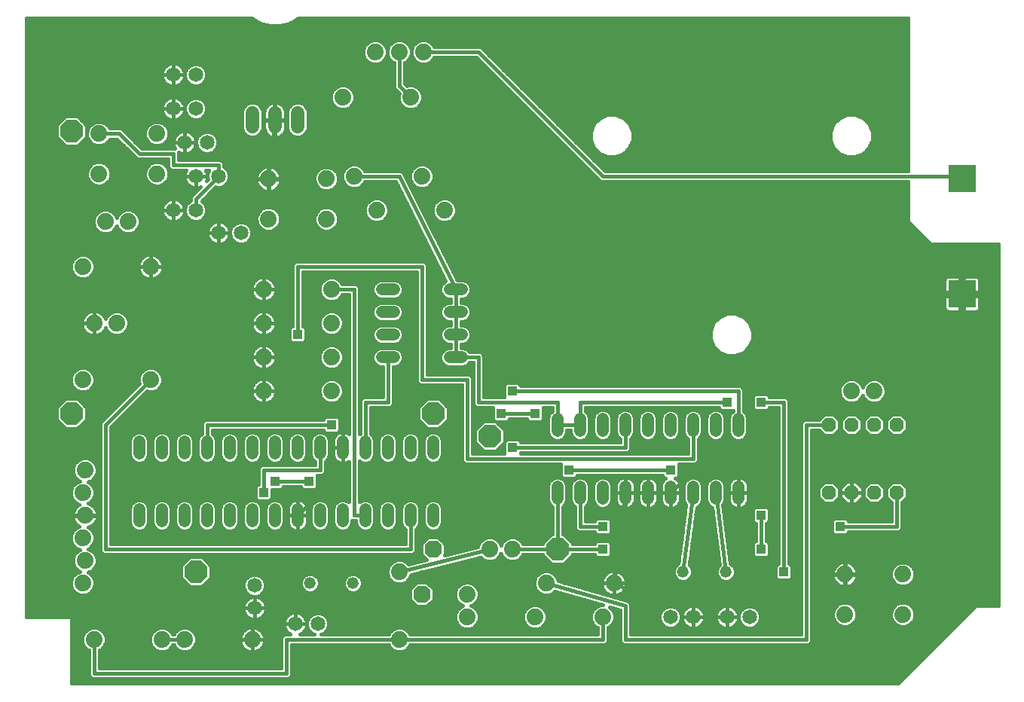
<source format=gbl>
G75*
%MOIN*%
%OFA0B0*%
%FSLAX25Y25*%
%IPPOS*%
%LPD*%
%AMOC8*
5,1,8,0,0,1.08239X$1,22.5*
%
%ADD10OC8,0.06300*%
%ADD11C,0.05200*%
%ADD12C,0.07400*%
%ADD13R,0.12000X0.12000*%
%ADD14C,0.05200*%
%ADD15C,0.06500*%
%ADD16C,0.06000*%
%ADD17C,0.01600*%
%ADD18R,0.03962X0.03962*%
%ADD19OC8,0.07600*%
%ADD20OC8,0.10000*%
%ADD21OC8,0.03962*%
D10*
X0371800Y0091800D03*
X0381800Y0091800D03*
X0391800Y0091800D03*
X0401800Y0091800D03*
X0401800Y0121800D03*
X0391800Y0121800D03*
X0381800Y0121800D03*
X0371800Y0121800D03*
D11*
X0331800Y0119200D02*
X0331800Y0124400D01*
X0321800Y0124400D02*
X0321800Y0119200D01*
X0311800Y0119200D02*
X0311800Y0124400D01*
X0301800Y0124400D02*
X0301800Y0119200D01*
X0291800Y0119200D02*
X0291800Y0124400D01*
X0281800Y0124400D02*
X0281800Y0119200D01*
X0271800Y0119200D02*
X0271800Y0124400D01*
X0261800Y0124400D02*
X0261800Y0119200D01*
X0251800Y0119200D02*
X0251800Y0124400D01*
X0251800Y0094400D02*
X0251800Y0089200D01*
X0261800Y0089200D02*
X0261800Y0094400D01*
X0271800Y0094400D02*
X0271800Y0089200D01*
X0281800Y0089200D02*
X0281800Y0094400D01*
X0291800Y0094400D02*
X0291800Y0089200D01*
X0301800Y0089200D02*
X0301800Y0094400D01*
X0311800Y0094400D02*
X0311800Y0089200D01*
X0321800Y0089200D02*
X0321800Y0094400D01*
X0331800Y0094400D02*
X0331800Y0089200D01*
X0209400Y0151800D02*
X0204200Y0151800D01*
X0204200Y0161800D02*
X0209400Y0161800D01*
X0209400Y0171800D02*
X0204200Y0171800D01*
X0204200Y0181800D02*
X0209400Y0181800D01*
X0179400Y0181800D02*
X0174200Y0181800D01*
X0174200Y0171800D02*
X0179400Y0171800D01*
X0179400Y0161800D02*
X0174200Y0161800D01*
X0174200Y0151800D02*
X0179400Y0151800D01*
X0176800Y0114400D02*
X0176800Y0109200D01*
X0166800Y0109200D02*
X0166800Y0114400D01*
X0156800Y0114400D02*
X0156800Y0109200D01*
X0146800Y0109200D02*
X0146800Y0114400D01*
X0136800Y0114400D02*
X0136800Y0109200D01*
X0126800Y0109200D02*
X0126800Y0114400D01*
X0116800Y0114400D02*
X0116800Y0109200D01*
X0106800Y0109200D02*
X0106800Y0114400D01*
X0096800Y0114400D02*
X0096800Y0109200D01*
X0086800Y0109200D02*
X0086800Y0114400D01*
X0076800Y0114400D02*
X0076800Y0109200D01*
X0066800Y0109200D02*
X0066800Y0114400D01*
X0066800Y0084400D02*
X0066800Y0079200D01*
X0076800Y0079200D02*
X0076800Y0084400D01*
X0086800Y0084400D02*
X0086800Y0079200D01*
X0096800Y0079200D02*
X0096800Y0084400D01*
X0106800Y0084400D02*
X0106800Y0079200D01*
X0116800Y0079200D02*
X0116800Y0084400D01*
X0126800Y0084400D02*
X0126800Y0079200D01*
X0136800Y0079200D02*
X0136800Y0084400D01*
X0146800Y0084400D02*
X0146800Y0079200D01*
X0156800Y0079200D02*
X0156800Y0084400D01*
X0166800Y0084400D02*
X0166800Y0079200D01*
X0176800Y0079200D02*
X0176800Y0084400D01*
X0186800Y0084400D02*
X0186800Y0079200D01*
X0196800Y0079200D02*
X0196800Y0084400D01*
X0196800Y0109200D02*
X0196800Y0114400D01*
X0186800Y0114400D02*
X0186800Y0109200D01*
D12*
X0151800Y0136800D03*
X0151800Y0151800D03*
X0151800Y0166800D03*
X0151800Y0181800D03*
X0121800Y0181800D03*
X0121800Y0166800D03*
X0121800Y0151800D03*
X0121800Y0136800D03*
X0071800Y0141800D03*
X0041800Y0141800D03*
X0046800Y0166800D03*
X0056800Y0166800D03*
X0041800Y0191800D03*
X0051800Y0211800D03*
X0061800Y0211800D03*
X0071800Y0191800D03*
X0074600Y0232900D03*
X0074600Y0250700D03*
X0049000Y0250700D03*
X0049000Y0232900D03*
X0124000Y0230700D03*
X0149600Y0230700D03*
X0161800Y0231800D03*
X0171800Y0216800D03*
X0191800Y0231800D03*
X0201800Y0216800D03*
X0149600Y0212900D03*
X0124000Y0212900D03*
X0156800Y0266800D03*
X0171100Y0286800D03*
X0181800Y0286800D03*
X0192500Y0286800D03*
X0186800Y0266800D03*
X0381800Y0136800D03*
X0391800Y0136800D03*
X0379000Y0055700D03*
X0379000Y0037900D03*
X0404600Y0037900D03*
X0404600Y0055700D03*
X0276800Y0051800D03*
X0271800Y0036800D03*
X0246800Y0051800D03*
X0231800Y0066800D03*
X0221800Y0066800D03*
X0211800Y0046800D03*
X0211800Y0036800D03*
X0241800Y0036800D03*
X0181800Y0026800D03*
X0181800Y0056800D03*
X0116800Y0026800D03*
X0086800Y0026800D03*
X0076800Y0026800D03*
X0046800Y0026800D03*
X0041800Y0051800D03*
X0042800Y0061800D03*
X0041800Y0071800D03*
X0042800Y0081800D03*
X0041800Y0091800D03*
X0042800Y0101800D03*
D13*
X0430800Y0179800D03*
X0430800Y0230800D03*
D14*
X0326300Y0056800D03*
X0307300Y0056800D03*
X0161300Y0051800D03*
X0142300Y0051800D03*
D15*
X0145800Y0033800D03*
X0135800Y0033800D03*
X0117800Y0040800D03*
X0117800Y0050800D03*
X0301800Y0036800D03*
X0311800Y0036800D03*
X0326800Y0036800D03*
X0336800Y0036800D03*
X0111800Y0206800D03*
X0101800Y0206800D03*
X0091800Y0216800D03*
X0081800Y0216800D03*
X0091800Y0231800D03*
X0101800Y0231800D03*
X0096800Y0246800D03*
X0086800Y0246800D03*
X0081800Y0261800D03*
X0091800Y0261800D03*
X0091800Y0276800D03*
X0081800Y0276800D03*
D16*
X0116800Y0259800D02*
X0116800Y0253800D01*
X0126800Y0253800D02*
X0126800Y0259800D01*
X0136800Y0259800D02*
X0136800Y0253800D01*
D17*
X0036800Y0036800D02*
X0036800Y0007400D01*
X0402400Y0007400D01*
X0436800Y0041800D01*
X0446800Y0041800D01*
X0446800Y0201800D01*
X0416800Y0201800D01*
X0406800Y0211800D01*
X0406800Y0229400D01*
X0271323Y0229400D01*
X0270441Y0229765D01*
X0269765Y0230441D01*
X0215806Y0284400D01*
X0197243Y0284400D01*
X0196993Y0283798D01*
X0195502Y0282307D01*
X0193554Y0281500D01*
X0191446Y0281500D01*
X0189498Y0282307D01*
X0188007Y0283798D01*
X0187200Y0285746D01*
X0187200Y0287854D01*
X0188007Y0289802D01*
X0189498Y0291293D01*
X0191446Y0292100D01*
X0193554Y0292100D01*
X0195502Y0291293D01*
X0196993Y0289802D01*
X0197243Y0289200D01*
X0217277Y0289200D01*
X0218159Y0288835D01*
X0272794Y0234200D01*
X0406800Y0234200D01*
X0406800Y0301800D01*
X0137151Y0301800D01*
X0133478Y0299679D01*
X0129078Y0298500D01*
X0124522Y0298500D01*
X0120122Y0299679D01*
X0116449Y0301800D01*
X0016800Y0301800D01*
X0016800Y0036800D01*
X0036800Y0036800D01*
X0036800Y0035982D02*
X0116286Y0035982D01*
X0116617Y0035874D02*
X0117403Y0035750D01*
X0117800Y0035750D01*
X0118197Y0035750D01*
X0118983Y0035874D01*
X0119739Y0036120D01*
X0120447Y0036481D01*
X0121090Y0036948D01*
X0121652Y0037510D01*
X0122119Y0038153D01*
X0122480Y0038861D01*
X0122726Y0039617D01*
X0122850Y0040403D01*
X0122850Y0040800D01*
X0122850Y0041197D01*
X0122726Y0041983D01*
X0122480Y0042739D01*
X0122119Y0043447D01*
X0121652Y0044090D01*
X0121090Y0044652D01*
X0120447Y0045119D01*
X0119739Y0045480D01*
X0118983Y0045726D01*
X0118197Y0045850D01*
X0117800Y0045850D01*
X0117800Y0040800D01*
X0117800Y0040800D01*
X0122850Y0040800D01*
X0117800Y0040800D01*
X0117800Y0040800D01*
X0117800Y0040800D01*
X0112750Y0040800D01*
X0112750Y0041197D01*
X0112874Y0041983D01*
X0113120Y0042739D01*
X0113481Y0043447D01*
X0113948Y0044090D01*
X0114510Y0044652D01*
X0115153Y0045119D01*
X0115861Y0045480D01*
X0116617Y0045726D01*
X0117403Y0045850D01*
X0117800Y0045850D01*
X0117800Y0040800D01*
X0117800Y0035750D01*
X0117800Y0040800D01*
X0117800Y0040800D01*
X0112750Y0040800D01*
X0112750Y0040403D01*
X0112874Y0039617D01*
X0113120Y0038861D01*
X0113481Y0038153D01*
X0113948Y0037510D01*
X0114510Y0036948D01*
X0115153Y0036481D01*
X0115861Y0036120D01*
X0116617Y0035874D01*
X0117800Y0035982D02*
X0117800Y0035982D01*
X0119314Y0035982D02*
X0131244Y0035982D01*
X0131120Y0035739D02*
X0130874Y0034983D01*
X0130750Y0034197D01*
X0130750Y0033800D01*
X0135800Y0033800D01*
X0135800Y0033800D01*
X0135800Y0038850D01*
X0136197Y0038850D01*
X0136983Y0038726D01*
X0137739Y0038480D01*
X0138447Y0038119D01*
X0139090Y0037652D01*
X0139652Y0037090D01*
X0140119Y0036447D01*
X0140480Y0035739D01*
X0140726Y0034983D01*
X0140850Y0034197D01*
X0140850Y0033800D01*
X0135800Y0033800D01*
X0135800Y0033800D01*
X0135800Y0033800D01*
X0135800Y0038850D01*
X0135403Y0038850D01*
X0134617Y0038726D01*
X0133861Y0038480D01*
X0133153Y0038119D01*
X0132510Y0037652D01*
X0131948Y0037090D01*
X0131481Y0036447D01*
X0131120Y0035739D01*
X0130779Y0034384D02*
X0036800Y0034384D01*
X0036800Y0032785D02*
X0130848Y0032785D01*
X0130874Y0032617D02*
X0131120Y0031861D01*
X0131481Y0031153D01*
X0131948Y0030510D01*
X0132510Y0029948D01*
X0133153Y0029481D01*
X0133704Y0029200D01*
X0131323Y0029200D01*
X0130441Y0028835D01*
X0129765Y0028159D01*
X0129400Y0027277D01*
X0129400Y0014200D01*
X0049200Y0014200D01*
X0049200Y0022057D01*
X0049802Y0022307D01*
X0051293Y0023798D01*
X0052100Y0025746D01*
X0052100Y0027854D01*
X0051293Y0029802D01*
X0049802Y0031293D01*
X0047854Y0032100D01*
X0045746Y0032100D01*
X0043798Y0031293D01*
X0042307Y0029802D01*
X0041500Y0027854D01*
X0041500Y0025746D01*
X0042307Y0023798D01*
X0043798Y0022307D01*
X0044400Y0022057D01*
X0044400Y0011323D01*
X0044765Y0010441D01*
X0045441Y0009765D01*
X0046323Y0009400D01*
X0132277Y0009400D01*
X0133159Y0009765D01*
X0133835Y0010441D01*
X0134200Y0011323D01*
X0134200Y0024400D01*
X0177057Y0024400D01*
X0177307Y0023798D01*
X0178798Y0022307D01*
X0180746Y0021500D01*
X0182854Y0021500D01*
X0184802Y0022307D01*
X0186293Y0023798D01*
X0186543Y0024400D01*
X0272277Y0024400D01*
X0273159Y0024765D01*
X0273835Y0025441D01*
X0274200Y0026323D01*
X0274200Y0032057D01*
X0274802Y0032307D01*
X0276293Y0033798D01*
X0277100Y0035746D01*
X0277100Y0037854D01*
X0276293Y0039802D01*
X0274802Y0041293D01*
X0274723Y0041326D01*
X0279400Y0039990D01*
X0279400Y0026323D01*
X0279765Y0025441D01*
X0280441Y0024765D01*
X0281323Y0024400D01*
X0362277Y0024400D01*
X0363159Y0024765D01*
X0363835Y0025441D01*
X0364200Y0026323D01*
X0364200Y0119400D01*
X0367482Y0119400D01*
X0369832Y0117050D01*
X0373768Y0117050D01*
X0376550Y0119832D01*
X0376550Y0123768D01*
X0373768Y0126550D01*
X0369832Y0126550D01*
X0367482Y0124200D01*
X0361323Y0124200D01*
X0360441Y0123835D01*
X0359765Y0123159D01*
X0359400Y0122277D01*
X0359400Y0029200D01*
X0284200Y0029200D01*
X0284200Y0041464D01*
X0284239Y0041600D01*
X0284200Y0041937D01*
X0284200Y0042277D01*
X0284146Y0042408D01*
X0284130Y0042548D01*
X0283965Y0042845D01*
X0283835Y0043159D01*
X0283735Y0043259D01*
X0283666Y0043383D01*
X0283400Y0043594D01*
X0283159Y0043835D01*
X0283029Y0043889D01*
X0282918Y0043977D01*
X0282591Y0044070D01*
X0282277Y0044200D01*
X0282136Y0044200D01*
X0252100Y0052782D01*
X0252100Y0052854D01*
X0251293Y0054802D01*
X0249802Y0056293D01*
X0247854Y0057100D01*
X0245746Y0057100D01*
X0243798Y0056293D01*
X0242307Y0054802D01*
X0241500Y0052854D01*
X0241500Y0050746D01*
X0242307Y0048798D01*
X0243798Y0047307D01*
X0245746Y0046500D01*
X0247854Y0046500D01*
X0249802Y0047307D01*
X0250688Y0048193D01*
X0272014Y0042100D01*
X0270746Y0042100D01*
X0268798Y0041293D01*
X0267307Y0039802D01*
X0266500Y0037854D01*
X0266500Y0035746D01*
X0267307Y0033798D01*
X0268798Y0032307D01*
X0269400Y0032057D01*
X0269400Y0029200D01*
X0186543Y0029200D01*
X0186293Y0029802D01*
X0184802Y0031293D01*
X0182854Y0032100D01*
X0180746Y0032100D01*
X0178798Y0031293D01*
X0177307Y0029802D01*
X0177057Y0029200D01*
X0147368Y0029200D01*
X0148547Y0029688D01*
X0149912Y0031053D01*
X0150650Y0032835D01*
X0150650Y0034765D01*
X0149912Y0036547D01*
X0148547Y0037912D01*
X0146765Y0038650D01*
X0144835Y0038650D01*
X0143053Y0037912D01*
X0141688Y0036547D01*
X0140950Y0034765D01*
X0140950Y0032835D01*
X0141688Y0031053D01*
X0143053Y0029688D01*
X0144232Y0029200D01*
X0137896Y0029200D01*
X0138447Y0029481D01*
X0139090Y0029948D01*
X0139652Y0030510D01*
X0140119Y0031153D01*
X0140480Y0031861D01*
X0140726Y0032617D01*
X0140850Y0033403D01*
X0140850Y0033800D01*
X0135800Y0033800D01*
X0130750Y0033800D01*
X0130750Y0033403D01*
X0130874Y0032617D01*
X0131464Y0031187D02*
X0120120Y0031187D01*
X0120383Y0030995D02*
X0119683Y0031504D01*
X0118911Y0031897D01*
X0118088Y0032165D01*
X0117233Y0032300D01*
X0116886Y0032300D01*
X0116886Y0026886D01*
X0122300Y0026886D01*
X0122300Y0027233D01*
X0122165Y0028088D01*
X0121897Y0028911D01*
X0121504Y0029683D01*
X0120995Y0030383D01*
X0120383Y0030995D01*
X0121552Y0029588D02*
X0133006Y0029588D01*
X0131800Y0026800D02*
X0131800Y0011800D01*
X0046800Y0011800D01*
X0046800Y0026800D01*
X0051705Y0024793D02*
X0071895Y0024793D01*
X0071500Y0025746D02*
X0072307Y0023798D01*
X0073798Y0022307D01*
X0075746Y0021500D01*
X0077854Y0021500D01*
X0079802Y0022307D01*
X0081293Y0023798D01*
X0081543Y0024400D01*
X0082057Y0024400D01*
X0082307Y0023798D01*
X0083798Y0022307D01*
X0085746Y0021500D01*
X0087854Y0021500D01*
X0089802Y0022307D01*
X0091293Y0023798D01*
X0092100Y0025746D01*
X0092100Y0027854D01*
X0091293Y0029802D01*
X0089802Y0031293D01*
X0087854Y0032100D01*
X0085746Y0032100D01*
X0083798Y0031293D01*
X0082307Y0029802D01*
X0082057Y0029200D01*
X0081543Y0029200D01*
X0081293Y0029802D01*
X0079802Y0031293D01*
X0077854Y0032100D01*
X0075746Y0032100D01*
X0073798Y0031293D01*
X0072307Y0029802D01*
X0071500Y0027854D01*
X0071500Y0025746D01*
X0071500Y0026391D02*
X0052100Y0026391D01*
X0052044Y0027990D02*
X0071556Y0027990D01*
X0072218Y0029588D02*
X0051382Y0029588D01*
X0049909Y0031187D02*
X0073691Y0031187D01*
X0079909Y0031187D02*
X0083691Y0031187D01*
X0082218Y0029588D02*
X0081382Y0029588D01*
X0076800Y0026800D02*
X0086800Y0026800D01*
X0091705Y0024793D02*
X0111669Y0024793D01*
X0111703Y0024689D02*
X0112096Y0023917D01*
X0112605Y0023217D01*
X0113217Y0022605D01*
X0113917Y0022096D01*
X0114689Y0021703D01*
X0115512Y0021435D01*
X0116367Y0021300D01*
X0116714Y0021300D01*
X0116714Y0026714D01*
X0116886Y0026714D01*
X0116886Y0026886D01*
X0116714Y0026886D01*
X0116714Y0032300D01*
X0116367Y0032300D01*
X0115512Y0032165D01*
X0114689Y0031897D01*
X0113917Y0031504D01*
X0113217Y0030995D01*
X0112605Y0030383D01*
X0112096Y0029683D01*
X0111703Y0028911D01*
X0111435Y0028088D01*
X0111300Y0027233D01*
X0111300Y0026886D01*
X0116714Y0026886D01*
X0116714Y0026714D01*
X0111300Y0026714D01*
X0111300Y0026367D01*
X0111435Y0025512D01*
X0111703Y0024689D01*
X0111300Y0026391D02*
X0092100Y0026391D01*
X0092044Y0027990D02*
X0111420Y0027990D01*
X0112048Y0029588D02*
X0091382Y0029588D01*
X0089909Y0031187D02*
X0113480Y0031187D01*
X0116714Y0031187D02*
X0116886Y0031187D01*
X0116886Y0029588D02*
X0116714Y0029588D01*
X0116714Y0027990D02*
X0116886Y0027990D01*
X0116886Y0026714D02*
X0122300Y0026714D01*
X0122300Y0026367D01*
X0122165Y0025512D01*
X0121897Y0024689D01*
X0121504Y0023917D01*
X0120995Y0023217D01*
X0120383Y0022605D01*
X0119683Y0022096D01*
X0118911Y0021703D01*
X0118088Y0021435D01*
X0117233Y0021300D01*
X0116886Y0021300D01*
X0116886Y0026714D01*
X0116886Y0026391D02*
X0116714Y0026391D01*
X0116714Y0024793D02*
X0116886Y0024793D01*
X0116886Y0023194D02*
X0116714Y0023194D01*
X0116714Y0021596D02*
X0116886Y0021596D01*
X0118581Y0021596D02*
X0129400Y0021596D01*
X0129400Y0023194D02*
X0120972Y0023194D01*
X0121931Y0024793D02*
X0129400Y0024793D01*
X0129400Y0026391D02*
X0122300Y0026391D01*
X0122180Y0027990D02*
X0129695Y0027990D01*
X0131800Y0026800D02*
X0181800Y0026800D01*
X0271800Y0026800D01*
X0271800Y0036800D01*
X0268320Y0032785D02*
X0245280Y0032785D01*
X0244802Y0032307D02*
X0246293Y0033798D01*
X0247100Y0035746D01*
X0247100Y0037854D01*
X0246293Y0039802D01*
X0244802Y0041293D01*
X0242854Y0042100D01*
X0240746Y0042100D01*
X0238798Y0041293D01*
X0237307Y0039802D01*
X0236500Y0037854D01*
X0236500Y0035746D01*
X0237307Y0033798D01*
X0238798Y0032307D01*
X0240746Y0031500D01*
X0242854Y0031500D01*
X0244802Y0032307D01*
X0246536Y0034384D02*
X0267064Y0034384D01*
X0266500Y0035982D02*
X0247100Y0035982D01*
X0247100Y0037581D02*
X0266500Y0037581D01*
X0267049Y0039179D02*
X0246551Y0039179D01*
X0245318Y0040778D02*
X0268282Y0040778D01*
X0271047Y0042376D02*
X0214872Y0042376D01*
X0214802Y0042307D02*
X0216293Y0043798D01*
X0217100Y0045746D01*
X0217100Y0047854D01*
X0216293Y0049802D01*
X0214802Y0051293D01*
X0212854Y0052100D01*
X0210746Y0052100D01*
X0208798Y0051293D01*
X0207307Y0049802D01*
X0206500Y0047854D01*
X0206500Y0045746D01*
X0207307Y0043798D01*
X0208798Y0042307D01*
X0210022Y0041800D01*
X0208798Y0041293D01*
X0207307Y0039802D01*
X0206500Y0037854D01*
X0206500Y0035746D01*
X0207307Y0033798D01*
X0208798Y0032307D01*
X0210746Y0031500D01*
X0212854Y0031500D01*
X0214802Y0032307D01*
X0216293Y0033798D01*
X0217100Y0035746D01*
X0217100Y0037854D01*
X0216293Y0039802D01*
X0214802Y0041293D01*
X0213578Y0041800D01*
X0214802Y0042307D01*
X0215318Y0040778D02*
X0238282Y0040778D01*
X0237049Y0039179D02*
X0216551Y0039179D01*
X0217100Y0037581D02*
X0236500Y0037581D01*
X0236500Y0035982D02*
X0217100Y0035982D01*
X0216536Y0034384D02*
X0237064Y0034384D01*
X0238320Y0032785D02*
X0215280Y0032785D01*
X0208320Y0032785D02*
X0150629Y0032785D01*
X0150650Y0034384D02*
X0207064Y0034384D01*
X0206500Y0035982D02*
X0150146Y0035982D01*
X0148878Y0037581D02*
X0206500Y0037581D01*
X0207049Y0039179D02*
X0122583Y0039179D01*
X0122850Y0040778D02*
X0208282Y0040778D01*
X0208728Y0042376D02*
X0195013Y0042376D01*
X0194037Y0041400D02*
X0197200Y0044563D01*
X0197200Y0049037D01*
X0194037Y0052200D01*
X0189563Y0052200D01*
X0186400Y0049037D01*
X0186400Y0044563D01*
X0189563Y0041400D01*
X0194037Y0041400D01*
X0196611Y0043975D02*
X0207234Y0043975D01*
X0206571Y0045573D02*
X0197200Y0045573D01*
X0197200Y0047172D02*
X0206500Y0047172D01*
X0206879Y0048770D02*
X0197200Y0048770D01*
X0195868Y0050369D02*
X0207873Y0050369D01*
X0210425Y0051967D02*
X0194269Y0051967D01*
X0189331Y0051967D02*
X0183982Y0051967D01*
X0184802Y0052307D02*
X0186293Y0053798D01*
X0187056Y0055640D01*
X0217783Y0063322D01*
X0218798Y0062307D01*
X0220746Y0061500D01*
X0222854Y0061500D01*
X0224802Y0062307D01*
X0226293Y0063798D01*
X0226800Y0065022D01*
X0227307Y0063798D01*
X0228798Y0062307D01*
X0230746Y0061500D01*
X0232854Y0061500D01*
X0234802Y0062307D01*
X0236293Y0063798D01*
X0236543Y0064400D01*
X0245200Y0064400D01*
X0245200Y0064066D01*
X0249066Y0060200D01*
X0254534Y0060200D01*
X0258400Y0064066D01*
X0258400Y0064400D01*
X0268219Y0064400D01*
X0268219Y0064156D01*
X0269156Y0063219D01*
X0274444Y0063219D01*
X0275381Y0064156D01*
X0275381Y0069444D01*
X0274444Y0070381D01*
X0269156Y0070381D01*
X0268219Y0069444D01*
X0268219Y0069200D01*
X0258400Y0069200D01*
X0258400Y0069534D01*
X0254534Y0073400D01*
X0254200Y0073400D01*
X0254200Y0085660D01*
X0255361Y0086821D01*
X0256000Y0088365D01*
X0256000Y0095235D01*
X0255361Y0096779D01*
X0254179Y0097961D01*
X0252635Y0098600D01*
X0250965Y0098600D01*
X0249421Y0097961D01*
X0248239Y0096779D01*
X0247600Y0095235D01*
X0247600Y0088365D01*
X0248239Y0086821D01*
X0249400Y0085660D01*
X0249400Y0073400D01*
X0249066Y0073400D01*
X0245200Y0069534D01*
X0245200Y0069200D01*
X0236543Y0069200D01*
X0236293Y0069802D01*
X0234802Y0071293D01*
X0232854Y0072100D01*
X0230746Y0072100D01*
X0228798Y0071293D01*
X0227307Y0069802D01*
X0226800Y0068578D01*
X0226293Y0069802D01*
X0224802Y0071293D01*
X0222854Y0072100D01*
X0220746Y0072100D01*
X0218798Y0071293D01*
X0217307Y0069802D01*
X0216544Y0067960D01*
X0201947Y0064311D01*
X0202200Y0064563D01*
X0202200Y0069037D01*
X0199037Y0072200D01*
X0194563Y0072200D01*
X0191400Y0069037D01*
X0191400Y0064563D01*
X0193712Y0062252D01*
X0185817Y0060278D01*
X0184802Y0061293D01*
X0182854Y0062100D01*
X0180746Y0062100D01*
X0178798Y0061293D01*
X0177307Y0059802D01*
X0176500Y0057854D01*
X0176500Y0055746D01*
X0177307Y0053798D01*
X0178798Y0052307D01*
X0180746Y0051500D01*
X0182854Y0051500D01*
X0184802Y0052307D01*
X0186061Y0053566D02*
X0241795Y0053566D01*
X0241500Y0051967D02*
X0213175Y0051967D01*
X0215727Y0050369D02*
X0241656Y0050369D01*
X0242334Y0048770D02*
X0216721Y0048770D01*
X0217100Y0047172D02*
X0244124Y0047172D01*
X0249476Y0047172D02*
X0254263Y0047172D01*
X0259858Y0045573D02*
X0217029Y0045573D01*
X0216366Y0043975D02*
X0265452Y0043975D01*
X0266140Y0048770D02*
X0272203Y0048770D01*
X0272096Y0048917D02*
X0272605Y0048217D01*
X0273217Y0047605D01*
X0273917Y0047096D01*
X0274689Y0046703D01*
X0275512Y0046435D01*
X0276367Y0046300D01*
X0276714Y0046300D01*
X0276714Y0051714D01*
X0276886Y0051714D01*
X0276886Y0051886D01*
X0282300Y0051886D01*
X0282300Y0052233D01*
X0282165Y0053088D01*
X0281897Y0053911D01*
X0281504Y0054683D01*
X0280995Y0055383D01*
X0280383Y0055995D01*
X0279683Y0056504D01*
X0278911Y0056897D01*
X0278088Y0057165D01*
X0277233Y0057300D01*
X0276886Y0057300D01*
X0276886Y0051886D01*
X0276714Y0051886D01*
X0276714Y0057300D01*
X0276367Y0057300D01*
X0275512Y0057165D01*
X0274689Y0056897D01*
X0273917Y0056504D01*
X0273217Y0055995D01*
X0272605Y0055383D01*
X0272096Y0054683D01*
X0271703Y0053911D01*
X0271435Y0053088D01*
X0271300Y0052233D01*
X0271300Y0051886D01*
X0276714Y0051886D01*
X0276714Y0051714D01*
X0271300Y0051714D01*
X0271300Y0051367D01*
X0271435Y0050512D01*
X0271703Y0049689D01*
X0272096Y0048917D01*
X0271482Y0050369D02*
X0260546Y0050369D01*
X0254951Y0051967D02*
X0271300Y0051967D01*
X0271591Y0053566D02*
X0251805Y0053566D01*
X0250931Y0055164D02*
X0272446Y0055164D01*
X0274425Y0056763D02*
X0248668Y0056763D01*
X0244932Y0056763D02*
X0191547Y0056763D01*
X0186859Y0055164D02*
X0242669Y0055164D01*
X0246800Y0051800D02*
X0281800Y0041800D01*
X0281800Y0026800D01*
X0361800Y0026800D01*
X0361800Y0121800D01*
X0371800Y0121800D01*
X0376550Y0122302D02*
X0377050Y0122302D01*
X0377050Y0123768D02*
X0377050Y0119832D01*
X0379832Y0117050D01*
X0383768Y0117050D01*
X0386550Y0119832D01*
X0386550Y0123768D01*
X0383768Y0126550D01*
X0379832Y0126550D01*
X0377050Y0123768D01*
X0377183Y0123900D02*
X0376417Y0123900D01*
X0374819Y0125499D02*
X0378781Y0125499D01*
X0384819Y0125499D02*
X0388781Y0125499D01*
X0389832Y0126550D02*
X0387050Y0123768D01*
X0387050Y0119832D01*
X0389832Y0117050D01*
X0393768Y0117050D01*
X0396550Y0119832D01*
X0396550Y0123768D01*
X0393768Y0126550D01*
X0389832Y0126550D01*
X0387183Y0123900D02*
X0386417Y0123900D01*
X0386550Y0122302D02*
X0387050Y0122302D01*
X0387050Y0120703D02*
X0386550Y0120703D01*
X0385822Y0119105D02*
X0387778Y0119105D01*
X0389376Y0117506D02*
X0384224Y0117506D01*
X0379376Y0117506D02*
X0374224Y0117506D01*
X0375822Y0119105D02*
X0377778Y0119105D01*
X0377050Y0120703D02*
X0376550Y0120703D01*
X0369376Y0117506D02*
X0364200Y0117506D01*
X0364200Y0115908D02*
X0446800Y0115908D01*
X0446800Y0117506D02*
X0404224Y0117506D01*
X0403768Y0117050D02*
X0406550Y0119832D01*
X0406550Y0123768D01*
X0403768Y0126550D01*
X0399832Y0126550D01*
X0397050Y0123768D01*
X0397050Y0119832D01*
X0399832Y0117050D01*
X0403768Y0117050D01*
X0405822Y0119105D02*
X0446800Y0119105D01*
X0446800Y0120703D02*
X0406550Y0120703D01*
X0406550Y0122302D02*
X0446800Y0122302D01*
X0446800Y0123900D02*
X0406417Y0123900D01*
X0404819Y0125499D02*
X0446800Y0125499D01*
X0446800Y0127097D02*
X0354200Y0127097D01*
X0354200Y0125499D02*
X0368781Y0125499D01*
X0367778Y0119105D02*
X0364200Y0119105D01*
X0359400Y0119105D02*
X0354200Y0119105D01*
X0354200Y0120703D02*
X0359400Y0120703D01*
X0359410Y0122302D02*
X0354200Y0122302D01*
X0354200Y0123900D02*
X0360599Y0123900D01*
X0359400Y0117506D02*
X0354200Y0117506D01*
X0354200Y0115908D02*
X0359400Y0115908D01*
X0359400Y0114309D02*
X0354200Y0114309D01*
X0354200Y0112711D02*
X0359400Y0112711D01*
X0359400Y0111112D02*
X0354200Y0111112D01*
X0354200Y0109514D02*
X0359400Y0109514D01*
X0359400Y0107915D02*
X0354200Y0107915D01*
X0354200Y0106317D02*
X0359400Y0106317D01*
X0359400Y0104718D02*
X0354200Y0104718D01*
X0354200Y0103120D02*
X0359400Y0103120D01*
X0359400Y0101521D02*
X0354200Y0101521D01*
X0354200Y0099923D02*
X0359400Y0099923D01*
X0359400Y0098324D02*
X0354200Y0098324D01*
X0354200Y0096726D02*
X0359400Y0096726D01*
X0359400Y0095127D02*
X0354200Y0095127D01*
X0354200Y0093529D02*
X0359400Y0093529D01*
X0359400Y0091930D02*
X0354200Y0091930D01*
X0354200Y0090332D02*
X0359400Y0090332D01*
X0359400Y0088733D02*
X0354200Y0088733D01*
X0354200Y0087134D02*
X0359400Y0087134D01*
X0359400Y0085536D02*
X0354200Y0085536D01*
X0354200Y0083937D02*
X0359400Y0083937D01*
X0359400Y0082339D02*
X0354200Y0082339D01*
X0354200Y0080740D02*
X0359400Y0080740D01*
X0359400Y0079142D02*
X0354200Y0079142D01*
X0354200Y0077543D02*
X0359400Y0077543D01*
X0359400Y0075945D02*
X0354200Y0075945D01*
X0354200Y0074346D02*
X0359400Y0074346D01*
X0359400Y0072748D02*
X0354200Y0072748D01*
X0354200Y0071149D02*
X0359400Y0071149D01*
X0359400Y0069551D02*
X0354200Y0069551D01*
X0354200Y0067952D02*
X0359400Y0067952D01*
X0359400Y0066354D02*
X0354200Y0066354D01*
X0354200Y0064755D02*
X0359400Y0064755D01*
X0359400Y0063157D02*
X0354200Y0063157D01*
X0354200Y0061558D02*
X0359400Y0061558D01*
X0359400Y0059960D02*
X0354865Y0059960D01*
X0354444Y0060381D02*
X0354200Y0060381D01*
X0354200Y0132277D01*
X0353835Y0133159D01*
X0353159Y0133835D01*
X0352277Y0134200D01*
X0345381Y0134200D01*
X0345381Y0134444D01*
X0344444Y0135381D01*
X0339156Y0135381D01*
X0338219Y0134444D01*
X0338219Y0129156D01*
X0339156Y0128219D01*
X0344444Y0128219D01*
X0345381Y0129156D01*
X0345381Y0129400D01*
X0349400Y0129400D01*
X0349400Y0060381D01*
X0349156Y0060381D01*
X0348219Y0059444D01*
X0348219Y0054156D01*
X0349156Y0053219D01*
X0354444Y0053219D01*
X0355381Y0054156D01*
X0355381Y0059444D01*
X0354444Y0060381D01*
X0355381Y0058361D02*
X0359400Y0058361D01*
X0359400Y0056763D02*
X0355381Y0056763D01*
X0355381Y0055164D02*
X0359400Y0055164D01*
X0359400Y0053566D02*
X0354791Y0053566D01*
X0351800Y0056800D02*
X0351800Y0131800D01*
X0341800Y0131800D01*
X0338219Y0131893D02*
X0334200Y0131893D01*
X0334200Y0133491D02*
X0338219Y0133491D01*
X0338865Y0135090D02*
X0334200Y0135090D01*
X0334200Y0136688D02*
X0376500Y0136688D01*
X0376500Y0135746D02*
X0377307Y0133798D01*
X0378798Y0132307D01*
X0380746Y0131500D01*
X0382854Y0131500D01*
X0384802Y0132307D01*
X0386293Y0133798D01*
X0386800Y0135022D01*
X0387307Y0133798D01*
X0388798Y0132307D01*
X0390746Y0131500D01*
X0392854Y0131500D01*
X0394802Y0132307D01*
X0396293Y0133798D01*
X0397100Y0135746D01*
X0397100Y0137854D01*
X0396293Y0139802D01*
X0394802Y0141293D01*
X0392854Y0142100D01*
X0390746Y0142100D01*
X0388798Y0141293D01*
X0387307Y0139802D01*
X0386800Y0138578D01*
X0386293Y0139802D01*
X0384802Y0141293D01*
X0382854Y0142100D01*
X0380746Y0142100D01*
X0378798Y0141293D01*
X0377307Y0139802D01*
X0376500Y0137854D01*
X0376500Y0135746D01*
X0376772Y0135090D02*
X0344735Y0135090D01*
X0344921Y0128696D02*
X0349400Y0128696D01*
X0349400Y0127097D02*
X0335042Y0127097D01*
X0335361Y0126779D02*
X0334200Y0127940D01*
X0334200Y0137277D01*
X0333835Y0138159D01*
X0333159Y0138835D01*
X0332277Y0139200D01*
X0235381Y0139200D01*
X0235381Y0139444D01*
X0234444Y0140381D01*
X0229156Y0140381D01*
X0228219Y0139444D01*
X0228219Y0134200D01*
X0219200Y0134200D01*
X0219200Y0152277D01*
X0218835Y0153159D01*
X0218159Y0153835D01*
X0217277Y0154200D01*
X0212940Y0154200D01*
X0211779Y0155361D01*
X0210235Y0156000D01*
X0209200Y0156000D01*
X0209200Y0157600D01*
X0210235Y0157600D01*
X0211779Y0158239D01*
X0212961Y0159421D01*
X0213600Y0160965D01*
X0213600Y0162635D01*
X0212961Y0164179D01*
X0211779Y0165361D01*
X0210235Y0166000D01*
X0209200Y0166000D01*
X0209200Y0167600D01*
X0210235Y0167600D01*
X0211779Y0168239D01*
X0212961Y0169421D01*
X0213600Y0170965D01*
X0213600Y0172635D01*
X0212961Y0174179D01*
X0211779Y0175361D01*
X0210235Y0176000D01*
X0209200Y0176000D01*
X0209200Y0177600D01*
X0210235Y0177600D01*
X0211779Y0178239D01*
X0212961Y0179421D01*
X0213600Y0180965D01*
X0213600Y0182635D01*
X0212961Y0184179D01*
X0211779Y0185361D01*
X0210235Y0186000D01*
X0207383Y0186000D01*
X0183985Y0232797D01*
X0183835Y0233159D01*
X0183772Y0233222D01*
X0183733Y0233300D01*
X0183437Y0233557D01*
X0183159Y0233835D01*
X0183078Y0233868D01*
X0183012Y0233926D01*
X0182640Y0234050D01*
X0182277Y0234200D01*
X0182189Y0234200D01*
X0182106Y0234228D01*
X0181715Y0234200D01*
X0166543Y0234200D01*
X0166293Y0234802D01*
X0164802Y0236293D01*
X0162854Y0237100D01*
X0160746Y0237100D01*
X0158798Y0236293D01*
X0157307Y0234802D01*
X0156500Y0232854D01*
X0156500Y0230746D01*
X0157307Y0228798D01*
X0158798Y0227307D01*
X0160746Y0226500D01*
X0162854Y0226500D01*
X0164802Y0227307D01*
X0166293Y0228798D01*
X0166543Y0229400D01*
X0180317Y0229400D01*
X0202248Y0185537D01*
X0201821Y0185361D01*
X0200639Y0184179D01*
X0200000Y0182635D01*
X0200000Y0180965D01*
X0200639Y0179421D01*
X0201821Y0178239D01*
X0203365Y0177600D01*
X0204400Y0177600D01*
X0204400Y0176000D01*
X0203365Y0176000D01*
X0201821Y0175361D01*
X0200639Y0174179D01*
X0200000Y0172635D01*
X0200000Y0170965D01*
X0200639Y0169421D01*
X0201821Y0168239D01*
X0203365Y0167600D01*
X0204400Y0167600D01*
X0204400Y0166000D01*
X0203365Y0166000D01*
X0201821Y0165361D01*
X0200639Y0164179D01*
X0200000Y0162635D01*
X0200000Y0160965D01*
X0200639Y0159421D01*
X0201821Y0158239D01*
X0203365Y0157600D01*
X0204400Y0157600D01*
X0204400Y0156000D01*
X0203365Y0156000D01*
X0201821Y0155361D01*
X0200639Y0154179D01*
X0200000Y0152635D01*
X0200000Y0150965D01*
X0200639Y0149421D01*
X0201821Y0148239D01*
X0203365Y0147600D01*
X0210235Y0147600D01*
X0211779Y0148239D01*
X0212940Y0149400D01*
X0214400Y0149400D01*
X0214400Y0131323D01*
X0214765Y0130441D01*
X0215441Y0129765D01*
X0216323Y0129400D01*
X0223219Y0129400D01*
X0223219Y0124156D01*
X0223975Y0123400D01*
X0219066Y0123400D01*
X0215200Y0119534D01*
X0215200Y0114066D01*
X0219066Y0110200D01*
X0224534Y0110200D01*
X0228219Y0113885D01*
X0228219Y0109200D01*
X0214200Y0109200D01*
X0214200Y0142277D01*
X0213835Y0143159D01*
X0213159Y0143835D01*
X0212277Y0144200D01*
X0194200Y0144200D01*
X0194200Y0192277D01*
X0193835Y0193159D01*
X0193159Y0193835D01*
X0192277Y0194200D01*
X0136323Y0194200D01*
X0135441Y0193835D01*
X0134765Y0193159D01*
X0134400Y0192277D01*
X0134400Y0165381D01*
X0134156Y0165381D01*
X0133219Y0164444D01*
X0133219Y0159156D01*
X0134156Y0158219D01*
X0139444Y0158219D01*
X0140381Y0159156D01*
X0140381Y0164444D01*
X0139444Y0165381D01*
X0139200Y0165381D01*
X0139200Y0189400D01*
X0189400Y0189400D01*
X0189400Y0141323D01*
X0189765Y0140441D01*
X0190441Y0139765D01*
X0191323Y0139400D01*
X0209400Y0139400D01*
X0209400Y0106323D01*
X0209765Y0105441D01*
X0210441Y0104765D01*
X0211323Y0104400D01*
X0253219Y0104400D01*
X0253219Y0099156D01*
X0254156Y0098219D01*
X0259444Y0098219D01*
X0260381Y0099156D01*
X0260381Y0099400D01*
X0298219Y0099400D01*
X0298219Y0099156D01*
X0299156Y0098219D01*
X0299603Y0098219D01*
X0299494Y0098163D01*
X0298934Y0097756D01*
X0298444Y0097266D01*
X0298037Y0096706D01*
X0297722Y0096089D01*
X0297508Y0095430D01*
X0297400Y0094746D01*
X0297400Y0091800D01*
X0301800Y0091800D01*
X0311800Y0101800D01*
X0331800Y0101800D01*
X0331800Y0091800D01*
X0336200Y0091800D01*
X0336200Y0094746D01*
X0336092Y0095430D01*
X0335878Y0096089D01*
X0335563Y0096706D01*
X0335156Y0097266D01*
X0334666Y0097756D01*
X0334106Y0098163D01*
X0333489Y0098478D01*
X0332830Y0098692D01*
X0332146Y0098800D01*
X0331800Y0098800D01*
X0331800Y0091800D01*
X0331800Y0091800D01*
X0331800Y0091800D01*
X0336200Y0091800D01*
X0336200Y0088854D01*
X0336092Y0088170D01*
X0335878Y0087511D01*
X0335563Y0086894D01*
X0335156Y0086334D01*
X0334666Y0085844D01*
X0334106Y0085437D01*
X0333489Y0085122D01*
X0332830Y0084908D01*
X0332146Y0084800D01*
X0331800Y0084800D01*
X0331800Y0091800D01*
X0331800Y0091800D01*
X0331800Y0091800D01*
X0327400Y0091800D01*
X0327400Y0094746D01*
X0327508Y0095430D01*
X0327722Y0096089D01*
X0328037Y0096706D01*
X0328444Y0097266D01*
X0328934Y0097756D01*
X0329494Y0098163D01*
X0330111Y0098478D01*
X0330770Y0098692D01*
X0331454Y0098800D01*
X0331800Y0098800D01*
X0331800Y0091800D01*
X0331800Y0084800D01*
X0331454Y0084800D01*
X0330770Y0084908D01*
X0330111Y0085122D01*
X0329494Y0085437D01*
X0328934Y0085844D01*
X0328444Y0086334D01*
X0328037Y0086894D01*
X0327722Y0087511D01*
X0327508Y0088170D01*
X0327400Y0088854D01*
X0327400Y0091800D01*
X0331800Y0091800D01*
X0331800Y0091930D02*
X0331800Y0091930D01*
X0331800Y0090332D02*
X0331800Y0090332D01*
X0331800Y0088733D02*
X0331800Y0088733D01*
X0331800Y0087134D02*
X0331800Y0087134D01*
X0331800Y0085536D02*
X0331800Y0085536D01*
X0334243Y0085536D02*
X0349400Y0085536D01*
X0349400Y0087134D02*
X0335686Y0087134D01*
X0336181Y0088733D02*
X0349400Y0088733D01*
X0349400Y0090332D02*
X0336200Y0090332D01*
X0336200Y0091930D02*
X0349400Y0091930D01*
X0349400Y0093529D02*
X0336200Y0093529D01*
X0336140Y0095127D02*
X0349400Y0095127D01*
X0349400Y0096726D02*
X0335549Y0096726D01*
X0333790Y0098324D02*
X0349400Y0098324D01*
X0349400Y0099923D02*
X0305381Y0099923D01*
X0305381Y0099156D02*
X0305381Y0104400D01*
X0312277Y0104400D01*
X0313159Y0104765D01*
X0313835Y0105441D01*
X0314200Y0106323D01*
X0314200Y0115660D01*
X0315361Y0116821D01*
X0316000Y0118365D01*
X0316000Y0125235D01*
X0315361Y0126779D01*
X0314179Y0127961D01*
X0312635Y0128600D01*
X0310965Y0128600D01*
X0309421Y0127961D01*
X0308239Y0126779D01*
X0307600Y0125235D01*
X0307600Y0118365D01*
X0308239Y0116821D01*
X0309400Y0115660D01*
X0309400Y0109200D01*
X0235381Y0109200D01*
X0235381Y0109400D01*
X0282277Y0109400D01*
X0283159Y0109765D01*
X0283835Y0110441D01*
X0284200Y0111323D01*
X0284200Y0115660D01*
X0285361Y0116821D01*
X0286000Y0118365D01*
X0286000Y0125235D01*
X0285361Y0126779D01*
X0284179Y0127961D01*
X0282635Y0128600D01*
X0280965Y0128600D01*
X0279421Y0127961D01*
X0278239Y0126779D01*
X0277600Y0125235D01*
X0277600Y0118365D01*
X0278239Y0116821D01*
X0279400Y0115660D01*
X0279400Y0114200D01*
X0235381Y0114200D01*
X0235381Y0114444D01*
X0234444Y0115381D01*
X0229156Y0115381D01*
X0228400Y0114625D01*
X0228400Y0119534D01*
X0224715Y0123219D01*
X0229444Y0123219D01*
X0230381Y0124156D01*
X0230381Y0124400D01*
X0238219Y0124400D01*
X0238219Y0124156D01*
X0239156Y0123219D01*
X0244444Y0123219D01*
X0245381Y0124156D01*
X0245381Y0129400D01*
X0249400Y0129400D01*
X0249400Y0127940D01*
X0248239Y0126779D01*
X0247600Y0125235D01*
X0247600Y0118365D01*
X0248239Y0116821D01*
X0249421Y0115639D01*
X0250965Y0115000D01*
X0252635Y0115000D01*
X0254179Y0115639D01*
X0255361Y0116821D01*
X0256000Y0118365D01*
X0256000Y0119400D01*
X0257600Y0119400D01*
X0257600Y0118365D01*
X0258239Y0116821D01*
X0259421Y0115639D01*
X0260965Y0115000D01*
X0262635Y0115000D01*
X0264179Y0115639D01*
X0265361Y0116821D01*
X0266000Y0118365D01*
X0266000Y0125235D01*
X0265361Y0126779D01*
X0264200Y0127940D01*
X0264200Y0129400D01*
X0323219Y0129400D01*
X0323219Y0129156D01*
X0324156Y0128219D01*
X0329400Y0128219D01*
X0329400Y0127940D01*
X0328239Y0126779D01*
X0327600Y0125235D01*
X0327600Y0118365D01*
X0328239Y0116821D01*
X0329421Y0115639D01*
X0330965Y0115000D01*
X0332635Y0115000D01*
X0334179Y0115639D01*
X0335361Y0116821D01*
X0336000Y0118365D01*
X0336000Y0125235D01*
X0335361Y0126779D01*
X0335891Y0125499D02*
X0349400Y0125499D01*
X0349400Y0123900D02*
X0336000Y0123900D01*
X0336000Y0122302D02*
X0349400Y0122302D01*
X0349400Y0120703D02*
X0336000Y0120703D01*
X0336000Y0119105D02*
X0349400Y0119105D01*
X0349400Y0117506D02*
X0335644Y0117506D01*
X0334447Y0115908D02*
X0349400Y0115908D01*
X0349400Y0114309D02*
X0314200Y0114309D01*
X0314200Y0112711D02*
X0349400Y0112711D01*
X0349400Y0111112D02*
X0314200Y0111112D01*
X0314200Y0109514D02*
X0349400Y0109514D01*
X0349400Y0107915D02*
X0314200Y0107915D01*
X0314198Y0106317D02*
X0349400Y0106317D01*
X0349400Y0104718D02*
X0313045Y0104718D01*
X0311800Y0106800D02*
X0311800Y0121800D01*
X0316000Y0122302D02*
X0317600Y0122302D01*
X0317600Y0123900D02*
X0316000Y0123900D01*
X0315891Y0125499D02*
X0317709Y0125499D01*
X0317600Y0125235D02*
X0318239Y0126779D01*
X0319421Y0127961D01*
X0320965Y0128600D01*
X0322635Y0128600D01*
X0324179Y0127961D01*
X0325361Y0126779D01*
X0326000Y0125235D01*
X0326000Y0118365D01*
X0325361Y0116821D01*
X0324179Y0115639D01*
X0322635Y0115000D01*
X0320965Y0115000D01*
X0319421Y0115639D01*
X0318239Y0116821D01*
X0317600Y0118365D01*
X0317600Y0125235D01*
X0318558Y0127097D02*
X0315042Y0127097D01*
X0308558Y0127097D02*
X0305042Y0127097D01*
X0305361Y0126779D02*
X0304179Y0127961D01*
X0302635Y0128600D01*
X0300965Y0128600D01*
X0299421Y0127961D01*
X0298239Y0126779D01*
X0297600Y0125235D01*
X0297600Y0118365D01*
X0298239Y0116821D01*
X0299421Y0115639D01*
X0300965Y0115000D01*
X0302635Y0115000D01*
X0304179Y0115639D01*
X0305361Y0116821D01*
X0306000Y0118365D01*
X0306000Y0125235D01*
X0305361Y0126779D01*
X0305891Y0125499D02*
X0307709Y0125499D01*
X0307600Y0123900D02*
X0306000Y0123900D01*
X0306000Y0122302D02*
X0307600Y0122302D01*
X0307600Y0120703D02*
X0306000Y0120703D01*
X0306000Y0119105D02*
X0307600Y0119105D01*
X0307956Y0117506D02*
X0305644Y0117506D01*
X0304447Y0115908D02*
X0309153Y0115908D01*
X0309400Y0114309D02*
X0284200Y0114309D01*
X0284200Y0112711D02*
X0309400Y0112711D01*
X0309400Y0111112D02*
X0284113Y0111112D01*
X0282552Y0109514D02*
X0309400Y0109514D01*
X0311800Y0106800D02*
X0211800Y0106800D01*
X0211800Y0141800D01*
X0191800Y0141800D01*
X0191800Y0191800D01*
X0136800Y0191800D01*
X0136800Y0161800D01*
X0140381Y0162265D02*
X0148900Y0162265D01*
X0148798Y0162307D02*
X0150746Y0161500D01*
X0152854Y0161500D01*
X0154802Y0162307D01*
X0156293Y0163798D01*
X0157100Y0165746D01*
X0157100Y0167854D01*
X0156293Y0169802D01*
X0154802Y0171293D01*
X0152854Y0172100D01*
X0150746Y0172100D01*
X0148798Y0171293D01*
X0147307Y0169802D01*
X0146500Y0167854D01*
X0146500Y0165746D01*
X0147307Y0163798D01*
X0148798Y0162307D01*
X0147280Y0163863D02*
X0140381Y0163863D01*
X0139200Y0165462D02*
X0146618Y0165462D01*
X0146500Y0167060D02*
X0139200Y0167060D01*
X0139200Y0168659D02*
X0146833Y0168659D01*
X0147762Y0170257D02*
X0139200Y0170257D01*
X0139200Y0171856D02*
X0150156Y0171856D01*
X0153444Y0171856D02*
X0159400Y0171856D01*
X0159400Y0173454D02*
X0139200Y0173454D01*
X0139200Y0175053D02*
X0159400Y0175053D01*
X0159400Y0176651D02*
X0153219Y0176651D01*
X0152854Y0176500D02*
X0154802Y0177307D01*
X0156293Y0178798D01*
X0156543Y0179400D01*
X0159400Y0179400D01*
X0159400Y0117950D01*
X0159106Y0118163D01*
X0158489Y0118478D01*
X0157830Y0118692D01*
X0157146Y0118800D01*
X0156800Y0118800D01*
X0156800Y0111800D01*
X0156800Y0091800D01*
X0146800Y0091800D01*
X0136800Y0081800D01*
X0136800Y0071800D01*
X0171800Y0071800D01*
X0171800Y0091800D01*
X0206800Y0091800D01*
X0206800Y0076800D01*
X0221800Y0076800D01*
X0218654Y0071149D02*
X0200087Y0071149D01*
X0201686Y0069551D02*
X0217203Y0069551D01*
X0216514Y0067952D02*
X0202200Y0067952D01*
X0202200Y0066354D02*
X0210120Y0066354D01*
X0210729Y0061558D02*
X0220605Y0061558D01*
X0222995Y0061558D02*
X0230605Y0061558D01*
X0232995Y0061558D02*
X0247708Y0061558D01*
X0246109Y0063157D02*
X0235652Y0063157D01*
X0231800Y0066800D02*
X0251800Y0066800D01*
X0271800Y0066800D01*
X0275381Y0066354D02*
X0306109Y0066354D01*
X0306314Y0067952D02*
X0275381Y0067952D01*
X0275274Y0069551D02*
X0306520Y0069551D01*
X0306725Y0071149D02*
X0256784Y0071149D01*
X0256800Y0071800D02*
X0256800Y0076800D01*
X0259400Y0076323D02*
X0259765Y0075441D01*
X0260441Y0074765D01*
X0261323Y0074400D01*
X0268219Y0074400D01*
X0268219Y0074156D01*
X0269156Y0073219D01*
X0274444Y0073219D01*
X0275381Y0074156D01*
X0275381Y0079444D01*
X0274444Y0080381D01*
X0269156Y0080381D01*
X0268219Y0079444D01*
X0268219Y0079200D01*
X0264200Y0079200D01*
X0264200Y0085660D01*
X0265361Y0086821D01*
X0266000Y0088365D01*
X0266000Y0095235D01*
X0265361Y0096779D01*
X0264179Y0097961D01*
X0262635Y0098600D01*
X0260965Y0098600D01*
X0259421Y0097961D01*
X0258239Y0096779D01*
X0257600Y0095235D01*
X0257600Y0088365D01*
X0258239Y0086821D01*
X0259400Y0085660D01*
X0259400Y0076323D01*
X0259556Y0075945D02*
X0254200Y0075945D01*
X0254200Y0077543D02*
X0259400Y0077543D01*
X0259400Y0079142D02*
X0254200Y0079142D01*
X0254200Y0080740D02*
X0259400Y0080740D01*
X0259400Y0082339D02*
X0254200Y0082339D01*
X0254200Y0083937D02*
X0259400Y0083937D01*
X0259400Y0085536D02*
X0254200Y0085536D01*
X0255490Y0087134D02*
X0258109Y0087134D01*
X0257600Y0088733D02*
X0256000Y0088733D01*
X0256000Y0090332D02*
X0257600Y0090332D01*
X0257600Y0091930D02*
X0256000Y0091930D01*
X0256000Y0093529D02*
X0257600Y0093529D01*
X0257600Y0095127D02*
X0256000Y0095127D01*
X0255383Y0096726D02*
X0258217Y0096726D01*
X0259549Y0098324D02*
X0260298Y0098324D01*
X0263302Y0098324D02*
X0270298Y0098324D01*
X0270965Y0098600D02*
X0269421Y0097961D01*
X0268239Y0096779D01*
X0267600Y0095235D01*
X0267600Y0088365D01*
X0268239Y0086821D01*
X0269421Y0085639D01*
X0270965Y0085000D01*
X0272635Y0085000D01*
X0274179Y0085639D01*
X0275361Y0086821D01*
X0276000Y0088365D01*
X0276000Y0095235D01*
X0275361Y0096779D01*
X0274179Y0097961D01*
X0272635Y0098600D01*
X0270965Y0098600D01*
X0273302Y0098324D02*
X0279810Y0098324D01*
X0280111Y0098478D02*
X0279494Y0098163D01*
X0278934Y0097756D01*
X0278444Y0097266D01*
X0278037Y0096706D01*
X0277722Y0096089D01*
X0277508Y0095430D01*
X0277400Y0094746D01*
X0277400Y0091800D01*
X0281800Y0091800D01*
X0281800Y0086800D01*
X0276800Y0081800D01*
X0276800Y0071800D01*
X0256800Y0071800D01*
X0255186Y0072748D02*
X0306931Y0072748D01*
X0307136Y0074346D02*
X0275381Y0074346D01*
X0275381Y0075945D02*
X0307342Y0075945D01*
X0307547Y0077543D02*
X0275381Y0077543D01*
X0275381Y0079142D02*
X0307753Y0079142D01*
X0307958Y0080740D02*
X0264200Y0080740D01*
X0264200Y0082339D02*
X0308164Y0082339D01*
X0308369Y0083937D02*
X0264200Y0083937D01*
X0264200Y0085536D02*
X0269671Y0085536D01*
X0268109Y0087134D02*
X0265490Y0087134D01*
X0266000Y0088733D02*
X0267600Y0088733D01*
X0267600Y0090332D02*
X0266000Y0090332D01*
X0266000Y0091930D02*
X0267600Y0091930D01*
X0267600Y0093529D02*
X0266000Y0093529D01*
X0266000Y0095127D02*
X0267600Y0095127D01*
X0268217Y0096726D02*
X0265383Y0096726D01*
X0261800Y0091800D02*
X0261800Y0076800D01*
X0271800Y0076800D01*
X0268219Y0074346D02*
X0254200Y0074346D01*
X0249400Y0074346D02*
X0189200Y0074346D01*
X0189200Y0075660D02*
X0190361Y0076821D01*
X0191000Y0078365D01*
X0191000Y0085235D01*
X0190361Y0086779D01*
X0189179Y0087961D01*
X0187635Y0088600D01*
X0185965Y0088600D01*
X0184421Y0087961D01*
X0183239Y0086779D01*
X0182600Y0085235D01*
X0182600Y0078365D01*
X0183239Y0076821D01*
X0184400Y0075660D01*
X0184400Y0069200D01*
X0054200Y0069200D01*
X0054200Y0120806D01*
X0070144Y0136749D01*
X0070746Y0136500D01*
X0072854Y0136500D01*
X0074802Y0137307D01*
X0076293Y0138798D01*
X0077100Y0140746D01*
X0077100Y0142854D01*
X0076293Y0144802D01*
X0074802Y0146293D01*
X0072854Y0147100D01*
X0070746Y0147100D01*
X0068798Y0146293D01*
X0067307Y0144802D01*
X0066500Y0142854D01*
X0066500Y0140746D01*
X0066749Y0140144D01*
X0050441Y0123835D01*
X0049765Y0123159D01*
X0049400Y0122277D01*
X0049400Y0066323D01*
X0049765Y0065441D01*
X0050441Y0064765D01*
X0051323Y0064400D01*
X0187277Y0064400D01*
X0188159Y0064765D01*
X0188835Y0065441D01*
X0189200Y0066323D01*
X0189200Y0075660D01*
X0189485Y0075945D02*
X0194115Y0075945D01*
X0194421Y0075639D02*
X0195965Y0075000D01*
X0197635Y0075000D01*
X0199179Y0075639D01*
X0200361Y0076821D01*
X0201000Y0078365D01*
X0201000Y0085235D01*
X0200361Y0086779D01*
X0199179Y0087961D01*
X0197635Y0088600D01*
X0195965Y0088600D01*
X0194421Y0087961D01*
X0193239Y0086779D01*
X0192600Y0085235D01*
X0192600Y0078365D01*
X0193239Y0076821D01*
X0194421Y0075639D01*
X0192940Y0077543D02*
X0190660Y0077543D01*
X0191000Y0079142D02*
X0192600Y0079142D01*
X0192600Y0080740D02*
X0191000Y0080740D01*
X0191000Y0082339D02*
X0192600Y0082339D01*
X0192600Y0083937D02*
X0191000Y0083937D01*
X0190876Y0085536D02*
X0192724Y0085536D01*
X0193595Y0087134D02*
X0190005Y0087134D01*
X0186800Y0081800D02*
X0186800Y0066800D01*
X0051800Y0066800D01*
X0051800Y0121800D01*
X0071800Y0141800D01*
X0076744Y0139885D02*
X0117243Y0139885D01*
X0117096Y0139683D02*
X0116703Y0138911D01*
X0116435Y0138088D01*
X0116300Y0137233D01*
X0116300Y0136886D01*
X0121714Y0136886D01*
X0121714Y0142300D01*
X0121367Y0142300D01*
X0120512Y0142165D01*
X0119689Y0141897D01*
X0118917Y0141504D01*
X0118217Y0140995D01*
X0117605Y0140383D01*
X0117096Y0139683D01*
X0116500Y0138287D02*
X0075782Y0138287D01*
X0073309Y0136688D02*
X0116300Y0136688D01*
X0116300Y0136714D02*
X0116300Y0136367D01*
X0116435Y0135512D01*
X0116703Y0134689D01*
X0117096Y0133917D01*
X0117605Y0133217D01*
X0118217Y0132605D01*
X0118917Y0132096D01*
X0119689Y0131703D01*
X0120512Y0131435D01*
X0121367Y0131300D01*
X0121714Y0131300D01*
X0121714Y0136714D01*
X0121886Y0136714D01*
X0121886Y0136886D01*
X0127300Y0136886D01*
X0127300Y0137233D01*
X0127165Y0138088D01*
X0126897Y0138911D01*
X0126504Y0139683D01*
X0125995Y0140383D01*
X0125383Y0140995D01*
X0124683Y0141504D01*
X0123911Y0141897D01*
X0123088Y0142165D01*
X0122233Y0142300D01*
X0121886Y0142300D01*
X0121886Y0136886D01*
X0121714Y0136886D01*
X0121714Y0136714D01*
X0116300Y0136714D01*
X0116573Y0135090D02*
X0068484Y0135090D01*
X0070082Y0136688D02*
X0070291Y0136688D01*
X0066885Y0133491D02*
X0117406Y0133491D01*
X0119316Y0131893D02*
X0065287Y0131893D01*
X0063688Y0130294D02*
X0159400Y0130294D01*
X0159400Y0128696D02*
X0062090Y0128696D01*
X0060491Y0127097D02*
X0159400Y0127097D01*
X0159400Y0125499D02*
X0058893Y0125499D01*
X0057294Y0123900D02*
X0095599Y0123900D01*
X0095441Y0123835D02*
X0094765Y0123159D01*
X0094400Y0122277D01*
X0094400Y0117940D01*
X0093239Y0116779D01*
X0092600Y0115235D01*
X0092600Y0108365D01*
X0093239Y0106821D01*
X0094421Y0105639D01*
X0095965Y0105000D01*
X0097635Y0105000D01*
X0099179Y0105639D01*
X0100361Y0106821D01*
X0101000Y0108365D01*
X0101000Y0115235D01*
X0100361Y0116779D01*
X0099200Y0117940D01*
X0099200Y0119400D01*
X0148219Y0119400D01*
X0148219Y0119156D01*
X0149156Y0118219D01*
X0154444Y0118219D01*
X0155381Y0119156D01*
X0155381Y0124444D01*
X0154444Y0125381D01*
X0149156Y0125381D01*
X0148219Y0124444D01*
X0148219Y0124200D01*
X0096323Y0124200D01*
X0095441Y0123835D01*
X0094410Y0122302D02*
X0055696Y0122302D01*
X0054200Y0120703D02*
X0094400Y0120703D01*
X0094400Y0119105D02*
X0054200Y0119105D01*
X0054200Y0117506D02*
X0063967Y0117506D01*
X0064421Y0117961D02*
X0063239Y0116779D01*
X0062600Y0115235D01*
X0062600Y0108365D01*
X0063239Y0106821D01*
X0064421Y0105639D01*
X0065965Y0105000D01*
X0067635Y0105000D01*
X0069179Y0105639D01*
X0070361Y0106821D01*
X0071000Y0108365D01*
X0071000Y0115235D01*
X0070361Y0116779D01*
X0069179Y0117961D01*
X0067635Y0118600D01*
X0065965Y0118600D01*
X0064421Y0117961D01*
X0062878Y0115908D02*
X0054200Y0115908D01*
X0054200Y0114309D02*
X0062600Y0114309D01*
X0062600Y0112711D02*
X0054200Y0112711D01*
X0054200Y0111112D02*
X0062600Y0111112D01*
X0062600Y0109514D02*
X0054200Y0109514D01*
X0054200Y0107915D02*
X0062786Y0107915D01*
X0063744Y0106317D02*
X0054200Y0106317D01*
X0054200Y0104718D02*
X0144400Y0104718D01*
X0144400Y0104200D02*
X0121323Y0104200D01*
X0120441Y0103835D01*
X0119765Y0103159D01*
X0119400Y0102277D01*
X0119400Y0095381D01*
X0119156Y0095381D01*
X0118219Y0094444D01*
X0118219Y0089156D01*
X0119156Y0088219D01*
X0124444Y0088219D01*
X0125381Y0089156D01*
X0125381Y0093219D01*
X0129444Y0093219D01*
X0130381Y0094156D01*
X0130381Y0094400D01*
X0138219Y0094400D01*
X0138219Y0094156D01*
X0139156Y0093219D01*
X0144444Y0093219D01*
X0145381Y0094156D01*
X0145381Y0099400D01*
X0147277Y0099400D01*
X0148159Y0099765D01*
X0148835Y0100441D01*
X0149200Y0101323D01*
X0149200Y0105660D01*
X0150361Y0106821D01*
X0151000Y0108365D01*
X0151000Y0115235D01*
X0150361Y0116779D01*
X0149179Y0117961D01*
X0147635Y0118600D01*
X0145965Y0118600D01*
X0144421Y0117961D01*
X0143239Y0116779D01*
X0142600Y0115235D01*
X0142600Y0108365D01*
X0143239Y0106821D01*
X0144400Y0105660D01*
X0144400Y0104200D01*
X0143744Y0106317D02*
X0139856Y0106317D01*
X0140361Y0106821D02*
X0141000Y0108365D01*
X0141000Y0115235D01*
X0140361Y0116779D01*
X0139179Y0117961D01*
X0137635Y0118600D01*
X0135965Y0118600D01*
X0134421Y0117961D01*
X0133239Y0116779D01*
X0132600Y0115235D01*
X0132600Y0108365D01*
X0133239Y0106821D01*
X0134421Y0105639D01*
X0135965Y0105000D01*
X0137635Y0105000D01*
X0139179Y0105639D01*
X0140361Y0106821D01*
X0140814Y0107915D02*
X0142786Y0107915D01*
X0142600Y0109514D02*
X0141000Y0109514D01*
X0141000Y0111112D02*
X0142600Y0111112D01*
X0142600Y0112711D02*
X0141000Y0112711D01*
X0141000Y0114309D02*
X0142600Y0114309D01*
X0142878Y0115908D02*
X0140722Y0115908D01*
X0139633Y0117506D02*
X0143967Y0117506D01*
X0148270Y0119105D02*
X0099200Y0119105D01*
X0099633Y0117506D02*
X0103967Y0117506D01*
X0104421Y0117961D02*
X0103239Y0116779D01*
X0102600Y0115235D01*
X0102600Y0108365D01*
X0103239Y0106821D01*
X0104421Y0105639D01*
X0105965Y0105000D01*
X0107635Y0105000D01*
X0109179Y0105639D01*
X0110361Y0106821D01*
X0111000Y0108365D01*
X0111000Y0115235D01*
X0110361Y0116779D01*
X0109179Y0117961D01*
X0107635Y0118600D01*
X0105965Y0118600D01*
X0104421Y0117961D01*
X0102878Y0115908D02*
X0100722Y0115908D01*
X0101000Y0114309D02*
X0102600Y0114309D01*
X0102600Y0112711D02*
X0101000Y0112711D01*
X0101000Y0111112D02*
X0102600Y0111112D01*
X0102600Y0109514D02*
X0101000Y0109514D01*
X0100814Y0107915D02*
X0102786Y0107915D01*
X0103744Y0106317D02*
X0099856Y0106317D01*
X0093744Y0106317D02*
X0089856Y0106317D01*
X0090361Y0106821D02*
X0091000Y0108365D01*
X0091000Y0115235D01*
X0090361Y0116779D01*
X0089179Y0117961D01*
X0087635Y0118600D01*
X0085965Y0118600D01*
X0084421Y0117961D01*
X0083239Y0116779D01*
X0082600Y0115235D01*
X0082600Y0108365D01*
X0083239Y0106821D01*
X0084421Y0105639D01*
X0085965Y0105000D01*
X0087635Y0105000D01*
X0089179Y0105639D01*
X0090361Y0106821D01*
X0090814Y0107915D02*
X0092786Y0107915D01*
X0092600Y0109514D02*
X0091000Y0109514D01*
X0091000Y0111112D02*
X0092600Y0111112D01*
X0092600Y0112711D02*
X0091000Y0112711D01*
X0091000Y0114309D02*
X0092600Y0114309D01*
X0092878Y0115908D02*
X0090722Y0115908D01*
X0089633Y0117506D02*
X0093967Y0117506D01*
X0096800Y0121800D02*
X0096800Y0111800D01*
X0096800Y0121800D02*
X0151800Y0121800D01*
X0155381Y0122302D02*
X0159400Y0122302D01*
X0159400Y0123900D02*
X0155381Y0123900D01*
X0155381Y0120703D02*
X0159400Y0120703D01*
X0159400Y0119105D02*
X0155330Y0119105D01*
X0155770Y0118692D02*
X0155111Y0118478D01*
X0154494Y0118163D01*
X0153934Y0117756D01*
X0153444Y0117266D01*
X0153037Y0116706D01*
X0152722Y0116089D01*
X0152508Y0115430D01*
X0152400Y0114746D01*
X0152400Y0111800D01*
X0156800Y0111800D01*
X0156800Y0126800D01*
X0121800Y0126800D01*
X0121800Y0136800D01*
X0121800Y0151800D01*
X0121800Y0166800D01*
X0121800Y0181800D01*
X0101800Y0181800D01*
X0101800Y0206800D01*
X0106850Y0206800D01*
X0106850Y0207197D01*
X0106726Y0207983D01*
X0106480Y0208739D01*
X0106119Y0209447D01*
X0105652Y0210090D01*
X0105090Y0210652D01*
X0104447Y0211119D01*
X0103739Y0211480D01*
X0102983Y0211726D01*
X0102197Y0211850D01*
X0101800Y0211850D01*
X0101800Y0206800D01*
X0101800Y0206800D01*
X0101800Y0206800D01*
X0106850Y0206800D01*
X0106850Y0206403D01*
X0106726Y0205617D01*
X0106480Y0204861D01*
X0106119Y0204153D01*
X0105652Y0203510D01*
X0105090Y0202948D01*
X0104447Y0202481D01*
X0103739Y0202120D01*
X0102983Y0201874D01*
X0102197Y0201750D01*
X0101800Y0201750D01*
X0101800Y0206800D01*
X0101800Y0206800D01*
X0101800Y0206800D01*
X0096750Y0206800D01*
X0096750Y0207197D01*
X0096874Y0207983D01*
X0097120Y0208739D01*
X0097481Y0209447D01*
X0097948Y0210090D01*
X0098510Y0210652D01*
X0099153Y0211119D01*
X0099861Y0211480D01*
X0100617Y0211726D01*
X0101403Y0211850D01*
X0101800Y0211850D01*
X0101800Y0206800D01*
X0101800Y0201750D01*
X0101403Y0201750D01*
X0100617Y0201874D01*
X0099861Y0202120D01*
X0099153Y0202481D01*
X0098510Y0202948D01*
X0097948Y0203510D01*
X0097481Y0204153D01*
X0097120Y0204861D01*
X0096874Y0205617D01*
X0096750Y0206403D01*
X0096750Y0206800D01*
X0101800Y0206800D01*
X0101800Y0207023D02*
X0101800Y0207023D01*
X0101800Y0208621D02*
X0101800Y0208621D01*
X0101800Y0210220D02*
X0101800Y0210220D01*
X0101800Y0211818D02*
X0101800Y0211818D01*
X0102397Y0211818D02*
X0118711Y0211818D01*
X0118700Y0211846D02*
X0119507Y0209898D01*
X0120998Y0208407D01*
X0122946Y0207600D01*
X0125054Y0207600D01*
X0127002Y0208407D01*
X0128493Y0209898D01*
X0129300Y0211846D01*
X0129300Y0213954D01*
X0128493Y0215902D01*
X0127002Y0217393D01*
X0125054Y0218200D01*
X0122946Y0218200D01*
X0120998Y0217393D01*
X0119507Y0215902D01*
X0118700Y0213954D01*
X0118700Y0211846D01*
X0118700Y0213417D02*
X0095276Y0213417D01*
X0095912Y0214053D02*
X0096650Y0215835D01*
X0096650Y0217765D01*
X0095912Y0219547D01*
X0094547Y0220912D01*
X0094376Y0220982D01*
X0100488Y0227094D01*
X0100835Y0226950D01*
X0102765Y0226950D01*
X0104547Y0227688D01*
X0105912Y0229053D01*
X0106650Y0230835D01*
X0106650Y0232765D01*
X0105912Y0234547D01*
X0104547Y0235912D01*
X0104200Y0236055D01*
X0104200Y0237277D01*
X0103835Y0238159D01*
X0103159Y0238835D01*
X0102277Y0239200D01*
X0084200Y0239200D01*
X0084200Y0242277D01*
X0084100Y0242520D01*
X0084153Y0242481D01*
X0084861Y0242120D01*
X0085617Y0241874D01*
X0086403Y0241750D01*
X0086800Y0241750D01*
X0087197Y0241750D01*
X0087983Y0241874D01*
X0088739Y0242120D01*
X0089447Y0242481D01*
X0090090Y0242948D01*
X0090652Y0243510D01*
X0091119Y0244153D01*
X0091480Y0244861D01*
X0091726Y0245617D01*
X0091850Y0246403D01*
X0091850Y0246800D01*
X0091850Y0247197D01*
X0091726Y0247983D01*
X0091480Y0248739D01*
X0091119Y0249447D01*
X0090652Y0250090D01*
X0090090Y0250652D01*
X0089447Y0251119D01*
X0088739Y0251480D01*
X0087983Y0251726D01*
X0087197Y0251850D01*
X0086800Y0251850D01*
X0086800Y0246800D01*
X0086800Y0246800D01*
X0091850Y0246800D01*
X0086800Y0246800D01*
X0086800Y0246800D01*
X0086800Y0246800D01*
X0081750Y0246800D01*
X0081750Y0247197D01*
X0081874Y0247983D01*
X0082120Y0248739D01*
X0082481Y0249447D01*
X0082948Y0250090D01*
X0083510Y0250652D01*
X0084153Y0251119D01*
X0084861Y0251480D01*
X0085617Y0251726D01*
X0086403Y0251850D01*
X0086800Y0251850D01*
X0086800Y0246800D01*
X0086800Y0241750D01*
X0086800Y0246800D01*
X0086800Y0246800D01*
X0081750Y0246800D01*
X0081750Y0246403D01*
X0081874Y0245617D01*
X0082120Y0244861D01*
X0082481Y0244153D01*
X0082520Y0244100D01*
X0082277Y0244200D01*
X0067794Y0244200D01*
X0059259Y0252735D01*
X0058377Y0253100D01*
X0053743Y0253100D01*
X0053493Y0253702D01*
X0052002Y0255193D01*
X0050054Y0256000D01*
X0047946Y0256000D01*
X0045998Y0255193D01*
X0044507Y0253702D01*
X0043700Y0251754D01*
X0043700Y0249646D01*
X0044507Y0247698D01*
X0045998Y0246207D01*
X0047946Y0245400D01*
X0050054Y0245400D01*
X0052002Y0246207D01*
X0053493Y0247698D01*
X0053743Y0248300D01*
X0056906Y0248300D01*
X0064765Y0240441D01*
X0065441Y0239765D01*
X0066323Y0239400D01*
X0079400Y0239400D01*
X0079400Y0236323D01*
X0079765Y0235441D01*
X0080441Y0234765D01*
X0081323Y0234400D01*
X0087457Y0234400D01*
X0087120Y0233739D01*
X0086874Y0232983D01*
X0086750Y0232197D01*
X0086750Y0231800D01*
X0091800Y0231800D01*
X0096850Y0231800D01*
X0096850Y0232197D01*
X0096726Y0232983D01*
X0096480Y0233739D01*
X0096143Y0234400D01*
X0097627Y0234400D01*
X0096950Y0232765D01*
X0096950Y0230835D01*
X0097094Y0230488D01*
X0096486Y0229880D01*
X0096726Y0230617D01*
X0096850Y0231403D01*
X0096850Y0231800D01*
X0091800Y0231800D01*
X0091800Y0231800D01*
X0091800Y0226750D01*
X0092197Y0226750D01*
X0092983Y0226874D01*
X0093720Y0227114D01*
X0089765Y0223159D01*
X0089400Y0222277D01*
X0089400Y0221055D01*
X0089053Y0220912D01*
X0087688Y0219547D01*
X0086950Y0217765D01*
X0086950Y0215835D01*
X0087688Y0214053D01*
X0089053Y0212688D01*
X0090835Y0211950D01*
X0092765Y0211950D01*
X0094547Y0212688D01*
X0095912Y0214053D01*
X0096310Y0215015D02*
X0119140Y0215015D01*
X0120219Y0216614D02*
X0096650Y0216614D01*
X0096465Y0218212D02*
X0166648Y0218212D01*
X0166500Y0217854D02*
X0166500Y0215746D01*
X0167307Y0213798D01*
X0168798Y0212307D01*
X0170746Y0211500D01*
X0172854Y0211500D01*
X0174802Y0212307D01*
X0176293Y0213798D01*
X0177100Y0215746D01*
X0177100Y0217854D01*
X0176293Y0219802D01*
X0174802Y0221293D01*
X0172854Y0222100D01*
X0170746Y0222100D01*
X0168798Y0221293D01*
X0167307Y0219802D01*
X0166500Y0217854D01*
X0166500Y0216614D02*
X0153381Y0216614D01*
X0154093Y0215902D02*
X0152602Y0217393D01*
X0150654Y0218200D01*
X0148546Y0218200D01*
X0146598Y0217393D01*
X0145107Y0215902D01*
X0144300Y0213954D01*
X0144300Y0211846D01*
X0145107Y0209898D01*
X0146598Y0208407D01*
X0148546Y0207600D01*
X0150654Y0207600D01*
X0152602Y0208407D01*
X0154093Y0209898D01*
X0154900Y0211846D01*
X0154900Y0213954D01*
X0154093Y0215902D01*
X0154460Y0215015D02*
X0166803Y0215015D01*
X0167688Y0213417D02*
X0154900Y0213417D01*
X0154889Y0211818D02*
X0169977Y0211818D01*
X0173623Y0211818D02*
X0189108Y0211818D01*
X0189907Y0210220D02*
X0154227Y0210220D01*
X0152817Y0208621D02*
X0190706Y0208621D01*
X0191505Y0207023D02*
X0116650Y0207023D01*
X0116650Y0207765D02*
X0115912Y0209547D01*
X0114547Y0210912D01*
X0112765Y0211650D01*
X0110835Y0211650D01*
X0109053Y0210912D01*
X0107688Y0209547D01*
X0106950Y0207765D01*
X0106950Y0205835D01*
X0107688Y0204053D01*
X0109053Y0202688D01*
X0110835Y0201950D01*
X0112765Y0201950D01*
X0114547Y0202688D01*
X0115912Y0204053D01*
X0116650Y0205835D01*
X0116650Y0207765D01*
X0116295Y0208621D02*
X0120783Y0208621D01*
X0119373Y0210220D02*
X0115239Y0210220D01*
X0116480Y0205424D02*
X0192305Y0205424D01*
X0193104Y0203826D02*
X0115685Y0203826D01*
X0113434Y0202227D02*
X0193903Y0202227D01*
X0194702Y0200629D02*
X0016800Y0200629D01*
X0016800Y0202227D02*
X0099651Y0202227D01*
X0101800Y0202227D02*
X0101800Y0202227D01*
X0101800Y0203826D02*
X0101800Y0203826D01*
X0101800Y0205424D02*
X0101800Y0205424D01*
X0103949Y0202227D02*
X0110166Y0202227D01*
X0107915Y0203826D02*
X0105881Y0203826D01*
X0106663Y0205424D02*
X0107120Y0205424D01*
X0106950Y0207023D02*
X0106850Y0207023D01*
X0106518Y0208621D02*
X0107305Y0208621D01*
X0108361Y0210220D02*
X0105522Y0210220D01*
X0101203Y0211818D02*
X0082629Y0211818D01*
X0082983Y0211874D02*
X0083739Y0212120D01*
X0084447Y0212481D01*
X0085090Y0212948D01*
X0085652Y0213510D01*
X0086119Y0214153D01*
X0086480Y0214861D01*
X0086726Y0215617D01*
X0086850Y0216403D01*
X0086850Y0216800D01*
X0086850Y0217197D01*
X0086726Y0217983D01*
X0086480Y0218739D01*
X0086119Y0219447D01*
X0085652Y0220090D01*
X0085090Y0220652D01*
X0084447Y0221119D01*
X0083739Y0221480D01*
X0082983Y0221726D01*
X0082197Y0221850D01*
X0081800Y0221850D01*
X0081800Y0216800D01*
X0086850Y0216800D01*
X0081800Y0216800D01*
X0081800Y0216800D01*
X0081800Y0216800D01*
X0081800Y0211750D01*
X0082197Y0211750D01*
X0082983Y0211874D01*
X0081800Y0211818D02*
X0081800Y0211818D01*
X0081800Y0211750D02*
X0081800Y0216800D01*
X0081800Y0216800D01*
X0081800Y0216800D01*
X0076750Y0216800D01*
X0076750Y0217197D01*
X0076874Y0217983D01*
X0077120Y0218739D01*
X0077481Y0219447D01*
X0077948Y0220090D01*
X0078510Y0220652D01*
X0079153Y0221119D01*
X0079861Y0221480D01*
X0080617Y0221726D01*
X0081403Y0221850D01*
X0081800Y0221850D01*
X0081800Y0216800D01*
X0076750Y0216800D01*
X0076750Y0216403D01*
X0076874Y0215617D01*
X0077120Y0214861D01*
X0077481Y0214153D01*
X0077948Y0213510D01*
X0078510Y0212948D01*
X0079153Y0212481D01*
X0079861Y0212120D01*
X0080617Y0211874D01*
X0081403Y0211750D01*
X0081800Y0211750D01*
X0080971Y0211818D02*
X0067100Y0211818D01*
X0067100Y0212854D02*
X0066293Y0214802D01*
X0064802Y0216293D01*
X0062854Y0217100D01*
X0060746Y0217100D01*
X0058798Y0216293D01*
X0057307Y0214802D01*
X0056800Y0213578D01*
X0056293Y0214802D01*
X0054802Y0216293D01*
X0052854Y0217100D01*
X0050746Y0217100D01*
X0048798Y0216293D01*
X0047307Y0214802D01*
X0046500Y0212854D01*
X0046500Y0210746D01*
X0047307Y0208798D01*
X0048798Y0207307D01*
X0050746Y0206500D01*
X0052854Y0206500D01*
X0054802Y0207307D01*
X0056293Y0208798D01*
X0056800Y0210022D01*
X0057307Y0208798D01*
X0058798Y0207307D01*
X0060746Y0206500D01*
X0062854Y0206500D01*
X0064802Y0207307D01*
X0066293Y0208798D01*
X0067100Y0210746D01*
X0067100Y0212854D01*
X0066867Y0213417D02*
X0078041Y0213417D01*
X0077070Y0215015D02*
X0066080Y0215015D01*
X0064028Y0216614D02*
X0076750Y0216614D01*
X0076949Y0218212D02*
X0016800Y0218212D01*
X0016800Y0216614D02*
X0049572Y0216614D01*
X0047520Y0215015D02*
X0016800Y0215015D01*
X0016800Y0213417D02*
X0046733Y0213417D01*
X0046500Y0211818D02*
X0016800Y0211818D01*
X0016800Y0210220D02*
X0046718Y0210220D01*
X0047483Y0208621D02*
X0016800Y0208621D01*
X0016800Y0207023D02*
X0049483Y0207023D01*
X0054116Y0207023D02*
X0059483Y0207023D01*
X0057483Y0208621D02*
X0056117Y0208621D01*
X0064116Y0207023D02*
X0096750Y0207023D01*
X0096937Y0205424D02*
X0016800Y0205424D01*
X0016800Y0203826D02*
X0097719Y0203826D01*
X0097082Y0208621D02*
X0066117Y0208621D01*
X0066882Y0210220D02*
X0098078Y0210220D01*
X0091800Y0216800D02*
X0091800Y0221800D01*
X0101800Y0231800D01*
X0101800Y0236800D01*
X0081800Y0236800D01*
X0081800Y0241800D01*
X0066800Y0241800D01*
X0057900Y0250700D01*
X0049000Y0250700D01*
X0044140Y0248584D02*
X0042918Y0248584D01*
X0043400Y0249066D02*
X0039534Y0245200D01*
X0034066Y0245200D01*
X0030200Y0249066D01*
X0030200Y0254534D01*
X0034066Y0258400D01*
X0039534Y0258400D01*
X0043400Y0254534D01*
X0043400Y0249066D01*
X0043400Y0250183D02*
X0043700Y0250183D01*
X0043711Y0251781D02*
X0043400Y0251781D01*
X0043400Y0253380D02*
X0044373Y0253380D01*
X0045783Y0254978D02*
X0042956Y0254978D01*
X0041357Y0256577D02*
X0112200Y0256577D01*
X0112200Y0258175D02*
X0095034Y0258175D01*
X0094547Y0257688D02*
X0095912Y0259053D01*
X0096650Y0260835D01*
X0096650Y0262765D01*
X0095912Y0264547D01*
X0094547Y0265912D01*
X0092765Y0266650D01*
X0090835Y0266650D01*
X0089053Y0265912D01*
X0087688Y0264547D01*
X0086950Y0262765D01*
X0086950Y0260835D01*
X0087688Y0259053D01*
X0089053Y0257688D01*
X0090835Y0256950D01*
X0092765Y0256950D01*
X0094547Y0257688D01*
X0096210Y0259774D02*
X0112200Y0259774D01*
X0112200Y0260715D02*
X0112900Y0262406D01*
X0114194Y0263700D01*
X0115885Y0264400D01*
X0117715Y0264400D01*
X0119406Y0263700D01*
X0120700Y0262406D01*
X0121400Y0260715D01*
X0121400Y0252885D01*
X0120700Y0251194D01*
X0119406Y0249900D01*
X0117715Y0249200D01*
X0115885Y0249200D01*
X0114194Y0249900D01*
X0112900Y0251194D01*
X0112200Y0252885D01*
X0112200Y0260715D01*
X0112472Y0261372D02*
X0096650Y0261372D01*
X0096565Y0262971D02*
X0113465Y0262971D01*
X0120135Y0262971D02*
X0123183Y0262971D01*
X0123139Y0262927D02*
X0122695Y0262316D01*
X0122352Y0261643D01*
X0122118Y0260924D01*
X0122000Y0260178D01*
X0122000Y0257000D01*
X0126600Y0257000D01*
X0126600Y0264600D01*
X0126422Y0264600D01*
X0125676Y0264482D01*
X0124957Y0264248D01*
X0124284Y0263905D01*
X0123673Y0263461D01*
X0123139Y0262927D01*
X0122264Y0261372D02*
X0121128Y0261372D01*
X0121400Y0259774D02*
X0122000Y0259774D01*
X0122000Y0258175D02*
X0121400Y0258175D01*
X0121400Y0256577D02*
X0122000Y0256577D01*
X0122000Y0256600D02*
X0122000Y0253422D01*
X0122118Y0252676D01*
X0122352Y0251957D01*
X0122695Y0251284D01*
X0123139Y0250673D01*
X0123673Y0250139D01*
X0124284Y0249695D01*
X0124957Y0249352D01*
X0125676Y0249118D01*
X0126422Y0249000D01*
X0126600Y0249000D01*
X0126600Y0256600D01*
X0127000Y0256600D01*
X0127000Y0257000D01*
X0131600Y0257000D01*
X0131600Y0260178D01*
X0131482Y0260924D01*
X0131248Y0261643D01*
X0130905Y0262316D01*
X0130461Y0262927D01*
X0129927Y0263461D01*
X0129316Y0263905D01*
X0128643Y0264248D01*
X0127924Y0264482D01*
X0127178Y0264600D01*
X0127000Y0264600D01*
X0127000Y0257000D01*
X0126600Y0257000D01*
X0126600Y0256600D01*
X0122000Y0256600D01*
X0122000Y0254978D02*
X0121400Y0254978D01*
X0121400Y0253380D02*
X0122007Y0253380D01*
X0122441Y0251781D02*
X0120943Y0251781D01*
X0119688Y0250183D02*
X0123629Y0250183D01*
X0126600Y0250183D02*
X0127000Y0250183D01*
X0127000Y0249000D02*
X0127178Y0249000D01*
X0127924Y0249118D01*
X0128643Y0249352D01*
X0129316Y0249695D01*
X0129927Y0250139D01*
X0130461Y0250673D01*
X0130905Y0251284D01*
X0131248Y0251957D01*
X0131482Y0252676D01*
X0131600Y0253422D01*
X0131600Y0256600D01*
X0127000Y0256600D01*
X0127000Y0249000D01*
X0127000Y0251781D02*
X0126600Y0251781D01*
X0126600Y0253380D02*
X0127000Y0253380D01*
X0127000Y0254978D02*
X0126600Y0254978D01*
X0126600Y0256577D02*
X0127000Y0256577D01*
X0126800Y0256800D02*
X0124000Y0230700D01*
X0124200Y0230900D02*
X0129500Y0230900D01*
X0129500Y0231133D01*
X0129365Y0231988D01*
X0129097Y0232811D01*
X0128704Y0233583D01*
X0128195Y0234283D01*
X0127583Y0234895D01*
X0126883Y0235404D01*
X0126111Y0235797D01*
X0125288Y0236065D01*
X0124433Y0236200D01*
X0124200Y0236200D01*
X0124200Y0230900D01*
X0124200Y0230500D01*
X0129500Y0230500D01*
X0129500Y0230267D01*
X0129365Y0229412D01*
X0129097Y0228589D01*
X0128704Y0227817D01*
X0128195Y0227117D01*
X0127583Y0226505D01*
X0126883Y0225996D01*
X0126111Y0225603D01*
X0125288Y0225335D01*
X0124433Y0225200D01*
X0124200Y0225200D01*
X0124200Y0230500D01*
X0123800Y0230500D01*
X0123800Y0225200D01*
X0123567Y0225200D01*
X0122712Y0225335D01*
X0121889Y0225603D01*
X0121117Y0225996D01*
X0120417Y0226505D01*
X0119805Y0227117D01*
X0119296Y0227817D01*
X0118903Y0228589D01*
X0118635Y0229412D01*
X0118500Y0230267D01*
X0118500Y0230500D01*
X0123800Y0230500D01*
X0123800Y0230900D01*
X0123800Y0236200D01*
X0123567Y0236200D01*
X0122712Y0236065D01*
X0121889Y0235797D01*
X0121117Y0235404D01*
X0120417Y0234895D01*
X0119805Y0234283D01*
X0119296Y0233583D01*
X0118903Y0232811D01*
X0118635Y0231988D01*
X0118500Y0231133D01*
X0118500Y0230900D01*
X0123800Y0230900D01*
X0124200Y0230900D01*
X0124200Y0231001D02*
X0123800Y0231001D01*
X0123800Y0232599D02*
X0124200Y0232599D01*
X0124200Y0234198D02*
X0123800Y0234198D01*
X0123800Y0235796D02*
X0124200Y0235796D01*
X0126113Y0235796D02*
X0148053Y0235796D01*
X0148546Y0236000D02*
X0146598Y0235193D01*
X0145107Y0233702D01*
X0144300Y0231754D01*
X0144300Y0229646D01*
X0145107Y0227698D01*
X0146598Y0226207D01*
X0148546Y0225400D01*
X0150654Y0225400D01*
X0152602Y0226207D01*
X0154093Y0227698D01*
X0154900Y0229646D01*
X0154900Y0231754D01*
X0154093Y0233702D01*
X0152602Y0235193D01*
X0150654Y0236000D01*
X0148546Y0236000D01*
X0151147Y0235796D02*
X0158301Y0235796D01*
X0157056Y0234198D02*
X0153598Y0234198D01*
X0154550Y0232599D02*
X0156500Y0232599D01*
X0156500Y0231001D02*
X0154900Y0231001D01*
X0154799Y0229402D02*
X0157057Y0229402D01*
X0158301Y0227803D02*
X0154137Y0227803D01*
X0152598Y0226205D02*
X0181914Y0226205D01*
X0181115Y0227803D02*
X0165299Y0227803D01*
X0161800Y0231800D02*
X0181800Y0231800D01*
X0206800Y0181800D01*
X0206800Y0171800D01*
X0206800Y0161800D01*
X0206800Y0151800D01*
X0216800Y0151800D01*
X0216800Y0131800D01*
X0251800Y0131800D01*
X0251800Y0121800D01*
X0261800Y0121800D01*
X0261800Y0131800D01*
X0326800Y0131800D01*
X0323679Y0128696D02*
X0264200Y0128696D01*
X0265042Y0127097D02*
X0268558Y0127097D01*
X0268239Y0126779D02*
X0267600Y0125235D01*
X0267600Y0118365D01*
X0268239Y0116821D01*
X0269421Y0115639D01*
X0270965Y0115000D01*
X0272635Y0115000D01*
X0274179Y0115639D01*
X0275361Y0116821D01*
X0276000Y0118365D01*
X0276000Y0125235D01*
X0275361Y0126779D01*
X0274179Y0127961D01*
X0272635Y0128600D01*
X0270965Y0128600D01*
X0269421Y0127961D01*
X0268239Y0126779D01*
X0267709Y0125499D02*
X0265891Y0125499D01*
X0266000Y0123900D02*
X0267600Y0123900D01*
X0267600Y0122302D02*
X0266000Y0122302D01*
X0266000Y0120703D02*
X0267600Y0120703D01*
X0267600Y0119105D02*
X0266000Y0119105D01*
X0265644Y0117506D02*
X0267956Y0117506D01*
X0269153Y0115908D02*
X0264447Y0115908D01*
X0259153Y0115908D02*
X0254447Y0115908D01*
X0255644Y0117506D02*
X0257956Y0117506D01*
X0257600Y0119105D02*
X0256000Y0119105D01*
X0249153Y0115908D02*
X0228400Y0115908D01*
X0228400Y0117506D02*
X0247956Y0117506D01*
X0247600Y0119105D02*
X0228400Y0119105D01*
X0227231Y0120703D02*
X0247600Y0120703D01*
X0247600Y0122302D02*
X0225632Y0122302D01*
X0223475Y0123900D02*
X0214200Y0123900D01*
X0214200Y0122302D02*
X0217968Y0122302D01*
X0216369Y0120703D02*
X0214200Y0120703D01*
X0214200Y0119105D02*
X0215200Y0119105D01*
X0215200Y0117506D02*
X0214200Y0117506D01*
X0214200Y0115908D02*
X0215200Y0115908D01*
X0215200Y0114309D02*
X0214200Y0114309D01*
X0214200Y0112711D02*
X0216556Y0112711D01*
X0218154Y0111112D02*
X0214200Y0111112D01*
X0214200Y0109514D02*
X0228219Y0109514D01*
X0228219Y0111112D02*
X0225446Y0111112D01*
X0227044Y0112711D02*
X0228219Y0112711D01*
X0231800Y0111800D02*
X0281800Y0111800D01*
X0281800Y0121800D01*
X0286000Y0122302D02*
X0287600Y0122302D01*
X0287600Y0123900D02*
X0286000Y0123900D01*
X0285891Y0125499D02*
X0287709Y0125499D01*
X0287600Y0125235D02*
X0288239Y0126779D01*
X0289421Y0127961D01*
X0290965Y0128600D01*
X0292635Y0128600D01*
X0294179Y0127961D01*
X0295361Y0126779D01*
X0296000Y0125235D01*
X0296000Y0118365D01*
X0295361Y0116821D01*
X0294179Y0115639D01*
X0292635Y0115000D01*
X0290965Y0115000D01*
X0289421Y0115639D01*
X0288239Y0116821D01*
X0287600Y0118365D01*
X0287600Y0125235D01*
X0288558Y0127097D02*
X0285042Y0127097D01*
X0286000Y0120703D02*
X0287600Y0120703D01*
X0287600Y0119105D02*
X0286000Y0119105D01*
X0285644Y0117506D02*
X0287956Y0117506D01*
X0289153Y0115908D02*
X0284447Y0115908D01*
X0279400Y0114309D02*
X0235381Y0114309D01*
X0238475Y0123900D02*
X0230125Y0123900D01*
X0226800Y0126800D02*
X0241800Y0126800D01*
X0245381Y0127097D02*
X0248558Y0127097D01*
X0249400Y0128696D02*
X0245381Y0128696D01*
X0245381Y0125499D02*
X0247709Y0125499D01*
X0247600Y0123900D02*
X0245125Y0123900D01*
X0231800Y0136800D02*
X0331800Y0136800D01*
X0331800Y0121800D01*
X0327600Y0122302D02*
X0326000Y0122302D01*
X0326000Y0123900D02*
X0327600Y0123900D01*
X0327709Y0125499D02*
X0325891Y0125499D01*
X0325042Y0127097D02*
X0328558Y0127097D01*
X0334200Y0128696D02*
X0338679Y0128696D01*
X0338219Y0130294D02*
X0334200Y0130294D01*
X0333707Y0138287D02*
X0376679Y0138287D01*
X0377390Y0139885D02*
X0234940Y0139885D01*
X0228660Y0139885D02*
X0219200Y0139885D01*
X0219200Y0138287D02*
X0228219Y0138287D01*
X0228219Y0136688D02*
X0219200Y0136688D01*
X0219200Y0135090D02*
X0228219Y0135090D01*
X0223219Y0128696D02*
X0214200Y0128696D01*
X0214200Y0130294D02*
X0214912Y0130294D01*
X0214400Y0131893D02*
X0214200Y0131893D01*
X0214200Y0133491D02*
X0214400Y0133491D01*
X0214400Y0135090D02*
X0214200Y0135090D01*
X0214200Y0136688D02*
X0214400Y0136688D01*
X0214400Y0138287D02*
X0214200Y0138287D01*
X0214200Y0139885D02*
X0214400Y0139885D01*
X0214400Y0141484D02*
X0214200Y0141484D01*
X0214400Y0143082D02*
X0213867Y0143082D01*
X0214400Y0144681D02*
X0194200Y0144681D01*
X0194200Y0146279D02*
X0214400Y0146279D01*
X0214400Y0147878D02*
X0210906Y0147878D01*
X0202694Y0147878D02*
X0194200Y0147878D01*
X0194200Y0149476D02*
X0200616Y0149476D01*
X0200000Y0151075D02*
X0194200Y0151075D01*
X0194200Y0152673D02*
X0200016Y0152673D01*
X0200732Y0154272D02*
X0194200Y0154272D01*
X0194200Y0155870D02*
X0203052Y0155870D01*
X0204400Y0157469D02*
X0194200Y0157469D01*
X0194200Y0159068D02*
X0200993Y0159068D01*
X0200124Y0160666D02*
X0194200Y0160666D01*
X0194200Y0162265D02*
X0200000Y0162265D01*
X0200509Y0163863D02*
X0194200Y0163863D01*
X0194200Y0165462D02*
X0202065Y0165462D01*
X0204400Y0167060D02*
X0194200Y0167060D01*
X0194200Y0168659D02*
X0201402Y0168659D01*
X0200293Y0170257D02*
X0194200Y0170257D01*
X0194200Y0171856D02*
X0200000Y0171856D01*
X0200339Y0173454D02*
X0194200Y0173454D01*
X0194200Y0175053D02*
X0201513Y0175053D01*
X0201811Y0178250D02*
X0194200Y0178250D01*
X0194200Y0179848D02*
X0200462Y0179848D01*
X0200000Y0181447D02*
X0194200Y0181447D01*
X0194200Y0183045D02*
X0200170Y0183045D01*
X0201104Y0184644D02*
X0194200Y0184644D01*
X0194200Y0186242D02*
X0201896Y0186242D01*
X0201096Y0187841D02*
X0194200Y0187841D01*
X0194200Y0189439D02*
X0200297Y0189439D01*
X0199498Y0191038D02*
X0194200Y0191038D01*
X0194051Y0192636D02*
X0198699Y0192636D01*
X0197899Y0194235D02*
X0076732Y0194235D01*
X0076897Y0193911D02*
X0076504Y0194683D01*
X0075995Y0195383D01*
X0075383Y0195995D01*
X0074683Y0196504D01*
X0073911Y0196897D01*
X0073088Y0197165D01*
X0072233Y0197300D01*
X0071886Y0197300D01*
X0071886Y0191886D01*
X0077300Y0191886D01*
X0077300Y0192233D01*
X0077165Y0193088D01*
X0076897Y0193911D01*
X0077236Y0192636D02*
X0134549Y0192636D01*
X0134400Y0191038D02*
X0077248Y0191038D01*
X0077300Y0191367D02*
X0077300Y0191714D01*
X0071886Y0191714D01*
X0071886Y0191886D01*
X0071714Y0191886D01*
X0071714Y0197300D01*
X0071367Y0197300D01*
X0070512Y0197165D01*
X0069689Y0196897D01*
X0068917Y0196504D01*
X0068217Y0195995D01*
X0067605Y0195383D01*
X0067096Y0194683D01*
X0066703Y0193911D01*
X0066435Y0193088D01*
X0066300Y0192233D01*
X0066300Y0191886D01*
X0071714Y0191886D01*
X0071714Y0191714D01*
X0071886Y0191714D01*
X0071886Y0186300D01*
X0072233Y0186300D01*
X0073088Y0186435D01*
X0073911Y0186703D01*
X0074683Y0187096D01*
X0075383Y0187605D01*
X0075995Y0188217D01*
X0076504Y0188917D01*
X0076897Y0189689D01*
X0077165Y0190512D01*
X0077300Y0191367D01*
X0076770Y0189439D02*
X0134400Y0189439D01*
X0134400Y0187841D02*
X0075619Y0187841D01*
X0071886Y0187841D02*
X0071714Y0187841D01*
X0071714Y0186300D02*
X0071714Y0191714D01*
X0066300Y0191714D01*
X0066300Y0191367D01*
X0066435Y0190512D01*
X0066703Y0189689D01*
X0067096Y0188917D01*
X0067605Y0188217D01*
X0068217Y0187605D01*
X0068917Y0187096D01*
X0069689Y0186703D01*
X0070512Y0186435D01*
X0071367Y0186300D01*
X0071714Y0186300D01*
X0071714Y0189439D02*
X0071886Y0189439D01*
X0071886Y0191038D02*
X0071714Y0191038D01*
X0071714Y0192636D02*
X0071886Y0192636D01*
X0071886Y0194235D02*
X0071714Y0194235D01*
X0071714Y0195833D02*
X0071886Y0195833D01*
X0075545Y0195833D02*
X0197100Y0195833D01*
X0196301Y0197432D02*
X0016800Y0197432D01*
X0016800Y0199030D02*
X0195502Y0199030D01*
X0200069Y0200629D02*
X0446800Y0200629D01*
X0446800Y0199030D02*
X0200868Y0199030D01*
X0201667Y0197432D02*
X0446800Y0197432D01*
X0446800Y0195833D02*
X0202467Y0195833D01*
X0203266Y0194235D02*
X0446800Y0194235D01*
X0446800Y0192636D02*
X0204065Y0192636D01*
X0204864Y0191038D02*
X0446800Y0191038D01*
X0446800Y0189439D02*
X0205664Y0189439D01*
X0206463Y0187841D02*
X0446800Y0187841D01*
X0446800Y0186242D02*
X0438545Y0186242D01*
X0438600Y0186037D02*
X0438477Y0186495D01*
X0438240Y0186905D01*
X0437905Y0187240D01*
X0437495Y0187477D01*
X0437037Y0187600D01*
X0431600Y0187600D01*
X0431600Y0180600D01*
X0438600Y0180600D01*
X0438600Y0186037D01*
X0438600Y0184644D02*
X0446800Y0184644D01*
X0446800Y0183045D02*
X0438600Y0183045D01*
X0438600Y0181447D02*
X0446800Y0181447D01*
X0446800Y0179848D02*
X0431600Y0179848D01*
X0431600Y0180600D02*
X0431600Y0179000D01*
X0438600Y0179000D01*
X0438600Y0173563D01*
X0438477Y0173105D01*
X0438240Y0172695D01*
X0437905Y0172360D01*
X0437495Y0172123D01*
X0437037Y0172000D01*
X0431600Y0172000D01*
X0431600Y0179000D01*
X0430000Y0179000D01*
X0430000Y0172000D01*
X0424563Y0172000D01*
X0424105Y0172123D01*
X0423695Y0172360D01*
X0423360Y0172695D01*
X0423123Y0173105D01*
X0423000Y0173563D01*
X0423000Y0179000D01*
X0430000Y0179000D01*
X0430000Y0180600D01*
X0430000Y0187600D01*
X0424563Y0187600D01*
X0424105Y0187477D01*
X0423695Y0187240D01*
X0423360Y0186905D01*
X0423123Y0186495D01*
X0423000Y0186037D01*
X0423000Y0180600D01*
X0430000Y0180600D01*
X0431600Y0180600D01*
X0431600Y0181447D02*
X0430000Y0181447D01*
X0430000Y0183045D02*
X0431600Y0183045D01*
X0431600Y0184644D02*
X0430000Y0184644D01*
X0430000Y0186242D02*
X0431600Y0186242D01*
X0430000Y0179848D02*
X0213138Y0179848D01*
X0213600Y0181447D02*
X0423000Y0181447D01*
X0423000Y0183045D02*
X0213430Y0183045D01*
X0212496Y0184644D02*
X0423000Y0184644D01*
X0423055Y0186242D02*
X0207262Y0186242D01*
X0211789Y0178250D02*
X0423000Y0178250D01*
X0423000Y0176651D02*
X0209200Y0176651D01*
X0212087Y0175053D02*
X0423000Y0175053D01*
X0423029Y0173454D02*
X0213261Y0173454D01*
X0213600Y0171856D02*
X0446800Y0171856D01*
X0446800Y0173454D02*
X0438571Y0173454D01*
X0438600Y0175053D02*
X0446800Y0175053D01*
X0446800Y0176651D02*
X0438600Y0176651D01*
X0438600Y0178250D02*
X0446800Y0178250D01*
X0446800Y0170257D02*
X0332685Y0170257D01*
X0334068Y0169684D02*
X0330650Y0171100D01*
X0326950Y0171100D01*
X0323532Y0169684D01*
X0320916Y0167068D01*
X0319500Y0163650D01*
X0319500Y0159950D01*
X0320916Y0156532D01*
X0323532Y0153916D01*
X0326950Y0152500D01*
X0330650Y0152500D01*
X0334068Y0153916D01*
X0336684Y0156532D01*
X0338100Y0159950D01*
X0338100Y0163650D01*
X0336684Y0167068D01*
X0334068Y0169684D01*
X0335094Y0168659D02*
X0446800Y0168659D01*
X0446800Y0167060D02*
X0336687Y0167060D01*
X0337350Y0165462D02*
X0446800Y0165462D01*
X0446800Y0163863D02*
X0338012Y0163863D01*
X0338100Y0162265D02*
X0446800Y0162265D01*
X0446800Y0160666D02*
X0338100Y0160666D01*
X0337734Y0159068D02*
X0446800Y0159068D01*
X0446800Y0157469D02*
X0337072Y0157469D01*
X0336023Y0155870D02*
X0446800Y0155870D01*
X0446800Y0154272D02*
X0334424Y0154272D01*
X0331069Y0152673D02*
X0446800Y0152673D01*
X0446800Y0151075D02*
X0219200Y0151075D01*
X0219200Y0149476D02*
X0446800Y0149476D01*
X0446800Y0147878D02*
X0219200Y0147878D01*
X0219200Y0146279D02*
X0446800Y0146279D01*
X0446800Y0144681D02*
X0219200Y0144681D01*
X0219200Y0143082D02*
X0446800Y0143082D01*
X0446800Y0141484D02*
X0394342Y0141484D01*
X0396210Y0139885D02*
X0446800Y0139885D01*
X0446800Y0138287D02*
X0396921Y0138287D01*
X0397100Y0136688D02*
X0446800Y0136688D01*
X0446800Y0135090D02*
X0396828Y0135090D01*
X0395987Y0133491D02*
X0446800Y0133491D01*
X0446800Y0131893D02*
X0393803Y0131893D01*
X0389797Y0131893D02*
X0383803Y0131893D01*
X0385987Y0133491D02*
X0387613Y0133491D01*
X0387390Y0139885D02*
X0386210Y0139885D01*
X0384342Y0141484D02*
X0389258Y0141484D01*
X0379258Y0141484D02*
X0219200Y0141484D01*
X0209400Y0138287D02*
X0179200Y0138287D01*
X0179200Y0139885D02*
X0190321Y0139885D01*
X0189400Y0141484D02*
X0179200Y0141484D01*
X0179200Y0143082D02*
X0189400Y0143082D01*
X0189400Y0144681D02*
X0179200Y0144681D01*
X0179200Y0146279D02*
X0189400Y0146279D01*
X0189400Y0147878D02*
X0180906Y0147878D01*
X0180235Y0147600D02*
X0181779Y0148239D01*
X0182961Y0149421D01*
X0183600Y0150965D01*
X0183600Y0152635D01*
X0182961Y0154179D01*
X0181779Y0155361D01*
X0180235Y0156000D01*
X0173365Y0156000D01*
X0171821Y0155361D01*
X0170639Y0154179D01*
X0170000Y0152635D01*
X0170000Y0150965D01*
X0170639Y0149421D01*
X0171821Y0148239D01*
X0173365Y0147600D01*
X0174400Y0147600D01*
X0174400Y0134200D01*
X0166323Y0134200D01*
X0165441Y0133835D01*
X0164765Y0133159D01*
X0164400Y0132277D01*
X0164400Y0117940D01*
X0164200Y0117740D01*
X0164200Y0182277D01*
X0163835Y0183159D01*
X0163159Y0183835D01*
X0162277Y0184200D01*
X0156543Y0184200D01*
X0156293Y0184802D01*
X0154802Y0186293D01*
X0152854Y0187100D01*
X0150746Y0187100D01*
X0148798Y0186293D01*
X0147307Y0184802D01*
X0146500Y0182854D01*
X0146500Y0180746D01*
X0147307Y0178798D01*
X0148798Y0177307D01*
X0150746Y0176500D01*
X0152854Y0176500D01*
X0150381Y0176651D02*
X0139200Y0176651D01*
X0139200Y0178250D02*
X0147855Y0178250D01*
X0146872Y0179848D02*
X0139200Y0179848D01*
X0139200Y0181447D02*
X0146500Y0181447D01*
X0146579Y0183045D02*
X0139200Y0183045D01*
X0139200Y0184644D02*
X0147241Y0184644D01*
X0148747Y0186242D02*
X0139200Y0186242D01*
X0139200Y0187841D02*
X0189400Y0187841D01*
X0189400Y0186242D02*
X0154853Y0186242D01*
X0156359Y0184644D02*
X0171104Y0184644D01*
X0170639Y0184179D02*
X0170000Y0182635D01*
X0170000Y0180965D01*
X0170639Y0179421D01*
X0171821Y0178239D01*
X0173365Y0177600D01*
X0180235Y0177600D01*
X0181779Y0178239D01*
X0182961Y0179421D01*
X0183600Y0180965D01*
X0183600Y0182635D01*
X0182961Y0184179D01*
X0181779Y0185361D01*
X0180235Y0186000D01*
X0173365Y0186000D01*
X0171821Y0185361D01*
X0170639Y0184179D01*
X0170170Y0183045D02*
X0163882Y0183045D01*
X0164200Y0181447D02*
X0170000Y0181447D01*
X0170462Y0179848D02*
X0164200Y0179848D01*
X0164200Y0178250D02*
X0171811Y0178250D01*
X0173365Y0176000D02*
X0171821Y0175361D01*
X0170639Y0174179D01*
X0170000Y0172635D01*
X0170000Y0170965D01*
X0170639Y0169421D01*
X0171821Y0168239D01*
X0173365Y0167600D01*
X0180235Y0167600D01*
X0181779Y0168239D01*
X0182961Y0169421D01*
X0183600Y0170965D01*
X0183600Y0172635D01*
X0182961Y0174179D01*
X0181779Y0175361D01*
X0180235Y0176000D01*
X0173365Y0176000D01*
X0171513Y0175053D02*
X0164200Y0175053D01*
X0164200Y0176651D02*
X0189400Y0176651D01*
X0189400Y0175053D02*
X0182087Y0175053D01*
X0183261Y0173454D02*
X0189400Y0173454D01*
X0189400Y0171856D02*
X0183600Y0171856D01*
X0183307Y0170257D02*
X0189400Y0170257D01*
X0189400Y0168659D02*
X0182198Y0168659D01*
X0181535Y0165462D02*
X0189400Y0165462D01*
X0189400Y0167060D02*
X0164200Y0167060D01*
X0164200Y0165462D02*
X0172065Y0165462D01*
X0171821Y0165361D02*
X0170639Y0164179D01*
X0170000Y0162635D01*
X0170000Y0160965D01*
X0170639Y0159421D01*
X0171821Y0158239D01*
X0173365Y0157600D01*
X0180235Y0157600D01*
X0181779Y0158239D01*
X0182961Y0159421D01*
X0183600Y0160965D01*
X0183600Y0162635D01*
X0182961Y0164179D01*
X0181779Y0165361D01*
X0180235Y0166000D01*
X0173365Y0166000D01*
X0171821Y0165361D01*
X0170509Y0163863D02*
X0164200Y0163863D01*
X0164200Y0162265D02*
X0170000Y0162265D01*
X0170124Y0160666D02*
X0164200Y0160666D01*
X0164200Y0159068D02*
X0170993Y0159068D01*
X0173052Y0155870D02*
X0164200Y0155870D01*
X0164200Y0154272D02*
X0170732Y0154272D01*
X0170016Y0152673D02*
X0164200Y0152673D01*
X0164200Y0151075D02*
X0170000Y0151075D01*
X0170616Y0149476D02*
X0164200Y0149476D01*
X0164200Y0147878D02*
X0172694Y0147878D01*
X0174400Y0146279D02*
X0164200Y0146279D01*
X0164200Y0144681D02*
X0174400Y0144681D01*
X0174400Y0143082D02*
X0164200Y0143082D01*
X0164200Y0141484D02*
X0174400Y0141484D01*
X0174400Y0139885D02*
X0164200Y0139885D01*
X0164200Y0138287D02*
X0174400Y0138287D01*
X0174400Y0136688D02*
X0164200Y0136688D01*
X0164200Y0135090D02*
X0174400Y0135090D01*
X0176800Y0131800D02*
X0166800Y0131800D01*
X0166800Y0111800D01*
X0171000Y0111112D02*
X0172600Y0111112D01*
X0172600Y0109514D02*
X0171000Y0109514D01*
X0171000Y0108365D02*
X0171000Y0115235D01*
X0170361Y0116779D01*
X0169200Y0117940D01*
X0169200Y0129400D01*
X0177277Y0129400D01*
X0178159Y0129765D01*
X0178835Y0130441D01*
X0179200Y0131323D01*
X0179200Y0147600D01*
X0180235Y0147600D01*
X0182984Y0149476D02*
X0189400Y0149476D01*
X0189400Y0151075D02*
X0183600Y0151075D01*
X0183584Y0152673D02*
X0189400Y0152673D01*
X0189400Y0154272D02*
X0182868Y0154272D01*
X0180548Y0155870D02*
X0189400Y0155870D01*
X0189400Y0157469D02*
X0164200Y0157469D01*
X0159400Y0157469D02*
X0016800Y0157469D01*
X0016800Y0159068D02*
X0133308Y0159068D01*
X0133219Y0160666D02*
X0016800Y0160666D01*
X0016800Y0162265D02*
X0043685Y0162265D01*
X0043917Y0162096D02*
X0044689Y0161703D01*
X0045512Y0161435D01*
X0046367Y0161300D01*
X0046800Y0161300D01*
X0047233Y0161300D01*
X0048088Y0161435D01*
X0048911Y0161703D01*
X0049683Y0162096D01*
X0050383Y0162605D01*
X0050995Y0163217D01*
X0051504Y0163917D01*
X0051897Y0164689D01*
X0051915Y0164744D01*
X0052307Y0163798D01*
X0053798Y0162307D01*
X0055746Y0161500D01*
X0057854Y0161500D01*
X0059802Y0162307D01*
X0061293Y0163798D01*
X0062100Y0165746D01*
X0062100Y0167854D01*
X0061293Y0169802D01*
X0059802Y0171293D01*
X0057854Y0172100D01*
X0055746Y0172100D01*
X0053798Y0171293D01*
X0052307Y0169802D01*
X0051915Y0168856D01*
X0051897Y0168911D01*
X0051504Y0169683D01*
X0050995Y0170383D01*
X0050383Y0170995D01*
X0049683Y0171504D01*
X0048911Y0171897D01*
X0048088Y0172165D01*
X0047233Y0172300D01*
X0046800Y0172300D01*
X0046800Y0166800D01*
X0046800Y0166800D01*
X0046800Y0172300D01*
X0046367Y0172300D01*
X0045512Y0172165D01*
X0044689Y0171897D01*
X0043917Y0171504D01*
X0043217Y0170995D01*
X0042605Y0170383D01*
X0042096Y0169683D01*
X0041703Y0168911D01*
X0041435Y0168088D01*
X0041300Y0167233D01*
X0041300Y0166800D01*
X0046800Y0166800D01*
X0046800Y0161300D01*
X0046800Y0166800D01*
X0046800Y0166800D01*
X0046800Y0166800D01*
X0041300Y0166800D01*
X0041300Y0166367D01*
X0041435Y0165512D01*
X0041703Y0164689D01*
X0042096Y0163917D01*
X0042605Y0163217D01*
X0043217Y0162605D01*
X0043917Y0162096D01*
X0042135Y0163863D02*
X0016800Y0163863D01*
X0016800Y0165462D02*
X0041452Y0165462D01*
X0041300Y0167060D02*
X0016800Y0167060D01*
X0016800Y0168659D02*
X0041621Y0168659D01*
X0042513Y0170257D02*
X0016800Y0170257D01*
X0016800Y0171856D02*
X0044607Y0171856D01*
X0046800Y0171856D02*
X0046800Y0171856D01*
X0046800Y0170257D02*
X0046800Y0170257D01*
X0046800Y0168659D02*
X0046800Y0168659D01*
X0046800Y0167060D02*
X0046800Y0167060D01*
X0046800Y0165462D02*
X0046800Y0165462D01*
X0046800Y0163863D02*
X0046800Y0163863D01*
X0046800Y0162265D02*
X0046800Y0162265D01*
X0049915Y0162265D02*
X0053900Y0162265D01*
X0052280Y0163863D02*
X0051465Y0163863D01*
X0051087Y0170257D02*
X0052762Y0170257D01*
X0055156Y0171856D02*
X0048993Y0171856D01*
X0058444Y0171856D02*
X0119607Y0171856D01*
X0119689Y0171897D02*
X0118917Y0171504D01*
X0118217Y0170995D01*
X0117605Y0170383D01*
X0117096Y0169683D01*
X0116703Y0168911D01*
X0116435Y0168088D01*
X0116300Y0167233D01*
X0116300Y0166886D01*
X0121714Y0166886D01*
X0121714Y0172300D01*
X0121367Y0172300D01*
X0120512Y0172165D01*
X0119689Y0171897D01*
X0121714Y0171856D02*
X0121886Y0171856D01*
X0121886Y0172300D02*
X0122233Y0172300D01*
X0123088Y0172165D01*
X0123911Y0171897D01*
X0124683Y0171504D01*
X0125383Y0170995D01*
X0125995Y0170383D01*
X0126504Y0169683D01*
X0126897Y0168911D01*
X0127165Y0168088D01*
X0127300Y0167233D01*
X0127300Y0166886D01*
X0121886Y0166886D01*
X0121886Y0166714D01*
X0127300Y0166714D01*
X0127300Y0166367D01*
X0127165Y0165512D01*
X0126897Y0164689D01*
X0126504Y0163917D01*
X0125995Y0163217D01*
X0125383Y0162605D01*
X0124683Y0162096D01*
X0123911Y0161703D01*
X0123088Y0161435D01*
X0122233Y0161300D01*
X0121886Y0161300D01*
X0121886Y0166714D01*
X0121714Y0166714D01*
X0121714Y0161300D01*
X0121367Y0161300D01*
X0120512Y0161435D01*
X0119689Y0161703D01*
X0118917Y0162096D01*
X0118217Y0162605D01*
X0117605Y0163217D01*
X0117096Y0163917D01*
X0116703Y0164689D01*
X0116435Y0165512D01*
X0116300Y0166367D01*
X0116300Y0166714D01*
X0121714Y0166714D01*
X0121714Y0166886D01*
X0121886Y0166886D01*
X0121886Y0172300D01*
X0121886Y0170257D02*
X0121714Y0170257D01*
X0121714Y0168659D02*
X0121886Y0168659D01*
X0121886Y0167060D02*
X0121714Y0167060D01*
X0121714Y0165462D02*
X0121886Y0165462D01*
X0121886Y0163863D02*
X0121714Y0163863D01*
X0121714Y0162265D02*
X0121886Y0162265D01*
X0124915Y0162265D02*
X0133219Y0162265D01*
X0133219Y0163863D02*
X0126465Y0163863D01*
X0127148Y0165462D02*
X0134400Y0165462D01*
X0134400Y0167060D02*
X0127300Y0167060D01*
X0126979Y0168659D02*
X0134400Y0168659D01*
X0134400Y0170257D02*
X0126087Y0170257D01*
X0123993Y0171856D02*
X0134400Y0171856D01*
X0134400Y0173454D02*
X0016800Y0173454D01*
X0016800Y0175053D02*
X0134400Y0175053D01*
X0134400Y0176651D02*
X0123752Y0176651D01*
X0123911Y0176703D02*
X0123088Y0176435D01*
X0122233Y0176300D01*
X0121886Y0176300D01*
X0121886Y0181714D01*
X0121886Y0181886D01*
X0127300Y0181886D01*
X0127300Y0182233D01*
X0127165Y0183088D01*
X0126897Y0183911D01*
X0126504Y0184683D01*
X0125995Y0185383D01*
X0125383Y0185995D01*
X0124683Y0186504D01*
X0123911Y0186897D01*
X0123088Y0187165D01*
X0122233Y0187300D01*
X0121886Y0187300D01*
X0121886Y0181886D01*
X0121714Y0181886D01*
X0121714Y0187300D01*
X0121367Y0187300D01*
X0120512Y0187165D01*
X0119689Y0186897D01*
X0118917Y0186504D01*
X0118217Y0185995D01*
X0117605Y0185383D01*
X0117096Y0184683D01*
X0116703Y0183911D01*
X0116435Y0183088D01*
X0116300Y0182233D01*
X0116300Y0181886D01*
X0121714Y0181886D01*
X0121714Y0181714D01*
X0121886Y0181714D01*
X0127300Y0181714D01*
X0127300Y0181367D01*
X0127165Y0180512D01*
X0126897Y0179689D01*
X0126504Y0178917D01*
X0125995Y0178217D01*
X0125383Y0177605D01*
X0124683Y0177096D01*
X0123911Y0176703D01*
X0121886Y0176651D02*
X0121714Y0176651D01*
X0121714Y0176300D02*
X0121714Y0181714D01*
X0116300Y0181714D01*
X0116300Y0181367D01*
X0116435Y0180512D01*
X0116703Y0179689D01*
X0117096Y0178917D01*
X0117605Y0178217D01*
X0118217Y0177605D01*
X0118917Y0177096D01*
X0119689Y0176703D01*
X0120512Y0176435D01*
X0121367Y0176300D01*
X0121714Y0176300D01*
X0119848Y0176651D02*
X0016800Y0176651D01*
X0016800Y0178250D02*
X0117581Y0178250D01*
X0116651Y0179848D02*
X0016800Y0179848D01*
X0016800Y0181447D02*
X0116300Y0181447D01*
X0116429Y0183045D02*
X0016800Y0183045D01*
X0016800Y0184644D02*
X0117076Y0184644D01*
X0118557Y0186242D02*
X0016800Y0186242D01*
X0016800Y0187841D02*
X0038264Y0187841D01*
X0038798Y0187307D02*
X0040746Y0186500D01*
X0042854Y0186500D01*
X0044802Y0187307D01*
X0046293Y0188798D01*
X0047100Y0190746D01*
X0047100Y0192854D01*
X0046293Y0194802D01*
X0044802Y0196293D01*
X0042854Y0197100D01*
X0040746Y0197100D01*
X0038798Y0196293D01*
X0037307Y0194802D01*
X0036500Y0192854D01*
X0036500Y0190746D01*
X0037307Y0188798D01*
X0038798Y0187307D01*
X0037041Y0189439D02*
X0016800Y0189439D01*
X0016800Y0191038D02*
X0036500Y0191038D01*
X0036500Y0192636D02*
X0016800Y0192636D01*
X0016800Y0194235D02*
X0037072Y0194235D01*
X0038338Y0195833D02*
X0016800Y0195833D01*
X0045262Y0195833D02*
X0068055Y0195833D01*
X0066868Y0194235D02*
X0046528Y0194235D01*
X0047100Y0192636D02*
X0066364Y0192636D01*
X0066352Y0191038D02*
X0047100Y0191038D01*
X0046559Y0189439D02*
X0066830Y0189439D01*
X0067981Y0187841D02*
X0045336Y0187841D01*
X0060838Y0170257D02*
X0117513Y0170257D01*
X0116621Y0168659D02*
X0061767Y0168659D01*
X0062100Y0167060D02*
X0116300Y0167060D01*
X0116452Y0165462D02*
X0061982Y0165462D01*
X0061320Y0163863D02*
X0117135Y0163863D01*
X0118685Y0162265D02*
X0059700Y0162265D01*
X0068784Y0146279D02*
X0044816Y0146279D01*
X0044802Y0146293D02*
X0042854Y0147100D01*
X0040746Y0147100D01*
X0038798Y0146293D01*
X0037307Y0144802D01*
X0036500Y0142854D01*
X0036500Y0140746D01*
X0037307Y0138798D01*
X0038798Y0137307D01*
X0040746Y0136500D01*
X0042854Y0136500D01*
X0044802Y0137307D01*
X0046293Y0138798D01*
X0047100Y0140746D01*
X0047100Y0142854D01*
X0046293Y0144802D01*
X0044802Y0146293D01*
X0046343Y0144681D02*
X0067257Y0144681D01*
X0066595Y0143082D02*
X0047005Y0143082D01*
X0047100Y0141484D02*
X0066500Y0141484D01*
X0066491Y0139885D02*
X0046744Y0139885D01*
X0045782Y0138287D02*
X0064893Y0138287D01*
X0063294Y0136688D02*
X0043309Y0136688D01*
X0040291Y0136688D02*
X0016800Y0136688D01*
X0016800Y0135090D02*
X0061696Y0135090D01*
X0060097Y0133491D02*
X0016800Y0133491D01*
X0016800Y0131893D02*
X0032559Y0131893D01*
X0034066Y0133400D02*
X0030200Y0129534D01*
X0030200Y0124066D01*
X0034066Y0120200D01*
X0039534Y0120200D01*
X0043400Y0124066D01*
X0043400Y0129534D01*
X0039534Y0133400D01*
X0034066Y0133400D01*
X0030961Y0130294D02*
X0016800Y0130294D01*
X0016800Y0128696D02*
X0030200Y0128696D01*
X0030200Y0127097D02*
X0016800Y0127097D01*
X0016800Y0125499D02*
X0030200Y0125499D01*
X0030366Y0123900D02*
X0016800Y0123900D01*
X0016800Y0122302D02*
X0031964Y0122302D01*
X0033563Y0120703D02*
X0016800Y0120703D01*
X0016800Y0119105D02*
X0049400Y0119105D01*
X0049400Y0120703D02*
X0040037Y0120703D01*
X0041636Y0122302D02*
X0049410Y0122302D01*
X0050506Y0123900D02*
X0043234Y0123900D01*
X0043400Y0125499D02*
X0052105Y0125499D01*
X0053703Y0127097D02*
X0043400Y0127097D01*
X0043400Y0128696D02*
X0055302Y0128696D01*
X0056900Y0130294D02*
X0042639Y0130294D01*
X0041041Y0131893D02*
X0058499Y0131893D01*
X0049400Y0117506D02*
X0016800Y0117506D01*
X0016800Y0115908D02*
X0049400Y0115908D01*
X0049400Y0114309D02*
X0016800Y0114309D01*
X0016800Y0112711D02*
X0049400Y0112711D01*
X0049400Y0111112D02*
X0016800Y0111112D01*
X0016800Y0109514D02*
X0049400Y0109514D01*
X0049400Y0107915D02*
X0016800Y0107915D01*
X0016800Y0106317D02*
X0039855Y0106317D01*
X0039798Y0106293D02*
X0038307Y0104802D01*
X0037500Y0102854D01*
X0037500Y0100746D01*
X0038307Y0098798D01*
X0039798Y0097307D01*
X0040522Y0097007D01*
X0038798Y0096293D01*
X0037307Y0094802D01*
X0036500Y0092854D01*
X0036500Y0090746D01*
X0037307Y0088798D01*
X0038798Y0087307D01*
X0040284Y0086691D01*
X0039917Y0086504D01*
X0039217Y0085995D01*
X0038605Y0085383D01*
X0038096Y0084683D01*
X0037703Y0083911D01*
X0037435Y0083088D01*
X0037300Y0082233D01*
X0037300Y0082000D01*
X0042600Y0082000D01*
X0042600Y0081600D01*
X0037300Y0081600D01*
X0037300Y0081367D01*
X0037435Y0080512D01*
X0037703Y0079689D01*
X0038096Y0078917D01*
X0038605Y0078217D01*
X0039217Y0077605D01*
X0039917Y0077096D01*
X0040284Y0076909D01*
X0038798Y0076293D01*
X0037307Y0074802D01*
X0036500Y0072854D01*
X0036500Y0070746D01*
X0037307Y0068798D01*
X0038798Y0067307D01*
X0040522Y0066593D01*
X0039798Y0066293D01*
X0038307Y0064802D01*
X0037500Y0062854D01*
X0037500Y0060746D01*
X0038307Y0058798D01*
X0039798Y0057307D01*
X0040522Y0057007D01*
X0038798Y0056293D01*
X0037307Y0054802D01*
X0036500Y0052854D01*
X0036500Y0050746D01*
X0037307Y0048798D01*
X0038798Y0047307D01*
X0040746Y0046500D01*
X0042854Y0046500D01*
X0044802Y0047307D01*
X0046293Y0048798D01*
X0047100Y0050746D01*
X0047100Y0052854D01*
X0046293Y0054802D01*
X0044802Y0056293D01*
X0044078Y0056593D01*
X0045802Y0057307D01*
X0047293Y0058798D01*
X0048100Y0060746D01*
X0048100Y0062854D01*
X0047293Y0064802D01*
X0045802Y0066293D01*
X0044078Y0067007D01*
X0044802Y0067307D01*
X0046293Y0068798D01*
X0047100Y0070746D01*
X0047100Y0072854D01*
X0046293Y0074802D01*
X0044802Y0076293D01*
X0044296Y0076503D01*
X0044911Y0076703D01*
X0045683Y0077096D01*
X0046383Y0077605D01*
X0046995Y0078217D01*
X0047504Y0078917D01*
X0047897Y0079689D01*
X0048165Y0080512D01*
X0048300Y0081367D01*
X0048300Y0081600D01*
X0043000Y0081600D01*
X0043000Y0082000D01*
X0048300Y0082000D01*
X0048300Y0082233D01*
X0048165Y0083088D01*
X0047897Y0083911D01*
X0047504Y0084683D01*
X0046995Y0085383D01*
X0046383Y0085995D01*
X0045683Y0086504D01*
X0044911Y0086897D01*
X0044296Y0087097D01*
X0044802Y0087307D01*
X0046293Y0088798D01*
X0047100Y0090746D01*
X0047100Y0092854D01*
X0046293Y0094802D01*
X0044802Y0096293D01*
X0044078Y0096593D01*
X0045802Y0097307D01*
X0047293Y0098798D01*
X0048100Y0100746D01*
X0048100Y0102854D01*
X0047293Y0104802D01*
X0045802Y0106293D01*
X0043854Y0107100D01*
X0041746Y0107100D01*
X0039798Y0106293D01*
X0038272Y0104718D02*
X0016800Y0104718D01*
X0016800Y0103120D02*
X0037610Y0103120D01*
X0037500Y0101521D02*
X0016800Y0101521D01*
X0016800Y0099923D02*
X0037841Y0099923D01*
X0038781Y0098324D02*
X0016800Y0098324D01*
X0016800Y0096726D02*
X0039842Y0096726D01*
X0037632Y0095127D02*
X0016800Y0095127D01*
X0016800Y0093529D02*
X0036779Y0093529D01*
X0036500Y0091930D02*
X0016800Y0091930D01*
X0016800Y0090332D02*
X0036672Y0090332D01*
X0037372Y0088733D02*
X0016800Y0088733D01*
X0016800Y0087134D02*
X0039214Y0087134D01*
X0038758Y0085536D02*
X0016800Y0085536D01*
X0016800Y0083937D02*
X0037716Y0083937D01*
X0037317Y0082339D02*
X0016800Y0082339D01*
X0016800Y0080740D02*
X0037399Y0080740D01*
X0037982Y0079142D02*
X0016800Y0079142D01*
X0016800Y0077543D02*
X0039302Y0077543D01*
X0038450Y0075945D02*
X0016800Y0075945D01*
X0016800Y0074346D02*
X0037118Y0074346D01*
X0036500Y0072748D02*
X0016800Y0072748D01*
X0016800Y0071149D02*
X0036500Y0071149D01*
X0036995Y0069551D02*
X0016800Y0069551D01*
X0016800Y0067952D02*
X0038152Y0067952D01*
X0039944Y0066354D02*
X0016800Y0066354D01*
X0016800Y0064755D02*
X0038287Y0064755D01*
X0037625Y0063157D02*
X0016800Y0063157D01*
X0016800Y0061558D02*
X0037500Y0061558D01*
X0037826Y0059960D02*
X0016800Y0059960D01*
X0016800Y0058361D02*
X0038743Y0058361D01*
X0039932Y0056763D02*
X0016800Y0056763D01*
X0016800Y0055164D02*
X0037669Y0055164D01*
X0036795Y0053566D02*
X0016800Y0053566D01*
X0016800Y0051967D02*
X0036500Y0051967D01*
X0036656Y0050369D02*
X0016800Y0050369D01*
X0016800Y0048770D02*
X0037334Y0048770D01*
X0039124Y0047172D02*
X0016800Y0047172D01*
X0016800Y0045573D02*
X0116148Y0045573D01*
X0116835Y0045950D02*
X0118765Y0045950D01*
X0120547Y0046688D01*
X0121912Y0048053D01*
X0122650Y0049835D01*
X0122650Y0051765D01*
X0121912Y0053547D01*
X0120547Y0054912D01*
X0118765Y0055650D01*
X0116835Y0055650D01*
X0115053Y0054912D01*
X0113688Y0053547D01*
X0112950Y0051765D01*
X0112950Y0049835D01*
X0113688Y0048053D01*
X0115053Y0046688D01*
X0116835Y0045950D01*
X0117800Y0045573D02*
X0117800Y0045573D01*
X0117800Y0043975D02*
X0117800Y0043975D01*
X0117800Y0042376D02*
X0117800Y0042376D01*
X0117800Y0040778D02*
X0117800Y0040778D01*
X0117800Y0039179D02*
X0117800Y0039179D01*
X0117800Y0037581D02*
X0117800Y0037581D01*
X0121703Y0037581D02*
X0132439Y0037581D01*
X0135800Y0037581D02*
X0135800Y0037581D01*
X0135800Y0035982D02*
X0135800Y0035982D01*
X0135800Y0034384D02*
X0135800Y0034384D01*
X0139161Y0037581D02*
X0142722Y0037581D01*
X0141454Y0035982D02*
X0140356Y0035982D01*
X0140821Y0034384D02*
X0140950Y0034384D01*
X0140971Y0032785D02*
X0140752Y0032785D01*
X0140136Y0031187D02*
X0141633Y0031187D01*
X0143295Y0029588D02*
X0138594Y0029588D01*
X0134200Y0023194D02*
X0177911Y0023194D01*
X0180515Y0021596D02*
X0134200Y0021596D01*
X0134200Y0019997D02*
X0414997Y0019997D01*
X0413399Y0018399D02*
X0134200Y0018399D01*
X0134200Y0016800D02*
X0411800Y0016800D01*
X0410201Y0015201D02*
X0134200Y0015201D01*
X0134200Y0013603D02*
X0408603Y0013603D01*
X0407004Y0012004D02*
X0134200Y0012004D01*
X0133800Y0010406D02*
X0405406Y0010406D01*
X0403807Y0008807D02*
X0036800Y0008807D01*
X0036800Y0010406D02*
X0044800Y0010406D01*
X0044400Y0012004D02*
X0036800Y0012004D01*
X0036800Y0013603D02*
X0044400Y0013603D01*
X0044400Y0015201D02*
X0036800Y0015201D01*
X0036800Y0016800D02*
X0044400Y0016800D01*
X0044400Y0018399D02*
X0036800Y0018399D01*
X0036800Y0019997D02*
X0044400Y0019997D01*
X0044400Y0021596D02*
X0036800Y0021596D01*
X0036800Y0023194D02*
X0042911Y0023194D01*
X0041895Y0024793D02*
X0036800Y0024793D01*
X0036800Y0026391D02*
X0041500Y0026391D01*
X0041556Y0027990D02*
X0036800Y0027990D01*
X0036800Y0029588D02*
X0042218Y0029588D01*
X0043691Y0031187D02*
X0036800Y0031187D01*
X0049200Y0021596D02*
X0075515Y0021596D01*
X0078085Y0021596D02*
X0085515Y0021596D01*
X0088085Y0021596D02*
X0115019Y0021596D01*
X0112628Y0023194D02*
X0090689Y0023194D01*
X0082911Y0023194D02*
X0080689Y0023194D01*
X0072911Y0023194D02*
X0050689Y0023194D01*
X0049200Y0019997D02*
X0129400Y0019997D01*
X0129400Y0018399D02*
X0049200Y0018399D01*
X0049200Y0016800D02*
X0129400Y0016800D01*
X0129400Y0015201D02*
X0049200Y0015201D01*
X0016800Y0037581D02*
X0113897Y0037581D01*
X0113017Y0039179D02*
X0016800Y0039179D01*
X0016800Y0040778D02*
X0112750Y0040778D01*
X0113002Y0042376D02*
X0016800Y0042376D01*
X0016800Y0043975D02*
X0113864Y0043975D01*
X0114569Y0047172D02*
X0044476Y0047172D01*
X0046266Y0048770D02*
X0113391Y0048770D01*
X0112950Y0050369D02*
X0094703Y0050369D01*
X0094534Y0050200D02*
X0098400Y0054066D01*
X0098400Y0059534D01*
X0094534Y0063400D01*
X0089066Y0063400D01*
X0085200Y0059534D01*
X0085200Y0054066D01*
X0089066Y0050200D01*
X0094534Y0050200D01*
X0096301Y0051967D02*
X0113034Y0051967D01*
X0113707Y0053566D02*
X0097900Y0053566D01*
X0098400Y0055164D02*
X0115663Y0055164D01*
X0119937Y0055164D02*
X0139725Y0055164D01*
X0139921Y0055361D02*
X0138739Y0054179D01*
X0138100Y0052635D01*
X0138100Y0050965D01*
X0138739Y0049421D01*
X0139921Y0048239D01*
X0141465Y0047600D01*
X0143135Y0047600D01*
X0144679Y0048239D01*
X0145861Y0049421D01*
X0146500Y0050965D01*
X0146500Y0052635D01*
X0145861Y0054179D01*
X0144679Y0055361D01*
X0143135Y0056000D01*
X0141465Y0056000D01*
X0139921Y0055361D01*
X0138485Y0053566D02*
X0121893Y0053566D01*
X0122566Y0051967D02*
X0138100Y0051967D01*
X0138347Y0050369D02*
X0122650Y0050369D01*
X0122209Y0048770D02*
X0139390Y0048770D01*
X0145210Y0048770D02*
X0158390Y0048770D01*
X0158921Y0048239D02*
X0160465Y0047600D01*
X0162135Y0047600D01*
X0163679Y0048239D01*
X0164861Y0049421D01*
X0165500Y0050965D01*
X0165500Y0052635D01*
X0164861Y0054179D01*
X0163679Y0055361D01*
X0162135Y0056000D01*
X0160465Y0056000D01*
X0158921Y0055361D01*
X0157739Y0054179D01*
X0157100Y0052635D01*
X0157100Y0050965D01*
X0157739Y0049421D01*
X0158921Y0048239D01*
X0157347Y0050369D02*
X0146253Y0050369D01*
X0146500Y0051967D02*
X0157100Y0051967D01*
X0157485Y0053566D02*
X0146115Y0053566D01*
X0144875Y0055164D02*
X0158725Y0055164D01*
X0163875Y0055164D02*
X0176741Y0055164D01*
X0176500Y0056763D02*
X0098400Y0056763D01*
X0098400Y0058361D02*
X0176710Y0058361D01*
X0177464Y0059960D02*
X0097974Y0059960D01*
X0096375Y0061558D02*
X0179438Y0061558D01*
X0184162Y0061558D02*
X0190938Y0061558D01*
X0192806Y0063157D02*
X0094777Y0063157D01*
X0088823Y0063157D02*
X0047975Y0063157D01*
X0048100Y0061558D02*
X0087225Y0061558D01*
X0085626Y0059960D02*
X0047774Y0059960D01*
X0046857Y0058361D02*
X0085200Y0058361D01*
X0085200Y0056763D02*
X0044489Y0056763D01*
X0045931Y0055164D02*
X0085200Y0055164D01*
X0085700Y0053566D02*
X0046805Y0053566D01*
X0047100Y0051967D02*
X0087299Y0051967D01*
X0088897Y0050369D02*
X0046944Y0050369D01*
X0056800Y0046800D02*
X0091800Y0046800D01*
X0119452Y0045573D02*
X0186400Y0045573D01*
X0186400Y0047172D02*
X0121031Y0047172D01*
X0121736Y0043975D02*
X0186989Y0043975D01*
X0188587Y0042376D02*
X0122598Y0042376D01*
X0148305Y0029588D02*
X0177218Y0029588D01*
X0178691Y0031187D02*
X0149967Y0031187D01*
X0164210Y0048770D02*
X0186400Y0048770D01*
X0187732Y0050369D02*
X0165253Y0050369D01*
X0165500Y0051967D02*
X0179618Y0051967D01*
X0177539Y0053566D02*
X0165115Y0053566D01*
X0181800Y0056800D02*
X0221800Y0066800D01*
X0226690Y0064755D02*
X0226910Y0064755D01*
X0227948Y0063157D02*
X0225652Y0063157D01*
X0226397Y0069551D02*
X0227203Y0069551D01*
X0228654Y0071149D02*
X0224946Y0071149D01*
X0234946Y0071149D02*
X0246816Y0071149D01*
X0248414Y0072748D02*
X0189200Y0072748D01*
X0189200Y0071149D02*
X0193513Y0071149D01*
X0191914Y0069551D02*
X0189200Y0069551D01*
X0189200Y0067952D02*
X0191400Y0067952D01*
X0191400Y0066354D02*
X0189200Y0066354D01*
X0188135Y0064755D02*
X0191400Y0064755D01*
X0184400Y0069551D02*
X0054200Y0069551D01*
X0054200Y0071149D02*
X0184400Y0071149D01*
X0184400Y0072748D02*
X0054200Y0072748D01*
X0054200Y0074346D02*
X0184400Y0074346D01*
X0184115Y0075945D02*
X0179485Y0075945D01*
X0179179Y0075639D02*
X0180361Y0076821D01*
X0181000Y0078365D01*
X0181000Y0085235D01*
X0180361Y0086779D01*
X0179179Y0087961D01*
X0177635Y0088600D01*
X0175965Y0088600D01*
X0174421Y0087961D01*
X0173239Y0086779D01*
X0172600Y0085235D01*
X0172600Y0078365D01*
X0173239Y0076821D01*
X0174421Y0075639D01*
X0175965Y0075000D01*
X0177635Y0075000D01*
X0179179Y0075639D01*
X0180660Y0077543D02*
X0182940Y0077543D01*
X0182600Y0079142D02*
X0181000Y0079142D01*
X0181000Y0080740D02*
X0182600Y0080740D01*
X0182600Y0082339D02*
X0181000Y0082339D01*
X0181000Y0083937D02*
X0182600Y0083937D01*
X0182724Y0085536D02*
X0180876Y0085536D01*
X0180005Y0087134D02*
X0183595Y0087134D01*
X0173595Y0087134D02*
X0170005Y0087134D01*
X0170361Y0086779D02*
X0169179Y0087961D01*
X0167635Y0088600D01*
X0165965Y0088600D01*
X0164421Y0087961D01*
X0164200Y0087740D01*
X0164200Y0105860D01*
X0164421Y0105639D01*
X0165965Y0105000D01*
X0167635Y0105000D01*
X0169179Y0105639D01*
X0170361Y0106821D01*
X0171000Y0108365D01*
X0170814Y0107915D02*
X0172786Y0107915D01*
X0172600Y0108365D02*
X0173239Y0106821D01*
X0174421Y0105639D01*
X0175965Y0105000D01*
X0177635Y0105000D01*
X0179179Y0105639D01*
X0180361Y0106821D01*
X0181000Y0108365D01*
X0181000Y0115235D01*
X0180361Y0116779D01*
X0179179Y0117961D01*
X0177635Y0118600D01*
X0175965Y0118600D01*
X0174421Y0117961D01*
X0173239Y0116779D01*
X0172600Y0115235D01*
X0172600Y0108365D01*
X0173744Y0106317D02*
X0169856Y0106317D01*
X0164200Y0104718D02*
X0210555Y0104718D01*
X0209402Y0106317D02*
X0199856Y0106317D01*
X0200361Y0106821D02*
X0201000Y0108365D01*
X0201000Y0115235D01*
X0200361Y0116779D01*
X0199179Y0117961D01*
X0197635Y0118600D01*
X0195965Y0118600D01*
X0194421Y0117961D01*
X0193239Y0116779D01*
X0192600Y0115235D01*
X0192600Y0108365D01*
X0193239Y0106821D01*
X0194421Y0105639D01*
X0195965Y0105000D01*
X0197635Y0105000D01*
X0199179Y0105639D01*
X0200361Y0106821D01*
X0200814Y0107915D02*
X0209400Y0107915D01*
X0209400Y0109514D02*
X0201000Y0109514D01*
X0201000Y0111112D02*
X0209400Y0111112D01*
X0209400Y0112711D02*
X0201000Y0112711D01*
X0201000Y0114309D02*
X0209400Y0114309D01*
X0209400Y0115908D02*
X0200722Y0115908D01*
X0199633Y0117506D02*
X0209400Y0117506D01*
X0209400Y0119105D02*
X0169200Y0119105D01*
X0169200Y0120703D02*
X0193563Y0120703D01*
X0194066Y0120200D02*
X0199534Y0120200D01*
X0203400Y0124066D01*
X0203400Y0129534D01*
X0199534Y0133400D01*
X0194066Y0133400D01*
X0190200Y0129534D01*
X0190200Y0124066D01*
X0194066Y0120200D01*
X0193967Y0117506D02*
X0189633Y0117506D01*
X0189179Y0117961D02*
X0187635Y0118600D01*
X0185965Y0118600D01*
X0184421Y0117961D01*
X0183239Y0116779D01*
X0182600Y0115235D01*
X0182600Y0108365D01*
X0183239Y0106821D01*
X0184421Y0105639D01*
X0185965Y0105000D01*
X0187635Y0105000D01*
X0189179Y0105639D01*
X0190361Y0106821D01*
X0191000Y0108365D01*
X0191000Y0115235D01*
X0190361Y0116779D01*
X0189179Y0117961D01*
X0190722Y0115908D02*
X0192878Y0115908D01*
X0192600Y0114309D02*
X0191000Y0114309D01*
X0191000Y0112711D02*
X0192600Y0112711D01*
X0192600Y0111112D02*
X0191000Y0111112D01*
X0191000Y0109514D02*
X0192600Y0109514D01*
X0192786Y0107915D02*
X0190814Y0107915D01*
X0189856Y0106317D02*
X0193744Y0106317D01*
X0183744Y0106317D02*
X0179856Y0106317D01*
X0180814Y0107915D02*
X0182786Y0107915D01*
X0182600Y0109514D02*
X0181000Y0109514D01*
X0181000Y0111112D02*
X0182600Y0111112D01*
X0182600Y0112711D02*
X0181000Y0112711D01*
X0181000Y0114309D02*
X0182600Y0114309D01*
X0182878Y0115908D02*
X0180722Y0115908D01*
X0179633Y0117506D02*
X0183967Y0117506D01*
X0190366Y0123900D02*
X0169200Y0123900D01*
X0169200Y0122302D02*
X0191964Y0122302D01*
X0190200Y0125499D02*
X0169200Y0125499D01*
X0169200Y0127097D02*
X0190200Y0127097D01*
X0190200Y0128696D02*
X0169200Y0128696D01*
X0164400Y0128696D02*
X0164200Y0128696D01*
X0164200Y0130294D02*
X0164400Y0130294D01*
X0164400Y0131893D02*
X0164200Y0131893D01*
X0164200Y0133491D02*
X0165097Y0133491D01*
X0159400Y0133491D02*
X0155987Y0133491D01*
X0156293Y0133798D02*
X0157100Y0135746D01*
X0157100Y0137854D01*
X0156293Y0139802D01*
X0154802Y0141293D01*
X0152854Y0142100D01*
X0150746Y0142100D01*
X0148798Y0141293D01*
X0147307Y0139802D01*
X0146500Y0137854D01*
X0146500Y0135746D01*
X0147307Y0133798D01*
X0148798Y0132307D01*
X0150746Y0131500D01*
X0152854Y0131500D01*
X0154802Y0132307D01*
X0156293Y0133798D01*
X0156828Y0135090D02*
X0159400Y0135090D01*
X0159400Y0136688D02*
X0157100Y0136688D01*
X0156921Y0138287D02*
X0159400Y0138287D01*
X0159400Y0139885D02*
X0156210Y0139885D01*
X0154342Y0141484D02*
X0159400Y0141484D01*
X0159400Y0143082D02*
X0077005Y0143082D01*
X0077100Y0141484D02*
X0118890Y0141484D01*
X0121714Y0141484D02*
X0121886Y0141484D01*
X0121886Y0139885D02*
X0121714Y0139885D01*
X0121714Y0138287D02*
X0121886Y0138287D01*
X0121886Y0136714D02*
X0127300Y0136714D01*
X0127300Y0136367D01*
X0127165Y0135512D01*
X0126897Y0134689D01*
X0126504Y0133917D01*
X0125995Y0133217D01*
X0125383Y0132605D01*
X0124683Y0132096D01*
X0123911Y0131703D01*
X0123088Y0131435D01*
X0122233Y0131300D01*
X0121886Y0131300D01*
X0121886Y0136714D01*
X0121886Y0136688D02*
X0121714Y0136688D01*
X0121714Y0135090D02*
X0121886Y0135090D01*
X0121886Y0133491D02*
X0121714Y0133491D01*
X0121714Y0131893D02*
X0121886Y0131893D01*
X0124284Y0131893D02*
X0149797Y0131893D01*
X0147613Y0133491D02*
X0126194Y0133491D01*
X0127027Y0135090D02*
X0146772Y0135090D01*
X0146500Y0136688D02*
X0127300Y0136688D01*
X0127100Y0138287D02*
X0146679Y0138287D01*
X0147390Y0139885D02*
X0126357Y0139885D01*
X0124710Y0141484D02*
X0149258Y0141484D01*
X0150746Y0146500D02*
X0152854Y0146500D01*
X0154802Y0147307D01*
X0156293Y0148798D01*
X0157100Y0150746D01*
X0157100Y0152854D01*
X0156293Y0154802D01*
X0154802Y0156293D01*
X0152854Y0157100D01*
X0150746Y0157100D01*
X0148798Y0156293D01*
X0147307Y0154802D01*
X0146500Y0152854D01*
X0146500Y0150746D01*
X0147307Y0148798D01*
X0148798Y0147307D01*
X0150746Y0146500D01*
X0148227Y0147878D02*
X0125656Y0147878D01*
X0125383Y0147605D02*
X0125995Y0148217D01*
X0126504Y0148917D01*
X0126897Y0149689D01*
X0127165Y0150512D01*
X0127300Y0151367D01*
X0127300Y0151714D01*
X0121886Y0151714D01*
X0121886Y0151886D01*
X0127300Y0151886D01*
X0127300Y0152233D01*
X0127165Y0153088D01*
X0126897Y0153911D01*
X0126504Y0154683D01*
X0125995Y0155383D01*
X0125383Y0155995D01*
X0124683Y0156504D01*
X0123911Y0156897D01*
X0123088Y0157165D01*
X0122233Y0157300D01*
X0121886Y0157300D01*
X0121886Y0151886D01*
X0121714Y0151886D01*
X0121714Y0157300D01*
X0121367Y0157300D01*
X0120512Y0157165D01*
X0119689Y0156897D01*
X0118917Y0156504D01*
X0118217Y0155995D01*
X0117605Y0155383D01*
X0117096Y0154683D01*
X0116703Y0153911D01*
X0116435Y0153088D01*
X0116300Y0152233D01*
X0116300Y0151886D01*
X0121714Y0151886D01*
X0121714Y0151714D01*
X0121886Y0151714D01*
X0121886Y0146300D01*
X0122233Y0146300D01*
X0123088Y0146435D01*
X0123911Y0146703D01*
X0124683Y0147096D01*
X0125383Y0147605D01*
X0126789Y0149476D02*
X0147026Y0149476D01*
X0146500Y0151075D02*
X0127254Y0151075D01*
X0127230Y0152673D02*
X0146500Y0152673D01*
X0147087Y0154272D02*
X0126713Y0154272D01*
X0125508Y0155870D02*
X0148375Y0155870D01*
X0155225Y0155870D02*
X0159400Y0155870D01*
X0159400Y0154272D02*
X0156513Y0154272D01*
X0157100Y0152673D02*
X0159400Y0152673D01*
X0159400Y0151075D02*
X0157100Y0151075D01*
X0156574Y0149476D02*
X0159400Y0149476D01*
X0159400Y0147878D02*
X0155373Y0147878D01*
X0159400Y0146279D02*
X0074816Y0146279D01*
X0076343Y0144681D02*
X0159400Y0144681D01*
X0159400Y0131893D02*
X0153803Y0131893D01*
X0164200Y0127097D02*
X0164400Y0127097D01*
X0164400Y0125499D02*
X0164200Y0125499D01*
X0164200Y0123900D02*
X0164400Y0123900D01*
X0164400Y0122302D02*
X0164200Y0122302D01*
X0164200Y0120703D02*
X0164400Y0120703D01*
X0164400Y0119105D02*
X0164200Y0119105D01*
X0169633Y0117506D02*
X0173967Y0117506D01*
X0172878Y0115908D02*
X0170722Y0115908D01*
X0171000Y0114309D02*
X0172600Y0114309D01*
X0172600Y0112711D02*
X0171000Y0112711D01*
X0164200Y0103120D02*
X0253219Y0103120D01*
X0253219Y0101521D02*
X0164200Y0101521D01*
X0164200Y0099923D02*
X0253219Y0099923D01*
X0253302Y0098324D02*
X0254051Y0098324D01*
X0250298Y0098324D02*
X0164200Y0098324D01*
X0164200Y0096726D02*
X0248217Y0096726D01*
X0247600Y0095127D02*
X0164200Y0095127D01*
X0164200Y0093529D02*
X0247600Y0093529D01*
X0247600Y0091930D02*
X0164200Y0091930D01*
X0164200Y0090332D02*
X0247600Y0090332D01*
X0247600Y0088733D02*
X0164200Y0088733D01*
X0159400Y0088733D02*
X0137569Y0088733D01*
X0137830Y0088692D02*
X0137146Y0088800D01*
X0136800Y0088800D01*
X0136800Y0081800D01*
X0141200Y0081800D01*
X0141200Y0084746D01*
X0141092Y0085430D01*
X0140878Y0086089D01*
X0140563Y0086706D01*
X0140156Y0087266D01*
X0139666Y0087756D01*
X0139106Y0088163D01*
X0138489Y0088478D01*
X0137830Y0088692D01*
X0136800Y0088733D02*
X0136800Y0088733D01*
X0136800Y0088800D02*
X0136454Y0088800D01*
X0135770Y0088692D01*
X0135111Y0088478D01*
X0134494Y0088163D01*
X0133934Y0087756D01*
X0133444Y0087266D01*
X0133037Y0086706D01*
X0132722Y0086089D01*
X0132508Y0085430D01*
X0132400Y0084746D01*
X0132400Y0081800D01*
X0136800Y0081800D01*
X0136800Y0081800D01*
X0136800Y0081800D01*
X0141200Y0081800D01*
X0141200Y0078854D01*
X0141092Y0078170D01*
X0140878Y0077511D01*
X0140563Y0076894D01*
X0140156Y0076334D01*
X0139666Y0075844D01*
X0139106Y0075437D01*
X0138489Y0075122D01*
X0137830Y0074908D01*
X0137146Y0074800D01*
X0136800Y0074800D01*
X0136800Y0081800D01*
X0136800Y0081800D01*
X0136800Y0081800D01*
X0136800Y0088800D01*
X0136031Y0088733D02*
X0124958Y0088733D01*
X0124421Y0087961D02*
X0125965Y0088600D01*
X0127635Y0088600D01*
X0129179Y0087961D01*
X0130361Y0086779D01*
X0131000Y0085235D01*
X0131000Y0078365D01*
X0130361Y0076821D01*
X0129179Y0075639D01*
X0127635Y0075000D01*
X0125965Y0075000D01*
X0124421Y0075639D01*
X0123239Y0076821D01*
X0122600Y0078365D01*
X0122600Y0085235D01*
X0123239Y0086779D01*
X0124421Y0087961D01*
X0123595Y0087134D02*
X0120005Y0087134D01*
X0120361Y0086779D02*
X0119179Y0087961D01*
X0117635Y0088600D01*
X0115965Y0088600D01*
X0114421Y0087961D01*
X0113239Y0086779D01*
X0112600Y0085235D01*
X0112600Y0078365D01*
X0113239Y0076821D01*
X0114421Y0075639D01*
X0115965Y0075000D01*
X0117635Y0075000D01*
X0119179Y0075639D01*
X0120361Y0076821D01*
X0121000Y0078365D01*
X0121000Y0085235D01*
X0120361Y0086779D01*
X0120876Y0085536D02*
X0122724Y0085536D01*
X0122600Y0083937D02*
X0121000Y0083937D01*
X0121000Y0082339D02*
X0122600Y0082339D01*
X0122600Y0080740D02*
X0121000Y0080740D01*
X0121000Y0079142D02*
X0122600Y0079142D01*
X0122940Y0077543D02*
X0120660Y0077543D01*
X0119485Y0075945D02*
X0124115Y0075945D01*
X0129485Y0075945D02*
X0133833Y0075945D01*
X0133934Y0075844D02*
X0134494Y0075437D01*
X0135111Y0075122D01*
X0135770Y0074908D01*
X0136454Y0074800D01*
X0136800Y0074800D01*
X0136800Y0081800D01*
X0132400Y0081800D01*
X0132400Y0078854D01*
X0132508Y0078170D01*
X0132722Y0077511D01*
X0133037Y0076894D01*
X0133444Y0076334D01*
X0133934Y0075844D01*
X0132712Y0077543D02*
X0130660Y0077543D01*
X0131000Y0079142D02*
X0132400Y0079142D01*
X0132400Y0080740D02*
X0131000Y0080740D01*
X0131000Y0082339D02*
X0132400Y0082339D01*
X0132400Y0083937D02*
X0131000Y0083937D01*
X0130876Y0085536D02*
X0132543Y0085536D01*
X0133348Y0087134D02*
X0130005Y0087134D01*
X0125381Y0090332D02*
X0159400Y0090332D01*
X0159400Y0091930D02*
X0125381Y0091930D01*
X0121800Y0091800D02*
X0121800Y0101800D01*
X0146800Y0101800D01*
X0146800Y0111800D01*
X0151000Y0111112D02*
X0152400Y0111112D01*
X0152400Y0111800D02*
X0152400Y0108854D01*
X0152508Y0108170D01*
X0152722Y0107511D01*
X0153037Y0106894D01*
X0153444Y0106334D01*
X0153934Y0105844D01*
X0154494Y0105437D01*
X0155111Y0105122D01*
X0155770Y0104908D01*
X0156454Y0104800D01*
X0156800Y0104800D01*
X0157146Y0104800D01*
X0157830Y0104908D01*
X0158489Y0105122D01*
X0159106Y0105437D01*
X0159400Y0105650D01*
X0159400Y0087740D01*
X0159179Y0087961D01*
X0157635Y0088600D01*
X0155965Y0088600D01*
X0154421Y0087961D01*
X0153239Y0086779D01*
X0152600Y0085235D01*
X0152600Y0078365D01*
X0153239Y0076821D01*
X0154421Y0075639D01*
X0155965Y0075000D01*
X0157635Y0075000D01*
X0159179Y0075639D01*
X0160361Y0076821D01*
X0161000Y0078365D01*
X0161000Y0079534D01*
X0161323Y0079400D01*
X0162600Y0079400D01*
X0162600Y0078365D01*
X0163239Y0076821D01*
X0164421Y0075639D01*
X0165965Y0075000D01*
X0167635Y0075000D01*
X0169179Y0075639D01*
X0170361Y0076821D01*
X0171000Y0078365D01*
X0171000Y0085235D01*
X0170361Y0086779D01*
X0170876Y0085536D02*
X0172724Y0085536D01*
X0172600Y0083937D02*
X0171000Y0083937D01*
X0171000Y0082339D02*
X0172600Y0082339D01*
X0172600Y0080740D02*
X0171000Y0080740D01*
X0171000Y0079142D02*
X0172600Y0079142D01*
X0172940Y0077543D02*
X0170660Y0077543D01*
X0169485Y0075945D02*
X0174115Y0075945D01*
X0166800Y0081800D02*
X0161800Y0081800D01*
X0161800Y0181800D01*
X0151800Y0181800D01*
X0155745Y0178250D02*
X0159400Y0178250D01*
X0164200Y0173454D02*
X0170339Y0173454D01*
X0170000Y0171856D02*
X0164200Y0171856D01*
X0164200Y0170257D02*
X0170293Y0170257D01*
X0171402Y0168659D02*
X0164200Y0168659D01*
X0159400Y0168659D02*
X0156767Y0168659D01*
X0157100Y0167060D02*
X0159400Y0167060D01*
X0159400Y0165462D02*
X0156982Y0165462D01*
X0156320Y0163863D02*
X0159400Y0163863D01*
X0159400Y0162265D02*
X0154700Y0162265D01*
X0159400Y0160666D02*
X0140381Y0160666D01*
X0140292Y0159068D02*
X0159400Y0159068D01*
X0159400Y0170257D02*
X0155838Y0170257D01*
X0134400Y0178250D02*
X0126019Y0178250D01*
X0126949Y0179848D02*
X0134400Y0179848D01*
X0134400Y0181447D02*
X0127300Y0181447D01*
X0127171Y0183045D02*
X0134400Y0183045D01*
X0134400Y0184644D02*
X0126524Y0184644D01*
X0125043Y0186242D02*
X0134400Y0186242D01*
X0121886Y0186242D02*
X0121714Y0186242D01*
X0121714Y0184644D02*
X0121886Y0184644D01*
X0121886Y0183045D02*
X0121714Y0183045D01*
X0121714Y0181447D02*
X0121886Y0181447D01*
X0121886Y0179848D02*
X0121714Y0179848D01*
X0121714Y0178250D02*
X0121886Y0178250D01*
X0121714Y0155870D02*
X0121886Y0155870D01*
X0121886Y0154272D02*
X0121714Y0154272D01*
X0121714Y0152673D02*
X0121886Y0152673D01*
X0121714Y0151714D02*
X0116300Y0151714D01*
X0116300Y0151367D01*
X0116435Y0150512D01*
X0116703Y0149689D01*
X0117096Y0148917D01*
X0117605Y0148217D01*
X0118217Y0147605D01*
X0118917Y0147096D01*
X0119689Y0146703D01*
X0120512Y0146435D01*
X0121367Y0146300D01*
X0121714Y0146300D01*
X0121714Y0151714D01*
X0121714Y0151075D02*
X0121886Y0151075D01*
X0121886Y0149476D02*
X0121714Y0149476D01*
X0121714Y0147878D02*
X0121886Y0147878D01*
X0117944Y0147878D02*
X0016800Y0147878D01*
X0016800Y0149476D02*
X0116811Y0149476D01*
X0116346Y0151075D02*
X0016800Y0151075D01*
X0016800Y0152673D02*
X0116370Y0152673D01*
X0116887Y0154272D02*
X0016800Y0154272D01*
X0016800Y0155870D02*
X0118092Y0155870D01*
X0117635Y0118600D02*
X0115965Y0118600D01*
X0114421Y0117961D01*
X0113239Y0116779D01*
X0112600Y0115235D01*
X0112600Y0108365D01*
X0113239Y0106821D01*
X0114421Y0105639D01*
X0115965Y0105000D01*
X0117635Y0105000D01*
X0119179Y0105639D01*
X0120361Y0106821D01*
X0121000Y0108365D01*
X0121000Y0115235D01*
X0120361Y0116779D01*
X0119179Y0117961D01*
X0117635Y0118600D01*
X0119633Y0117506D02*
X0123967Y0117506D01*
X0124421Y0117961D02*
X0123239Y0116779D01*
X0122600Y0115235D01*
X0122600Y0108365D01*
X0123239Y0106821D01*
X0124421Y0105639D01*
X0125965Y0105000D01*
X0127635Y0105000D01*
X0129179Y0105639D01*
X0130361Y0106821D01*
X0131000Y0108365D01*
X0131000Y0115235D01*
X0130361Y0116779D01*
X0129179Y0117961D01*
X0127635Y0118600D01*
X0125965Y0118600D01*
X0124421Y0117961D01*
X0122878Y0115908D02*
X0120722Y0115908D01*
X0121000Y0114309D02*
X0122600Y0114309D01*
X0122600Y0112711D02*
X0121000Y0112711D01*
X0121000Y0111112D02*
X0122600Y0111112D01*
X0122600Y0109514D02*
X0121000Y0109514D01*
X0120814Y0107915D02*
X0122786Y0107915D01*
X0123744Y0106317D02*
X0119856Y0106317D01*
X0119749Y0103120D02*
X0054200Y0103120D01*
X0054200Y0101521D02*
X0119400Y0101521D01*
X0119400Y0099923D02*
X0054200Y0099923D01*
X0054200Y0098324D02*
X0119400Y0098324D01*
X0119400Y0096726D02*
X0054200Y0096726D01*
X0054200Y0095127D02*
X0118902Y0095127D01*
X0118219Y0093529D02*
X0054200Y0093529D01*
X0054200Y0091930D02*
X0118219Y0091930D01*
X0118219Y0090332D02*
X0054200Y0090332D01*
X0054200Y0088733D02*
X0118642Y0088733D01*
X0113595Y0087134D02*
X0110005Y0087134D01*
X0110361Y0086779D02*
X0109179Y0087961D01*
X0107635Y0088600D01*
X0105965Y0088600D01*
X0104421Y0087961D01*
X0103239Y0086779D01*
X0102600Y0085235D01*
X0102600Y0078365D01*
X0103239Y0076821D01*
X0104421Y0075639D01*
X0105965Y0075000D01*
X0107635Y0075000D01*
X0109179Y0075639D01*
X0110361Y0076821D01*
X0111000Y0078365D01*
X0111000Y0085235D01*
X0110361Y0086779D01*
X0110876Y0085536D02*
X0112724Y0085536D01*
X0112600Y0083937D02*
X0111000Y0083937D01*
X0111000Y0082339D02*
X0112600Y0082339D01*
X0112600Y0080740D02*
X0111000Y0080740D01*
X0111000Y0079142D02*
X0112600Y0079142D01*
X0112940Y0077543D02*
X0110660Y0077543D01*
X0109485Y0075945D02*
X0114115Y0075945D01*
X0104115Y0075945D02*
X0099485Y0075945D01*
X0099179Y0075639D02*
X0100361Y0076821D01*
X0101000Y0078365D01*
X0101000Y0085235D01*
X0100361Y0086779D01*
X0099179Y0087961D01*
X0097635Y0088600D01*
X0095965Y0088600D01*
X0094421Y0087961D01*
X0093239Y0086779D01*
X0092600Y0085235D01*
X0092600Y0078365D01*
X0093239Y0076821D01*
X0094421Y0075639D01*
X0095965Y0075000D01*
X0097635Y0075000D01*
X0099179Y0075639D01*
X0100660Y0077543D02*
X0102940Y0077543D01*
X0102600Y0079142D02*
X0101000Y0079142D01*
X0101000Y0080740D02*
X0102600Y0080740D01*
X0102600Y0082339D02*
X0101000Y0082339D01*
X0101000Y0083937D02*
X0102600Y0083937D01*
X0102724Y0085536D02*
X0100876Y0085536D01*
X0100005Y0087134D02*
X0103595Y0087134D01*
X0093595Y0087134D02*
X0090005Y0087134D01*
X0090361Y0086779D02*
X0089179Y0087961D01*
X0087635Y0088600D01*
X0085965Y0088600D01*
X0084421Y0087961D01*
X0083239Y0086779D01*
X0082600Y0085235D01*
X0082600Y0078365D01*
X0083239Y0076821D01*
X0084421Y0075639D01*
X0085965Y0075000D01*
X0087635Y0075000D01*
X0089179Y0075639D01*
X0090361Y0076821D01*
X0091000Y0078365D01*
X0091000Y0085235D01*
X0090361Y0086779D01*
X0090876Y0085536D02*
X0092724Y0085536D01*
X0092600Y0083937D02*
X0091000Y0083937D01*
X0091000Y0082339D02*
X0092600Y0082339D01*
X0092600Y0080740D02*
X0091000Y0080740D01*
X0091000Y0079142D02*
X0092600Y0079142D01*
X0092940Y0077543D02*
X0090660Y0077543D01*
X0089485Y0075945D02*
X0094115Y0075945D01*
X0084115Y0075945D02*
X0079485Y0075945D01*
X0079179Y0075639D02*
X0080361Y0076821D01*
X0081000Y0078365D01*
X0081000Y0085235D01*
X0080361Y0086779D01*
X0079179Y0087961D01*
X0077635Y0088600D01*
X0075965Y0088600D01*
X0074421Y0087961D01*
X0073239Y0086779D01*
X0072600Y0085235D01*
X0072600Y0078365D01*
X0073239Y0076821D01*
X0074421Y0075639D01*
X0075965Y0075000D01*
X0077635Y0075000D01*
X0079179Y0075639D01*
X0080660Y0077543D02*
X0082940Y0077543D01*
X0082600Y0079142D02*
X0081000Y0079142D01*
X0081000Y0080740D02*
X0082600Y0080740D01*
X0082600Y0082339D02*
X0081000Y0082339D01*
X0081000Y0083937D02*
X0082600Y0083937D01*
X0082724Y0085536D02*
X0080876Y0085536D01*
X0080005Y0087134D02*
X0083595Y0087134D01*
X0073595Y0087134D02*
X0070005Y0087134D01*
X0070361Y0086779D02*
X0069179Y0087961D01*
X0067635Y0088600D01*
X0065965Y0088600D01*
X0064421Y0087961D01*
X0063239Y0086779D01*
X0062600Y0085235D01*
X0062600Y0078365D01*
X0063239Y0076821D01*
X0064421Y0075639D01*
X0065965Y0075000D01*
X0067635Y0075000D01*
X0069179Y0075639D01*
X0070361Y0076821D01*
X0071000Y0078365D01*
X0071000Y0085235D01*
X0070361Y0086779D01*
X0070876Y0085536D02*
X0072724Y0085536D01*
X0072600Y0083937D02*
X0071000Y0083937D01*
X0071000Y0082339D02*
X0072600Y0082339D01*
X0072600Y0080740D02*
X0071000Y0080740D01*
X0071000Y0079142D02*
X0072600Y0079142D01*
X0072940Y0077543D02*
X0070660Y0077543D01*
X0069485Y0075945D02*
X0074115Y0075945D01*
X0064115Y0075945D02*
X0054200Y0075945D01*
X0054200Y0077543D02*
X0062940Y0077543D01*
X0062600Y0079142D02*
X0054200Y0079142D01*
X0054200Y0080740D02*
X0062600Y0080740D01*
X0062600Y0082339D02*
X0054200Y0082339D01*
X0054200Y0083937D02*
X0062600Y0083937D01*
X0062724Y0085536D02*
X0054200Y0085536D01*
X0054200Y0087134D02*
X0063595Y0087134D01*
X0049400Y0087134D02*
X0044386Y0087134D01*
X0046228Y0088733D02*
X0049400Y0088733D01*
X0049400Y0090332D02*
X0046928Y0090332D01*
X0047100Y0091930D02*
X0049400Y0091930D01*
X0049400Y0093529D02*
X0046821Y0093529D01*
X0045968Y0095127D02*
X0049400Y0095127D01*
X0049400Y0096726D02*
X0044399Y0096726D01*
X0046819Y0098324D02*
X0049400Y0098324D01*
X0049400Y0099923D02*
X0047759Y0099923D01*
X0048100Y0101521D02*
X0049400Y0101521D01*
X0049400Y0103120D02*
X0047990Y0103120D01*
X0047328Y0104718D02*
X0049400Y0104718D01*
X0049400Y0106317D02*
X0045745Y0106317D01*
X0046842Y0085536D02*
X0049400Y0085536D01*
X0049400Y0083937D02*
X0047884Y0083937D01*
X0048283Y0082339D02*
X0049400Y0082339D01*
X0049400Y0080740D02*
X0048201Y0080740D01*
X0047618Y0079142D02*
X0049400Y0079142D01*
X0049400Y0077543D02*
X0046298Y0077543D01*
X0045150Y0075945D02*
X0049400Y0075945D01*
X0049400Y0074346D02*
X0046482Y0074346D01*
X0047100Y0072748D02*
X0049400Y0072748D01*
X0049400Y0071149D02*
X0047100Y0071149D01*
X0046605Y0069551D02*
X0049400Y0069551D01*
X0049400Y0067952D02*
X0045448Y0067952D01*
X0045656Y0066354D02*
X0049400Y0066354D01*
X0050465Y0064755D02*
X0047313Y0064755D01*
X0069856Y0106317D02*
X0073744Y0106317D01*
X0073239Y0106821D02*
X0074421Y0105639D01*
X0075965Y0105000D01*
X0077635Y0105000D01*
X0079179Y0105639D01*
X0080361Y0106821D01*
X0081000Y0108365D01*
X0081000Y0115235D01*
X0080361Y0116779D01*
X0079179Y0117961D01*
X0077635Y0118600D01*
X0075965Y0118600D01*
X0074421Y0117961D01*
X0073239Y0116779D01*
X0072600Y0115235D01*
X0072600Y0108365D01*
X0073239Y0106821D01*
X0072786Y0107915D02*
X0070814Y0107915D01*
X0071000Y0109514D02*
X0072600Y0109514D01*
X0072600Y0111112D02*
X0071000Y0111112D01*
X0071000Y0112711D02*
X0072600Y0112711D01*
X0072600Y0114309D02*
X0071000Y0114309D01*
X0070722Y0115908D02*
X0072878Y0115908D01*
X0073967Y0117506D02*
X0069633Y0117506D01*
X0079633Y0117506D02*
X0083967Y0117506D01*
X0082878Y0115908D02*
X0080722Y0115908D01*
X0081000Y0114309D02*
X0082600Y0114309D01*
X0082600Y0112711D02*
X0081000Y0112711D01*
X0081000Y0111112D02*
X0082600Y0111112D01*
X0082600Y0109514D02*
X0081000Y0109514D01*
X0080814Y0107915D02*
X0082786Y0107915D01*
X0083744Y0106317D02*
X0079856Y0106317D01*
X0109856Y0106317D02*
X0113744Y0106317D01*
X0112786Y0107915D02*
X0110814Y0107915D01*
X0111000Y0109514D02*
X0112600Y0109514D01*
X0112600Y0111112D02*
X0111000Y0111112D01*
X0111000Y0112711D02*
X0112600Y0112711D01*
X0112600Y0114309D02*
X0111000Y0114309D01*
X0110722Y0115908D02*
X0112878Y0115908D01*
X0113967Y0117506D02*
X0109633Y0117506D01*
X0129633Y0117506D02*
X0133967Y0117506D01*
X0132878Y0115908D02*
X0130722Y0115908D01*
X0131000Y0114309D02*
X0132600Y0114309D01*
X0132600Y0112711D02*
X0131000Y0112711D01*
X0131000Y0111112D02*
X0132600Y0111112D01*
X0132600Y0109514D02*
X0131000Y0109514D01*
X0130814Y0107915D02*
X0132786Y0107915D01*
X0133744Y0106317D02*
X0129856Y0106317D01*
X0126800Y0096800D02*
X0141800Y0096800D01*
X0145381Y0096726D02*
X0159400Y0096726D01*
X0159400Y0098324D02*
X0145381Y0098324D01*
X0145381Y0095127D02*
X0159400Y0095127D01*
X0159400Y0093529D02*
X0144753Y0093529D01*
X0145965Y0088600D02*
X0144421Y0087961D01*
X0143239Y0086779D01*
X0142600Y0085235D01*
X0142600Y0078365D01*
X0143239Y0076821D01*
X0144421Y0075639D01*
X0145965Y0075000D01*
X0147635Y0075000D01*
X0149179Y0075639D01*
X0150361Y0076821D01*
X0151000Y0078365D01*
X0151000Y0085235D01*
X0150361Y0086779D01*
X0149179Y0087961D01*
X0147635Y0088600D01*
X0145965Y0088600D01*
X0143595Y0087134D02*
X0140252Y0087134D01*
X0141057Y0085536D02*
X0142724Y0085536D01*
X0142600Y0083937D02*
X0141200Y0083937D01*
X0141200Y0082339D02*
X0142600Y0082339D01*
X0142600Y0080740D02*
X0141200Y0080740D01*
X0141200Y0079142D02*
X0142600Y0079142D01*
X0142940Y0077543D02*
X0140888Y0077543D01*
X0139767Y0075945D02*
X0144115Y0075945D01*
X0149485Y0075945D02*
X0154115Y0075945D01*
X0152940Y0077543D02*
X0150660Y0077543D01*
X0151000Y0079142D02*
X0152600Y0079142D01*
X0152600Y0080740D02*
X0151000Y0080740D01*
X0151000Y0082339D02*
X0152600Y0082339D01*
X0152600Y0083937D02*
X0151000Y0083937D01*
X0150876Y0085536D02*
X0152724Y0085536D01*
X0153595Y0087134D02*
X0150005Y0087134D01*
X0138847Y0093529D02*
X0129753Y0093529D01*
X0136800Y0087134D02*
X0136800Y0087134D01*
X0136800Y0085536D02*
X0136800Y0085536D01*
X0136800Y0083937D02*
X0136800Y0083937D01*
X0136800Y0082339D02*
X0136800Y0082339D01*
X0136800Y0080740D02*
X0136800Y0080740D01*
X0136800Y0079142D02*
X0136800Y0079142D01*
X0136800Y0077543D02*
X0136800Y0077543D01*
X0136800Y0075945D02*
X0136800Y0075945D01*
X0159485Y0075945D02*
X0164115Y0075945D01*
X0162940Y0077543D02*
X0160660Y0077543D01*
X0161000Y0079142D02*
X0162600Y0079142D01*
X0159400Y0099923D02*
X0148317Y0099923D01*
X0149200Y0101521D02*
X0159400Y0101521D01*
X0159400Y0103120D02*
X0149200Y0103120D01*
X0149200Y0104718D02*
X0159400Y0104718D01*
X0156800Y0104800D02*
X0156800Y0111800D01*
X0156800Y0111800D01*
X0156800Y0111800D01*
X0156800Y0111800D01*
X0156800Y0118800D01*
X0156454Y0118800D01*
X0155770Y0118692D01*
X0156800Y0117506D02*
X0156800Y0117506D01*
X0156800Y0115908D02*
X0156800Y0115908D01*
X0156800Y0114309D02*
X0156800Y0114309D01*
X0156800Y0112711D02*
X0156800Y0112711D01*
X0156800Y0111800D02*
X0152400Y0111800D01*
X0152400Y0112711D02*
X0151000Y0112711D01*
X0151000Y0114309D02*
X0152400Y0114309D01*
X0152663Y0115908D02*
X0150722Y0115908D01*
X0149633Y0117506D02*
X0153684Y0117506D01*
X0156800Y0111800D02*
X0156800Y0104800D01*
X0156800Y0106317D02*
X0156800Y0106317D01*
X0156800Y0107915D02*
X0156800Y0107915D01*
X0156800Y0109514D02*
X0156800Y0109514D01*
X0156800Y0111112D02*
X0156800Y0111112D01*
X0152400Y0109514D02*
X0151000Y0109514D01*
X0150814Y0107915D02*
X0152591Y0107915D01*
X0153461Y0106317D02*
X0149856Y0106317D01*
X0176800Y0131800D02*
X0176800Y0151800D01*
X0182607Y0159068D02*
X0189400Y0159068D01*
X0189400Y0160666D02*
X0183476Y0160666D01*
X0183600Y0162265D02*
X0189400Y0162265D01*
X0189400Y0163863D02*
X0183091Y0163863D01*
X0181789Y0178250D02*
X0189400Y0178250D01*
X0189400Y0179848D02*
X0183138Y0179848D01*
X0183600Y0181447D02*
X0189400Y0181447D01*
X0189400Y0183045D02*
X0183430Y0183045D01*
X0182496Y0184644D02*
X0189400Y0184644D01*
X0194200Y0176651D02*
X0204400Y0176651D01*
X0213307Y0170257D02*
X0324915Y0170257D01*
X0322506Y0168659D02*
X0212198Y0168659D01*
X0211535Y0165462D02*
X0320250Y0165462D01*
X0320913Y0167060D02*
X0209200Y0167060D01*
X0213091Y0163863D02*
X0319588Y0163863D01*
X0319500Y0162265D02*
X0213600Y0162265D01*
X0213476Y0160666D02*
X0319500Y0160666D01*
X0319866Y0159068D02*
X0212607Y0159068D01*
X0209200Y0157469D02*
X0320528Y0157469D01*
X0321577Y0155870D02*
X0210548Y0155870D01*
X0212868Y0154272D02*
X0323176Y0154272D01*
X0326531Y0152673D02*
X0219036Y0152673D01*
X0209400Y0136688D02*
X0179200Y0136688D01*
X0179200Y0135090D02*
X0209400Y0135090D01*
X0209400Y0133491D02*
X0179200Y0133491D01*
X0179200Y0131893D02*
X0192559Y0131893D01*
X0190961Y0130294D02*
X0178688Y0130294D01*
X0201041Y0131893D02*
X0209400Y0131893D01*
X0209400Y0130294D02*
X0202639Y0130294D01*
X0203400Y0128696D02*
X0209400Y0128696D01*
X0209400Y0127097D02*
X0203400Y0127097D01*
X0203400Y0125499D02*
X0209400Y0125499D01*
X0209400Y0123900D02*
X0203234Y0123900D01*
X0201636Y0122302D02*
X0209400Y0122302D01*
X0209400Y0120703D02*
X0200037Y0120703D01*
X0214200Y0125499D02*
X0223219Y0125499D01*
X0223219Y0127097D02*
X0214200Y0127097D01*
X0256800Y0101800D02*
X0301800Y0101800D01*
X0305381Y0101521D02*
X0349400Y0101521D01*
X0349400Y0103120D02*
X0305381Y0103120D01*
X0305381Y0099156D02*
X0304444Y0098219D01*
X0303997Y0098219D01*
X0304106Y0098163D01*
X0304666Y0097756D01*
X0305156Y0097266D01*
X0305563Y0096706D01*
X0305878Y0096089D01*
X0306092Y0095430D01*
X0306200Y0094746D01*
X0306200Y0091800D01*
X0301800Y0091800D01*
X0291800Y0091800D01*
X0281800Y0091800D01*
X0276800Y0051800D01*
X0286800Y0046800D01*
X0311800Y0046800D01*
X0311800Y0036800D01*
X0316850Y0036800D01*
X0316850Y0037197D01*
X0316726Y0037983D01*
X0316480Y0038739D01*
X0316119Y0039447D01*
X0315652Y0040090D01*
X0315090Y0040652D01*
X0314447Y0041119D01*
X0313739Y0041480D01*
X0312983Y0041726D01*
X0312197Y0041850D01*
X0311800Y0041850D01*
X0311800Y0036800D01*
X0311800Y0036800D01*
X0311800Y0036800D01*
X0316850Y0036800D01*
X0316850Y0036403D01*
X0316726Y0035617D01*
X0316480Y0034861D01*
X0316119Y0034153D01*
X0315652Y0033510D01*
X0315090Y0032948D01*
X0314447Y0032481D01*
X0313739Y0032120D01*
X0312983Y0031874D01*
X0312197Y0031750D01*
X0311800Y0031750D01*
X0311800Y0036800D01*
X0311800Y0036800D01*
X0311800Y0036800D01*
X0306750Y0036800D01*
X0306750Y0037197D01*
X0306874Y0037983D01*
X0307120Y0038739D01*
X0307481Y0039447D01*
X0307948Y0040090D01*
X0308510Y0040652D01*
X0309153Y0041119D01*
X0309861Y0041480D01*
X0310617Y0041726D01*
X0311403Y0041850D01*
X0311800Y0041850D01*
X0311800Y0036800D01*
X0311800Y0031750D01*
X0311403Y0031750D01*
X0310617Y0031874D01*
X0309861Y0032120D01*
X0309153Y0032481D01*
X0308510Y0032948D01*
X0307948Y0033510D01*
X0307481Y0034153D01*
X0307120Y0034861D01*
X0306874Y0035617D01*
X0306750Y0036403D01*
X0306750Y0036800D01*
X0311800Y0036800D01*
X0311800Y0037581D02*
X0311800Y0037581D01*
X0311800Y0039179D02*
X0311800Y0039179D01*
X0311800Y0040778D02*
X0311800Y0040778D01*
X0308683Y0040778D02*
X0304681Y0040778D01*
X0304547Y0040912D02*
X0302765Y0041650D01*
X0300835Y0041650D01*
X0299053Y0040912D01*
X0297688Y0039547D01*
X0296950Y0037765D01*
X0296950Y0035835D01*
X0297688Y0034053D01*
X0299053Y0032688D01*
X0300835Y0031950D01*
X0302765Y0031950D01*
X0304547Y0032688D01*
X0305912Y0034053D01*
X0306650Y0035835D01*
X0306650Y0037765D01*
X0305912Y0039547D01*
X0304547Y0040912D01*
X0306064Y0039179D02*
X0307345Y0039179D01*
X0306811Y0037581D02*
X0306650Y0037581D01*
X0306650Y0035982D02*
X0306817Y0035982D01*
X0307363Y0034384D02*
X0306049Y0034384D01*
X0304644Y0032785D02*
X0308734Y0032785D01*
X0311800Y0032785D02*
X0311800Y0032785D01*
X0311800Y0034384D02*
X0311800Y0034384D01*
X0311800Y0035982D02*
X0311800Y0035982D01*
X0314866Y0032785D02*
X0323734Y0032785D01*
X0323510Y0032948D02*
X0324153Y0032481D01*
X0324861Y0032120D01*
X0325617Y0031874D01*
X0326403Y0031750D01*
X0326800Y0031750D01*
X0327197Y0031750D01*
X0327983Y0031874D01*
X0328739Y0032120D01*
X0329447Y0032481D01*
X0330090Y0032948D01*
X0330652Y0033510D01*
X0331119Y0034153D01*
X0331480Y0034861D01*
X0331726Y0035617D01*
X0331850Y0036403D01*
X0331850Y0036800D01*
X0331850Y0037197D01*
X0331726Y0037983D01*
X0331480Y0038739D01*
X0331119Y0039447D01*
X0330652Y0040090D01*
X0330090Y0040652D01*
X0329447Y0041119D01*
X0328739Y0041480D01*
X0327983Y0041726D01*
X0327197Y0041850D01*
X0326800Y0041850D01*
X0326800Y0036800D01*
X0331850Y0036800D01*
X0326800Y0036800D01*
X0326800Y0036800D01*
X0326800Y0036800D01*
X0326800Y0031750D01*
X0326800Y0036800D01*
X0326800Y0036800D01*
X0326800Y0036800D01*
X0321750Y0036800D01*
X0321750Y0037197D01*
X0321874Y0037983D01*
X0322120Y0038739D01*
X0322481Y0039447D01*
X0322948Y0040090D01*
X0323510Y0040652D01*
X0324153Y0041119D01*
X0324861Y0041480D01*
X0325617Y0041726D01*
X0326403Y0041850D01*
X0326800Y0041850D01*
X0326800Y0036800D01*
X0321750Y0036800D01*
X0321750Y0036403D01*
X0321874Y0035617D01*
X0322120Y0034861D01*
X0322481Y0034153D01*
X0322948Y0033510D01*
X0323510Y0032948D01*
X0322363Y0034384D02*
X0316237Y0034384D01*
X0316783Y0035982D02*
X0321817Y0035982D01*
X0321811Y0037581D02*
X0316789Y0037581D01*
X0316255Y0039179D02*
X0322345Y0039179D01*
X0323683Y0040778D02*
X0314917Y0040778D01*
X0326800Y0040778D02*
X0326800Y0040778D01*
X0326800Y0039179D02*
X0326800Y0039179D01*
X0326800Y0037581D02*
X0326800Y0037581D01*
X0326800Y0035982D02*
X0326800Y0035982D01*
X0326800Y0034384D02*
X0326800Y0034384D01*
X0326800Y0032785D02*
X0326800Y0032785D01*
X0329866Y0032785D02*
X0333956Y0032785D01*
X0334053Y0032688D02*
X0335835Y0031950D01*
X0337765Y0031950D01*
X0339547Y0032688D01*
X0340912Y0034053D01*
X0341650Y0035835D01*
X0341650Y0037765D01*
X0340912Y0039547D01*
X0339547Y0040912D01*
X0337765Y0041650D01*
X0335835Y0041650D01*
X0334053Y0040912D01*
X0332688Y0039547D01*
X0331950Y0037765D01*
X0331950Y0035835D01*
X0332688Y0034053D01*
X0334053Y0032688D01*
X0332551Y0034384D02*
X0331237Y0034384D01*
X0331783Y0035982D02*
X0331950Y0035982D01*
X0331950Y0037581D02*
X0331789Y0037581D01*
X0331255Y0039179D02*
X0332536Y0039179D01*
X0333919Y0040778D02*
X0329917Y0040778D01*
X0339681Y0040778D02*
X0359400Y0040778D01*
X0359400Y0042376D02*
X0284159Y0042376D01*
X0284200Y0040778D02*
X0298919Y0040778D01*
X0297536Y0039179D02*
X0284200Y0039179D01*
X0284200Y0037581D02*
X0296950Y0037581D01*
X0296950Y0035982D02*
X0284200Y0035982D01*
X0284200Y0034384D02*
X0297551Y0034384D01*
X0298956Y0032785D02*
X0284200Y0032785D01*
X0284200Y0031187D02*
X0359400Y0031187D01*
X0359400Y0032785D02*
X0339644Y0032785D01*
X0341049Y0034384D02*
X0359400Y0034384D01*
X0359400Y0035982D02*
X0341650Y0035982D01*
X0341650Y0037581D02*
X0359400Y0037581D01*
X0359400Y0039179D02*
X0341064Y0039179D01*
X0348809Y0053566D02*
X0329005Y0053566D01*
X0328679Y0053239D02*
X0329861Y0054421D01*
X0330500Y0055965D01*
X0330500Y0057635D01*
X0329861Y0059179D01*
X0328679Y0060361D01*
X0328238Y0060543D01*
X0324917Y0086377D01*
X0325361Y0086821D01*
X0326000Y0088365D01*
X0326000Y0095235D01*
X0325361Y0096779D01*
X0324179Y0097961D01*
X0322635Y0098600D01*
X0320965Y0098600D01*
X0319421Y0097961D01*
X0318239Y0096779D01*
X0317600Y0095235D01*
X0317600Y0088365D01*
X0318239Y0086821D01*
X0319421Y0085639D01*
X0320215Y0085311D01*
X0323479Y0059919D01*
X0322739Y0059179D01*
X0322100Y0057635D01*
X0322100Y0055965D01*
X0322739Y0054421D01*
X0323921Y0053239D01*
X0325465Y0052600D01*
X0327135Y0052600D01*
X0328679Y0053239D01*
X0330168Y0055164D02*
X0348219Y0055164D01*
X0348219Y0056763D02*
X0330500Y0056763D01*
X0330199Y0058361D02*
X0348219Y0058361D01*
X0348735Y0059960D02*
X0329080Y0059960D01*
X0328108Y0061558D02*
X0349400Y0061558D01*
X0349400Y0063157D02*
X0327902Y0063157D01*
X0327697Y0064755D02*
X0338219Y0064755D01*
X0338219Y0064156D02*
X0339156Y0063219D01*
X0344444Y0063219D01*
X0345381Y0064156D01*
X0345381Y0069444D01*
X0344444Y0070381D01*
X0344200Y0070381D01*
X0344200Y0078219D01*
X0344444Y0078219D01*
X0345381Y0079156D01*
X0345381Y0084444D01*
X0344444Y0085381D01*
X0339156Y0085381D01*
X0338219Y0084444D01*
X0338219Y0079156D01*
X0339156Y0078219D01*
X0339400Y0078219D01*
X0339400Y0070381D01*
X0339156Y0070381D01*
X0338219Y0069444D01*
X0338219Y0064156D01*
X0338219Y0066354D02*
X0327491Y0066354D01*
X0327286Y0067952D02*
X0338219Y0067952D01*
X0338326Y0069551D02*
X0327080Y0069551D01*
X0326875Y0071149D02*
X0339400Y0071149D01*
X0339400Y0072748D02*
X0326669Y0072748D01*
X0326464Y0074346D02*
X0339400Y0074346D01*
X0339400Y0075945D02*
X0326258Y0075945D01*
X0326053Y0077543D02*
X0339400Y0077543D01*
X0338233Y0079142D02*
X0325847Y0079142D01*
X0325642Y0080740D02*
X0338219Y0080740D01*
X0338219Y0082339D02*
X0325436Y0082339D01*
X0325231Y0083937D02*
X0338219Y0083937D01*
X0341800Y0081800D02*
X0341800Y0066800D01*
X0345381Y0066354D02*
X0349400Y0066354D01*
X0349400Y0067952D02*
X0345381Y0067952D01*
X0345274Y0069551D02*
X0349400Y0069551D01*
X0349400Y0071149D02*
X0344200Y0071149D01*
X0344200Y0072748D02*
X0349400Y0072748D01*
X0349400Y0074346D02*
X0344200Y0074346D01*
X0344200Y0075945D02*
X0349400Y0075945D01*
X0349400Y0077543D02*
X0344200Y0077543D01*
X0345367Y0079142D02*
X0349400Y0079142D01*
X0349400Y0080740D02*
X0345381Y0080740D01*
X0345381Y0082339D02*
X0349400Y0082339D01*
X0349400Y0083937D02*
X0345381Y0083937D01*
X0331800Y0093529D02*
X0331800Y0093529D01*
X0331800Y0095127D02*
X0331800Y0095127D01*
X0331800Y0096726D02*
X0331800Y0096726D01*
X0331800Y0098324D02*
X0331800Y0098324D01*
X0329810Y0098324D02*
X0323302Y0098324D01*
X0325383Y0096726D02*
X0328051Y0096726D01*
X0327460Y0095127D02*
X0326000Y0095127D01*
X0326000Y0093529D02*
X0327400Y0093529D01*
X0327400Y0091930D02*
X0326000Y0091930D01*
X0326000Y0090332D02*
X0327400Y0090332D01*
X0327419Y0088733D02*
X0326000Y0088733D01*
X0325490Y0087134D02*
X0327914Y0087134D01*
X0329357Y0085536D02*
X0325025Y0085536D01*
X0320391Y0083937D02*
X0313209Y0083937D01*
X0313385Y0085311D02*
X0314179Y0085639D01*
X0315361Y0086821D01*
X0316000Y0088365D01*
X0316000Y0095235D01*
X0315361Y0096779D01*
X0314179Y0097961D01*
X0312635Y0098600D01*
X0310965Y0098600D01*
X0309421Y0097961D01*
X0308239Y0096779D01*
X0307600Y0095235D01*
X0307600Y0088365D01*
X0308239Y0086821D01*
X0308683Y0086377D01*
X0305362Y0060543D01*
X0304921Y0060361D01*
X0303739Y0059179D01*
X0303100Y0057635D01*
X0303100Y0055965D01*
X0303739Y0054421D01*
X0304921Y0053239D01*
X0306465Y0052600D01*
X0308135Y0052600D01*
X0309679Y0053239D01*
X0310861Y0054421D01*
X0311500Y0055965D01*
X0311500Y0057635D01*
X0310861Y0059179D01*
X0310121Y0059919D01*
X0313385Y0085311D01*
X0313929Y0085536D02*
X0319671Y0085536D01*
X0318109Y0087134D02*
X0315490Y0087134D01*
X0316000Y0088733D02*
X0317600Y0088733D01*
X0317600Y0090332D02*
X0316000Y0090332D01*
X0316000Y0091930D02*
X0317600Y0091930D01*
X0317600Y0093529D02*
X0316000Y0093529D01*
X0316000Y0095127D02*
X0317600Y0095127D01*
X0318217Y0096726D02*
X0315383Y0096726D01*
X0313302Y0098324D02*
X0320298Y0098324D01*
X0321800Y0091800D02*
X0326300Y0056800D01*
X0322431Y0055164D02*
X0311168Y0055164D01*
X0311500Y0056763D02*
X0322100Y0056763D01*
X0322401Y0058361D02*
X0311199Y0058361D01*
X0310126Y0059960D02*
X0323474Y0059960D01*
X0323268Y0061558D02*
X0310332Y0061558D01*
X0310537Y0063157D02*
X0323063Y0063157D01*
X0322857Y0064755D02*
X0310743Y0064755D01*
X0310948Y0066354D02*
X0322652Y0066354D01*
X0322446Y0067952D02*
X0311154Y0067952D01*
X0311359Y0069551D02*
X0322241Y0069551D01*
X0322035Y0071149D02*
X0311565Y0071149D01*
X0311770Y0072748D02*
X0321830Y0072748D01*
X0321624Y0074346D02*
X0311976Y0074346D01*
X0312181Y0075945D02*
X0321419Y0075945D01*
X0321213Y0077543D02*
X0312387Y0077543D01*
X0312592Y0079142D02*
X0321008Y0079142D01*
X0320802Y0080740D02*
X0312798Y0080740D01*
X0313003Y0082339D02*
X0320597Y0082339D01*
X0308575Y0085536D02*
X0304243Y0085536D01*
X0304106Y0085437D02*
X0304666Y0085844D01*
X0305156Y0086334D01*
X0305563Y0086894D01*
X0305878Y0087511D01*
X0306092Y0088170D01*
X0306200Y0088854D01*
X0306200Y0091800D01*
X0301800Y0091800D01*
X0301800Y0091800D01*
X0301800Y0084800D01*
X0302146Y0084800D01*
X0302830Y0084908D01*
X0303489Y0085122D01*
X0304106Y0085437D01*
X0301800Y0085536D02*
X0301800Y0085536D01*
X0301800Y0084800D02*
X0301800Y0091800D01*
X0301800Y0091800D01*
X0301800Y0091800D01*
X0297400Y0091800D01*
X0297400Y0088854D01*
X0297508Y0088170D01*
X0297722Y0087511D01*
X0298037Y0086894D01*
X0298444Y0086334D01*
X0298934Y0085844D01*
X0299494Y0085437D01*
X0300111Y0085122D01*
X0300770Y0084908D01*
X0301454Y0084800D01*
X0301800Y0084800D01*
X0301800Y0087134D02*
X0301800Y0087134D01*
X0301800Y0088733D02*
X0301800Y0088733D01*
X0301800Y0090332D02*
X0301800Y0090332D01*
X0306200Y0090332D02*
X0307600Y0090332D01*
X0307600Y0091930D02*
X0306200Y0091930D01*
X0306200Y0093529D02*
X0307600Y0093529D01*
X0307600Y0095127D02*
X0306140Y0095127D01*
X0305549Y0096726D02*
X0308217Y0096726D01*
X0310298Y0098324D02*
X0304549Y0098324D01*
X0299051Y0098324D02*
X0293790Y0098324D01*
X0293489Y0098478D02*
X0294106Y0098163D01*
X0294666Y0097756D01*
X0295156Y0097266D01*
X0295563Y0096706D01*
X0295878Y0096089D01*
X0296092Y0095430D01*
X0296200Y0094746D01*
X0296200Y0091800D01*
X0291800Y0091800D01*
X0291800Y0091800D01*
X0291800Y0091800D01*
X0291800Y0098800D01*
X0292146Y0098800D01*
X0292830Y0098692D01*
X0293489Y0098478D01*
X0291800Y0098324D02*
X0291800Y0098324D01*
X0291800Y0098800D02*
X0291454Y0098800D01*
X0290770Y0098692D01*
X0290111Y0098478D01*
X0289494Y0098163D01*
X0288934Y0097756D01*
X0288444Y0097266D01*
X0288037Y0096706D01*
X0287722Y0096089D01*
X0287508Y0095430D01*
X0287400Y0094746D01*
X0287400Y0091800D01*
X0291800Y0091800D01*
X0296200Y0091800D01*
X0296200Y0088854D01*
X0296092Y0088170D01*
X0295878Y0087511D01*
X0295563Y0086894D01*
X0295156Y0086334D01*
X0294666Y0085844D01*
X0294106Y0085437D01*
X0293489Y0085122D01*
X0292830Y0084908D01*
X0292146Y0084800D01*
X0291800Y0084800D01*
X0291800Y0091800D01*
X0291800Y0091800D01*
X0291800Y0091800D01*
X0291800Y0098800D01*
X0289810Y0098324D02*
X0283790Y0098324D01*
X0283489Y0098478D02*
X0282830Y0098692D01*
X0282146Y0098800D01*
X0281800Y0098800D01*
X0281800Y0091800D01*
X0286200Y0091800D01*
X0286200Y0094746D01*
X0286092Y0095430D01*
X0285878Y0096089D01*
X0285563Y0096706D01*
X0285156Y0097266D01*
X0284666Y0097756D01*
X0284106Y0098163D01*
X0283489Y0098478D01*
X0281800Y0098324D02*
X0281800Y0098324D01*
X0281800Y0098800D02*
X0281454Y0098800D01*
X0280770Y0098692D01*
X0280111Y0098478D01*
X0281800Y0098800D02*
X0281800Y0091800D01*
X0281800Y0091800D01*
X0281800Y0091800D01*
X0286200Y0091800D01*
X0286200Y0088854D01*
X0286092Y0088170D01*
X0285878Y0087511D01*
X0285563Y0086894D01*
X0285156Y0086334D01*
X0284666Y0085844D01*
X0284106Y0085437D01*
X0283489Y0085122D01*
X0282830Y0084908D01*
X0282146Y0084800D01*
X0281800Y0084800D01*
X0281800Y0091800D01*
X0281800Y0091800D01*
X0281800Y0091800D01*
X0281800Y0084800D01*
X0281454Y0084800D01*
X0280770Y0084908D01*
X0280111Y0085122D01*
X0279494Y0085437D01*
X0278934Y0085844D01*
X0278444Y0086334D01*
X0278037Y0086894D01*
X0277722Y0087511D01*
X0277508Y0088170D01*
X0277400Y0088854D01*
X0277400Y0091800D01*
X0281800Y0091800D01*
X0281800Y0091930D02*
X0281800Y0091930D01*
X0281800Y0090332D02*
X0281800Y0090332D01*
X0281800Y0088733D02*
X0281800Y0088733D01*
X0281800Y0087134D02*
X0281800Y0087134D01*
X0281800Y0085536D02*
X0281800Y0085536D01*
X0284243Y0085536D02*
X0289357Y0085536D01*
X0289494Y0085437D02*
X0290111Y0085122D01*
X0290770Y0084908D01*
X0291454Y0084800D01*
X0291800Y0084800D01*
X0291800Y0091800D01*
X0287400Y0091800D01*
X0287400Y0088854D01*
X0287508Y0088170D01*
X0287722Y0087511D01*
X0288037Y0086894D01*
X0288444Y0086334D01*
X0288934Y0085844D01*
X0289494Y0085437D01*
X0291800Y0085536D02*
X0291800Y0085536D01*
X0291800Y0087134D02*
X0291800Y0087134D01*
X0291800Y0088733D02*
X0291800Y0088733D01*
X0291800Y0090332D02*
X0291800Y0090332D01*
X0291800Y0091930D02*
X0291800Y0091930D01*
X0291800Y0093529D02*
X0291800Y0093529D01*
X0291800Y0095127D02*
X0291800Y0095127D01*
X0291800Y0096726D02*
X0291800Y0096726D01*
X0288051Y0096726D02*
X0285549Y0096726D01*
X0286140Y0095127D02*
X0287460Y0095127D01*
X0287400Y0093529D02*
X0286200Y0093529D01*
X0286200Y0091930D02*
X0287400Y0091930D01*
X0287400Y0090332D02*
X0286200Y0090332D01*
X0286181Y0088733D02*
X0287419Y0088733D01*
X0287914Y0087134D02*
X0285686Y0087134D01*
X0279357Y0085536D02*
X0273929Y0085536D01*
X0275490Y0087134D02*
X0277914Y0087134D01*
X0277419Y0088733D02*
X0276000Y0088733D01*
X0276000Y0090332D02*
X0277400Y0090332D01*
X0277400Y0091930D02*
X0276000Y0091930D01*
X0276000Y0093529D02*
X0277400Y0093529D01*
X0277460Y0095127D02*
X0276000Y0095127D01*
X0275383Y0096726D02*
X0278051Y0096726D01*
X0281800Y0096726D02*
X0281800Y0096726D01*
X0281800Y0095127D02*
X0281800Y0095127D01*
X0281800Y0093529D02*
X0281800Y0093529D01*
X0295549Y0096726D02*
X0298051Y0096726D01*
X0297460Y0095127D02*
X0296140Y0095127D01*
X0296200Y0093529D02*
X0297400Y0093529D01*
X0297400Y0091930D02*
X0296200Y0091930D01*
X0296200Y0090332D02*
X0297400Y0090332D01*
X0297419Y0088733D02*
X0296181Y0088733D01*
X0295686Y0087134D02*
X0297914Y0087134D01*
X0299357Y0085536D02*
X0294243Y0085536D01*
X0305686Y0087134D02*
X0308109Y0087134D01*
X0307600Y0088733D02*
X0306181Y0088733D01*
X0311800Y0091800D02*
X0307300Y0056800D01*
X0303431Y0055164D02*
X0281154Y0055164D01*
X0282009Y0053566D02*
X0304595Y0053566D01*
X0303100Y0056763D02*
X0279175Y0056763D01*
X0276886Y0056763D02*
X0276714Y0056763D01*
X0276714Y0055164D02*
X0276886Y0055164D01*
X0276886Y0053566D02*
X0276714Y0053566D01*
X0276714Y0051967D02*
X0276886Y0051967D01*
X0276886Y0051714D02*
X0282300Y0051714D01*
X0282300Y0051367D01*
X0282165Y0050512D01*
X0281897Y0049689D01*
X0281504Y0048917D01*
X0280995Y0048217D01*
X0280383Y0047605D01*
X0279683Y0047096D01*
X0278911Y0046703D01*
X0278088Y0046435D01*
X0277233Y0046300D01*
X0276886Y0046300D01*
X0276886Y0051714D01*
X0276886Y0050369D02*
X0276714Y0050369D01*
X0276714Y0048770D02*
X0276886Y0048770D01*
X0276886Y0047172D02*
X0276714Y0047172D01*
X0277330Y0045573D02*
X0359400Y0045573D01*
X0359400Y0043975D02*
X0282921Y0043975D01*
X0279787Y0047172D02*
X0359400Y0047172D01*
X0359400Y0048770D02*
X0281397Y0048770D01*
X0282118Y0050369D02*
X0359400Y0050369D01*
X0359400Y0051967D02*
X0282300Y0051967D01*
X0273813Y0047172D02*
X0271735Y0047172D01*
X0275318Y0040778D02*
X0276642Y0040778D01*
X0276551Y0039179D02*
X0279400Y0039179D01*
X0279400Y0037581D02*
X0277100Y0037581D01*
X0277100Y0035982D02*
X0279400Y0035982D01*
X0279400Y0034384D02*
X0276536Y0034384D01*
X0275280Y0032785D02*
X0279400Y0032785D01*
X0279400Y0031187D02*
X0274200Y0031187D01*
X0274200Y0029588D02*
X0279400Y0029588D01*
X0279400Y0027990D02*
X0274200Y0027990D01*
X0274200Y0026391D02*
X0279400Y0026391D01*
X0280413Y0024793D02*
X0273187Y0024793D01*
X0269400Y0029588D02*
X0186382Y0029588D01*
X0184909Y0031187D02*
X0269400Y0031187D01*
X0284200Y0029588D02*
X0359400Y0029588D01*
X0364200Y0029588D02*
X0424588Y0029588D01*
X0422990Y0027990D02*
X0364200Y0027990D01*
X0364200Y0026391D02*
X0421391Y0026391D01*
X0419793Y0024793D02*
X0363187Y0024793D01*
X0364200Y0031187D02*
X0426187Y0031187D01*
X0427785Y0032785D02*
X0406101Y0032785D01*
X0405654Y0032600D02*
X0407602Y0033407D01*
X0409093Y0034898D01*
X0409900Y0036846D01*
X0409900Y0038954D01*
X0409093Y0040902D01*
X0407602Y0042393D01*
X0405654Y0043200D01*
X0403546Y0043200D01*
X0401598Y0042393D01*
X0400107Y0040902D01*
X0399300Y0038954D01*
X0399300Y0036846D01*
X0400107Y0034898D01*
X0401598Y0033407D01*
X0403546Y0032600D01*
X0405654Y0032600D01*
X0403099Y0032785D02*
X0380501Y0032785D01*
X0380054Y0032600D02*
X0382002Y0033407D01*
X0383493Y0034898D01*
X0384300Y0036846D01*
X0384300Y0038954D01*
X0383493Y0040902D01*
X0382002Y0042393D01*
X0380054Y0043200D01*
X0377946Y0043200D01*
X0375998Y0042393D01*
X0374507Y0040902D01*
X0373700Y0038954D01*
X0373700Y0036846D01*
X0374507Y0034898D01*
X0375998Y0033407D01*
X0377946Y0032600D01*
X0380054Y0032600D01*
X0377499Y0032785D02*
X0364200Y0032785D01*
X0364200Y0034384D02*
X0375021Y0034384D01*
X0374058Y0035982D02*
X0364200Y0035982D01*
X0364200Y0037581D02*
X0373700Y0037581D01*
X0373793Y0039179D02*
X0364200Y0039179D01*
X0364200Y0040778D02*
X0374455Y0040778D01*
X0375981Y0042376D02*
X0364200Y0042376D01*
X0364200Y0043975D02*
X0446800Y0043975D01*
X0446800Y0045573D02*
X0364200Y0045573D01*
X0364200Y0047172D02*
X0446800Y0047172D01*
X0446800Y0048770D02*
X0364200Y0048770D01*
X0364200Y0050369D02*
X0377610Y0050369D01*
X0377712Y0050335D02*
X0378567Y0050200D01*
X0378800Y0050200D01*
X0378800Y0055500D01*
X0379200Y0055500D01*
X0379200Y0055900D01*
X0384500Y0055900D01*
X0384500Y0056133D01*
X0384365Y0056988D01*
X0384097Y0057811D01*
X0383704Y0058583D01*
X0383195Y0059283D01*
X0382583Y0059895D01*
X0381883Y0060404D01*
X0381111Y0060797D01*
X0380288Y0061065D01*
X0379433Y0061200D01*
X0379200Y0061200D01*
X0379200Y0055900D01*
X0378800Y0055900D01*
X0378800Y0061200D01*
X0378567Y0061200D01*
X0377712Y0061065D01*
X0376889Y0060797D01*
X0376117Y0060404D01*
X0375417Y0059895D01*
X0374805Y0059283D01*
X0374296Y0058583D01*
X0373903Y0057811D01*
X0373635Y0056988D01*
X0373500Y0056133D01*
X0373500Y0055900D01*
X0378800Y0055900D01*
X0378800Y0055500D01*
X0373500Y0055500D01*
X0373500Y0055267D01*
X0373635Y0054412D01*
X0373903Y0053589D01*
X0374296Y0052817D01*
X0374805Y0052117D01*
X0375417Y0051505D01*
X0376117Y0050996D01*
X0376889Y0050603D01*
X0377712Y0050335D01*
X0378800Y0050369D02*
X0379200Y0050369D01*
X0379200Y0050200D02*
X0379433Y0050200D01*
X0380288Y0050335D01*
X0381111Y0050603D01*
X0381883Y0050996D01*
X0382583Y0051505D01*
X0383195Y0052117D01*
X0383704Y0052817D01*
X0384097Y0053589D01*
X0384365Y0054412D01*
X0384500Y0055267D01*
X0384500Y0055500D01*
X0379200Y0055500D01*
X0379200Y0050200D01*
X0380390Y0050369D02*
X0446800Y0050369D01*
X0446800Y0051967D02*
X0408363Y0051967D01*
X0409093Y0052698D02*
X0409900Y0054646D01*
X0409900Y0056754D01*
X0409093Y0058702D01*
X0407602Y0060193D01*
X0405654Y0061000D01*
X0403546Y0061000D01*
X0401598Y0060193D01*
X0400107Y0058702D01*
X0399300Y0056754D01*
X0399300Y0054646D01*
X0400107Y0052698D01*
X0401598Y0051207D01*
X0403546Y0050400D01*
X0405654Y0050400D01*
X0407602Y0051207D01*
X0409093Y0052698D01*
X0409453Y0053566D02*
X0446800Y0053566D01*
X0446800Y0055164D02*
X0409900Y0055164D01*
X0409896Y0056763D02*
X0446800Y0056763D01*
X0446800Y0058361D02*
X0409234Y0058361D01*
X0407836Y0059960D02*
X0446800Y0059960D01*
X0446800Y0061558D02*
X0364200Y0061558D01*
X0364200Y0059960D02*
X0375506Y0059960D01*
X0374183Y0058361D02*
X0364200Y0058361D01*
X0364200Y0056763D02*
X0373600Y0056763D01*
X0373516Y0055164D02*
X0364200Y0055164D01*
X0364200Y0053566D02*
X0373915Y0053566D01*
X0374955Y0051967D02*
X0364200Y0051967D01*
X0366800Y0055700D02*
X0366800Y0081800D01*
X0381800Y0081800D01*
X0381800Y0091800D01*
X0386750Y0091800D01*
X0386750Y0093850D01*
X0383850Y0096750D01*
X0381800Y0096750D01*
X0381800Y0091800D01*
X0381800Y0091800D01*
X0381800Y0091800D01*
X0386750Y0091800D01*
X0386750Y0089750D01*
X0383850Y0086850D01*
X0381800Y0086850D01*
X0381800Y0091800D01*
X0381800Y0091800D01*
X0381800Y0091800D01*
X0376850Y0091800D01*
X0376850Y0093850D01*
X0379750Y0096750D01*
X0381800Y0096750D01*
X0381800Y0091800D01*
X0381800Y0086850D01*
X0379750Y0086850D01*
X0376850Y0089750D01*
X0376850Y0091800D01*
X0381800Y0091800D01*
X0381800Y0091930D02*
X0381800Y0091930D01*
X0381800Y0090332D02*
X0381800Y0090332D01*
X0381800Y0088733D02*
X0381800Y0088733D01*
X0381800Y0087134D02*
X0381800Y0087134D01*
X0384135Y0087134D02*
X0389748Y0087134D01*
X0389832Y0087050D02*
X0387050Y0089832D01*
X0387050Y0093768D01*
X0389832Y0096550D01*
X0393768Y0096550D01*
X0396550Y0093768D01*
X0396550Y0089832D01*
X0393768Y0087050D01*
X0389832Y0087050D01*
X0388149Y0088733D02*
X0385733Y0088733D01*
X0386750Y0090332D02*
X0387050Y0090332D01*
X0387050Y0091930D02*
X0386750Y0091930D01*
X0386750Y0093529D02*
X0387050Y0093529D01*
X0388410Y0095127D02*
X0385473Y0095127D01*
X0383875Y0096726D02*
X0446800Y0096726D01*
X0446800Y0098324D02*
X0364200Y0098324D01*
X0364200Y0096726D02*
X0379725Y0096726D01*
X0381800Y0096726D02*
X0381800Y0096726D01*
X0381800Y0095127D02*
X0381800Y0095127D01*
X0381800Y0093529D02*
X0381800Y0093529D01*
X0378127Y0095127D02*
X0375190Y0095127D01*
X0376550Y0093768D02*
X0373768Y0096550D01*
X0369832Y0096550D01*
X0367050Y0093768D01*
X0367050Y0089832D01*
X0369832Y0087050D01*
X0373768Y0087050D01*
X0376550Y0089832D01*
X0376550Y0093768D01*
X0376550Y0093529D02*
X0376850Y0093529D01*
X0376850Y0091930D02*
X0376550Y0091930D01*
X0376550Y0090332D02*
X0376850Y0090332D01*
X0377867Y0088733D02*
X0375451Y0088733D01*
X0373852Y0087134D02*
X0379465Y0087134D01*
X0379444Y0080381D02*
X0374156Y0080381D01*
X0373219Y0079444D01*
X0373219Y0074156D01*
X0374156Y0073219D01*
X0379444Y0073219D01*
X0380381Y0074156D01*
X0380381Y0074400D01*
X0402277Y0074400D01*
X0403159Y0074765D01*
X0403835Y0075441D01*
X0404200Y0076323D01*
X0404200Y0087482D01*
X0406550Y0089832D01*
X0406550Y0093768D01*
X0403768Y0096550D01*
X0399832Y0096550D01*
X0397050Y0093768D01*
X0397050Y0089832D01*
X0399400Y0087482D01*
X0399400Y0079200D01*
X0380381Y0079200D01*
X0380381Y0079444D01*
X0379444Y0080381D01*
X0376800Y0076800D02*
X0401800Y0076800D01*
X0401800Y0091800D01*
X0398410Y0095127D02*
X0395190Y0095127D01*
X0396550Y0093529D02*
X0397050Y0093529D01*
X0397050Y0091930D02*
X0396550Y0091930D01*
X0396550Y0090332D02*
X0397050Y0090332D01*
X0398149Y0088733D02*
X0395451Y0088733D01*
X0393852Y0087134D02*
X0399400Y0087134D01*
X0399400Y0085536D02*
X0364200Y0085536D01*
X0364200Y0087134D02*
X0369748Y0087134D01*
X0368149Y0088733D02*
X0364200Y0088733D01*
X0364200Y0090332D02*
X0367050Y0090332D01*
X0367050Y0091930D02*
X0364200Y0091930D01*
X0364200Y0093529D02*
X0367050Y0093529D01*
X0368410Y0095127D02*
X0364200Y0095127D01*
X0364200Y0099923D02*
X0446800Y0099923D01*
X0446800Y0101521D02*
X0364200Y0101521D01*
X0364200Y0103120D02*
X0446800Y0103120D01*
X0446800Y0104718D02*
X0364200Y0104718D01*
X0364200Y0106317D02*
X0446800Y0106317D01*
X0446800Y0107915D02*
X0364200Y0107915D01*
X0364200Y0109514D02*
X0446800Y0109514D01*
X0446800Y0111112D02*
X0364200Y0111112D01*
X0364200Y0112711D02*
X0446800Y0112711D01*
X0446800Y0114309D02*
X0364200Y0114309D01*
X0354200Y0128696D02*
X0446800Y0128696D01*
X0446800Y0130294D02*
X0354200Y0130294D01*
X0354200Y0131893D02*
X0379797Y0131893D01*
X0377613Y0133491D02*
X0353503Y0133491D01*
X0327600Y0120703D02*
X0326000Y0120703D01*
X0326000Y0119105D02*
X0327600Y0119105D01*
X0327956Y0117506D02*
X0325644Y0117506D01*
X0324447Y0115908D02*
X0329153Y0115908D01*
X0319153Y0115908D02*
X0314447Y0115908D01*
X0315644Y0117506D02*
X0317956Y0117506D01*
X0317600Y0119105D02*
X0316000Y0119105D01*
X0316000Y0120703D02*
X0317600Y0120703D01*
X0299153Y0115908D02*
X0294447Y0115908D01*
X0295644Y0117506D02*
X0297956Y0117506D01*
X0297600Y0119105D02*
X0296000Y0119105D01*
X0296000Y0120703D02*
X0297600Y0120703D01*
X0297600Y0122302D02*
X0296000Y0122302D01*
X0296000Y0123900D02*
X0297600Y0123900D01*
X0297709Y0125499D02*
X0295891Y0125499D01*
X0295042Y0127097D02*
X0298558Y0127097D01*
X0278558Y0127097D02*
X0275042Y0127097D01*
X0275891Y0125499D02*
X0277709Y0125499D01*
X0277600Y0123900D02*
X0276000Y0123900D01*
X0276000Y0122302D02*
X0277600Y0122302D01*
X0277600Y0120703D02*
X0276000Y0120703D01*
X0276000Y0119105D02*
X0277600Y0119105D01*
X0277956Y0117506D02*
X0275644Y0117506D01*
X0274447Y0115908D02*
X0279153Y0115908D01*
X0251800Y0091800D02*
X0251800Y0066800D01*
X0255892Y0061558D02*
X0305492Y0061558D01*
X0305698Y0063157D02*
X0257491Y0063157D01*
X0258383Y0069551D02*
X0268326Y0069551D01*
X0275381Y0064755D02*
X0305903Y0064755D01*
X0304520Y0059960D02*
X0204335Y0059960D01*
X0197941Y0058361D02*
X0303401Y0058361D01*
X0310005Y0053566D02*
X0323595Y0053566D01*
X0345381Y0064755D02*
X0349400Y0064755D01*
X0364200Y0064755D02*
X0446800Y0064755D01*
X0446800Y0063157D02*
X0364200Y0063157D01*
X0364200Y0066354D02*
X0446800Y0066354D01*
X0446800Y0067952D02*
X0364200Y0067952D01*
X0364200Y0069551D02*
X0446800Y0069551D01*
X0446800Y0071149D02*
X0364200Y0071149D01*
X0364200Y0072748D02*
X0446800Y0072748D01*
X0446800Y0074346D02*
X0380381Y0074346D01*
X0373219Y0074346D02*
X0364200Y0074346D01*
X0364200Y0075945D02*
X0373219Y0075945D01*
X0373219Y0077543D02*
X0364200Y0077543D01*
X0364200Y0079142D02*
X0373219Y0079142D01*
X0364200Y0080740D02*
X0399400Y0080740D01*
X0399400Y0082339D02*
X0364200Y0082339D01*
X0364200Y0083937D02*
X0399400Y0083937D01*
X0404200Y0083937D02*
X0446800Y0083937D01*
X0446800Y0082339D02*
X0404200Y0082339D01*
X0404200Y0080740D02*
X0446800Y0080740D01*
X0446800Y0079142D02*
X0404200Y0079142D01*
X0404200Y0077543D02*
X0446800Y0077543D01*
X0446800Y0075945D02*
X0404044Y0075945D01*
X0404200Y0085536D02*
X0446800Y0085536D01*
X0446800Y0087134D02*
X0404200Y0087134D01*
X0405451Y0088733D02*
X0446800Y0088733D01*
X0446800Y0090332D02*
X0406550Y0090332D01*
X0406550Y0091930D02*
X0446800Y0091930D01*
X0446800Y0093529D02*
X0406550Y0093529D01*
X0405190Y0095127D02*
X0446800Y0095127D01*
X0399376Y0117506D02*
X0394224Y0117506D01*
X0395822Y0119105D02*
X0397778Y0119105D01*
X0397050Y0120703D02*
X0396550Y0120703D01*
X0396550Y0122302D02*
X0397050Y0122302D01*
X0397183Y0123900D02*
X0396417Y0123900D01*
X0394819Y0125499D02*
X0398781Y0125499D01*
X0430000Y0173454D02*
X0431600Y0173454D01*
X0431600Y0175053D02*
X0430000Y0175053D01*
X0430000Y0176651D02*
X0431600Y0176651D01*
X0431600Y0178250D02*
X0430000Y0178250D01*
X0416373Y0202227D02*
X0199270Y0202227D01*
X0198470Y0203826D02*
X0414774Y0203826D01*
X0413176Y0205424D02*
X0197671Y0205424D01*
X0196872Y0207023D02*
X0411577Y0207023D01*
X0409979Y0208621D02*
X0196073Y0208621D01*
X0195273Y0210220D02*
X0408380Y0210220D01*
X0406800Y0211818D02*
X0203623Y0211818D01*
X0202854Y0211500D02*
X0204802Y0212307D01*
X0206293Y0213798D01*
X0207100Y0215746D01*
X0207100Y0217854D01*
X0206293Y0219802D01*
X0204802Y0221293D01*
X0202854Y0222100D01*
X0200746Y0222100D01*
X0198798Y0221293D01*
X0197307Y0219802D01*
X0196500Y0217854D01*
X0196500Y0215746D01*
X0197307Y0213798D01*
X0198798Y0212307D01*
X0200746Y0211500D01*
X0202854Y0211500D01*
X0199977Y0211818D02*
X0194474Y0211818D01*
X0193675Y0213417D02*
X0197688Y0213417D01*
X0196803Y0215015D02*
X0192876Y0215015D01*
X0192076Y0216614D02*
X0196500Y0216614D01*
X0196648Y0218212D02*
X0191277Y0218212D01*
X0190478Y0219811D02*
X0197316Y0219811D01*
X0199079Y0221409D02*
X0189679Y0221409D01*
X0188879Y0223008D02*
X0406800Y0223008D01*
X0406800Y0224606D02*
X0188080Y0224606D01*
X0187281Y0226205D02*
X0406800Y0226205D01*
X0406800Y0227803D02*
X0195299Y0227803D01*
X0194802Y0227307D02*
X0196293Y0228798D01*
X0197100Y0230746D01*
X0197100Y0232854D01*
X0196293Y0234802D01*
X0194802Y0236293D01*
X0192854Y0237100D01*
X0190746Y0237100D01*
X0188798Y0236293D01*
X0187307Y0234802D01*
X0186500Y0232854D01*
X0186500Y0230746D01*
X0187307Y0228798D01*
X0188798Y0227307D01*
X0190746Y0226500D01*
X0192854Y0226500D01*
X0194802Y0227307D01*
X0196543Y0229402D02*
X0271318Y0229402D01*
X0271800Y0231800D02*
X0429800Y0231800D01*
X0430800Y0230800D01*
X0406800Y0235796D02*
X0271198Y0235796D01*
X0269600Y0237395D02*
X0406800Y0237395D01*
X0406800Y0238993D02*
X0268001Y0238993D01*
X0266403Y0240592D02*
X0273729Y0240592D01*
X0273950Y0240500D02*
X0277650Y0240500D01*
X0281068Y0241916D01*
X0283684Y0244532D01*
X0285100Y0247950D01*
X0285100Y0251650D01*
X0283684Y0255068D01*
X0281068Y0257684D01*
X0277650Y0259100D01*
X0273950Y0259100D01*
X0270532Y0257684D01*
X0267916Y0255068D01*
X0266500Y0251650D01*
X0266500Y0247950D01*
X0267916Y0244532D01*
X0270532Y0241916D01*
X0273950Y0240500D01*
X0277871Y0240592D02*
X0379729Y0240592D01*
X0379950Y0240500D02*
X0383650Y0240500D01*
X0387068Y0241916D01*
X0389684Y0244532D01*
X0391100Y0247950D01*
X0391100Y0251650D01*
X0389684Y0255068D01*
X0387068Y0257684D01*
X0383650Y0259100D01*
X0379950Y0259100D01*
X0376532Y0257684D01*
X0373916Y0255068D01*
X0372500Y0251650D01*
X0372500Y0247950D01*
X0373916Y0244532D01*
X0376532Y0241916D01*
X0379950Y0240500D01*
X0383871Y0240592D02*
X0406800Y0240592D01*
X0406800Y0242190D02*
X0387342Y0242190D01*
X0388941Y0243789D02*
X0406800Y0243789D01*
X0406800Y0245387D02*
X0390038Y0245387D01*
X0390700Y0246986D02*
X0406800Y0246986D01*
X0406800Y0248584D02*
X0391100Y0248584D01*
X0391100Y0250183D02*
X0406800Y0250183D01*
X0406800Y0251781D02*
X0391046Y0251781D01*
X0390383Y0253380D02*
X0406800Y0253380D01*
X0406800Y0254978D02*
X0389721Y0254978D01*
X0388175Y0256577D02*
X0406800Y0256577D01*
X0406800Y0258175D02*
X0385883Y0258175D01*
X0377717Y0258175D02*
X0279883Y0258175D01*
X0282175Y0256577D02*
X0375425Y0256577D01*
X0373879Y0254978D02*
X0283721Y0254978D01*
X0284383Y0253380D02*
X0373217Y0253380D01*
X0372554Y0251781D02*
X0285046Y0251781D01*
X0285100Y0250183D02*
X0372500Y0250183D01*
X0372500Y0248584D02*
X0285100Y0248584D01*
X0284700Y0246986D02*
X0372899Y0246986D01*
X0373562Y0245387D02*
X0284038Y0245387D01*
X0282941Y0243789D02*
X0374659Y0243789D01*
X0376258Y0242190D02*
X0281342Y0242190D01*
X0270258Y0242190D02*
X0264804Y0242190D01*
X0263205Y0243789D02*
X0268659Y0243789D01*
X0267562Y0245387D02*
X0261607Y0245387D01*
X0260008Y0246986D02*
X0266899Y0246986D01*
X0266500Y0248584D02*
X0258410Y0248584D01*
X0256811Y0250183D02*
X0266500Y0250183D01*
X0266554Y0251781D02*
X0255213Y0251781D01*
X0253614Y0253380D02*
X0267217Y0253380D01*
X0267879Y0254978D02*
X0252016Y0254978D01*
X0250417Y0256577D02*
X0269425Y0256577D01*
X0271717Y0258175D02*
X0248819Y0258175D01*
X0247220Y0259774D02*
X0406800Y0259774D01*
X0406800Y0261372D02*
X0245622Y0261372D01*
X0244023Y0262971D02*
X0406800Y0262971D01*
X0406800Y0264569D02*
X0242425Y0264569D01*
X0240826Y0266168D02*
X0406800Y0266168D01*
X0406800Y0267766D02*
X0239228Y0267766D01*
X0237629Y0269365D02*
X0406800Y0269365D01*
X0406800Y0270963D02*
X0236031Y0270963D01*
X0234432Y0272562D02*
X0406800Y0272562D01*
X0406800Y0274160D02*
X0232834Y0274160D01*
X0231235Y0275759D02*
X0406800Y0275759D01*
X0406800Y0277357D02*
X0229637Y0277357D01*
X0228038Y0278956D02*
X0406800Y0278956D01*
X0406800Y0280554D02*
X0226440Y0280554D01*
X0224841Y0282153D02*
X0406800Y0282153D01*
X0406800Y0283751D02*
X0223243Y0283751D01*
X0221644Y0285350D02*
X0406800Y0285350D01*
X0406800Y0286948D02*
X0220046Y0286948D01*
X0218447Y0288547D02*
X0406800Y0288547D01*
X0406800Y0290145D02*
X0196650Y0290145D01*
X0194414Y0291744D02*
X0406800Y0291744D01*
X0406800Y0293342D02*
X0016800Y0293342D01*
X0016800Y0291744D02*
X0169186Y0291744D01*
X0170046Y0292100D02*
X0168098Y0291293D01*
X0166607Y0289802D01*
X0165800Y0287854D01*
X0165800Y0285746D01*
X0166607Y0283798D01*
X0168098Y0282307D01*
X0170046Y0281500D01*
X0172154Y0281500D01*
X0174102Y0282307D01*
X0175593Y0283798D01*
X0176400Y0285746D01*
X0176400Y0287854D01*
X0175593Y0289802D01*
X0174102Y0291293D01*
X0172154Y0292100D01*
X0170046Y0292100D01*
X0173014Y0291744D02*
X0179886Y0291744D01*
X0180746Y0292100D02*
X0178798Y0291293D01*
X0177307Y0289802D01*
X0176500Y0287854D01*
X0176500Y0285746D01*
X0177307Y0283798D01*
X0178798Y0282307D01*
X0179400Y0282057D01*
X0179400Y0271323D01*
X0179765Y0270441D01*
X0181749Y0268456D01*
X0181500Y0267854D01*
X0181500Y0265746D01*
X0182307Y0263798D01*
X0183798Y0262307D01*
X0185746Y0261500D01*
X0187854Y0261500D01*
X0189802Y0262307D01*
X0191293Y0263798D01*
X0192100Y0265746D01*
X0192100Y0267854D01*
X0191293Y0269802D01*
X0189802Y0271293D01*
X0187854Y0272100D01*
X0185746Y0272100D01*
X0185144Y0271851D01*
X0184200Y0272794D01*
X0184200Y0282057D01*
X0184802Y0282307D01*
X0186293Y0283798D01*
X0187100Y0285746D01*
X0187100Y0287854D01*
X0186293Y0289802D01*
X0184802Y0291293D01*
X0182854Y0292100D01*
X0180746Y0292100D01*
X0183714Y0291744D02*
X0190586Y0291744D01*
X0188350Y0290145D02*
X0185950Y0290145D01*
X0186813Y0288547D02*
X0187487Y0288547D01*
X0187200Y0286948D02*
X0187100Y0286948D01*
X0186936Y0285350D02*
X0187364Y0285350D01*
X0188053Y0283751D02*
X0186247Y0283751D01*
X0184430Y0282153D02*
X0189870Y0282153D01*
X0195130Y0282153D02*
X0218053Y0282153D01*
X0216454Y0283751D02*
X0196947Y0283751D01*
X0192500Y0286800D02*
X0216800Y0286800D01*
X0271800Y0231800D01*
X0269205Y0231001D02*
X0197100Y0231001D01*
X0197100Y0232599D02*
X0267607Y0232599D01*
X0266008Y0234198D02*
X0196544Y0234198D01*
X0195299Y0235796D02*
X0264410Y0235796D01*
X0262811Y0237395D02*
X0104151Y0237395D01*
X0104663Y0235796D02*
X0121887Y0235796D01*
X0119743Y0234198D02*
X0106057Y0234198D01*
X0106650Y0232599D02*
X0118834Y0232599D01*
X0118500Y0231001D02*
X0106650Y0231001D01*
X0106056Y0229402D02*
X0118639Y0229402D01*
X0119306Y0227803D02*
X0104662Y0227803D01*
X0099599Y0226205D02*
X0120830Y0226205D01*
X0123800Y0226205D02*
X0124200Y0226205D01*
X0124200Y0227803D02*
X0123800Y0227803D01*
X0123800Y0229402D02*
X0124200Y0229402D01*
X0127170Y0226205D02*
X0146602Y0226205D01*
X0145063Y0227803D02*
X0128694Y0227803D01*
X0129361Y0229402D02*
X0144401Y0229402D01*
X0144300Y0231001D02*
X0129500Y0231001D01*
X0129166Y0232599D02*
X0144650Y0232599D01*
X0145602Y0234198D02*
X0128257Y0234198D01*
X0129971Y0250183D02*
X0133912Y0250183D01*
X0134194Y0249900D02*
X0135885Y0249200D01*
X0137715Y0249200D01*
X0139406Y0249900D01*
X0140700Y0251194D01*
X0141400Y0252885D01*
X0141400Y0260715D01*
X0140700Y0262406D01*
X0139406Y0263700D01*
X0137715Y0264400D01*
X0135885Y0264400D01*
X0134194Y0263700D01*
X0132900Y0262406D01*
X0132200Y0260715D01*
X0132200Y0252885D01*
X0132900Y0251194D01*
X0134194Y0249900D01*
X0132657Y0251781D02*
X0131159Y0251781D01*
X0131593Y0253380D02*
X0132200Y0253380D01*
X0132200Y0254978D02*
X0131600Y0254978D01*
X0131600Y0256577D02*
X0132200Y0256577D01*
X0132200Y0258175D02*
X0131600Y0258175D01*
X0131600Y0259774D02*
X0132200Y0259774D01*
X0132472Y0261372D02*
X0131336Y0261372D01*
X0130417Y0262971D02*
X0133465Y0262971D01*
X0140135Y0262971D02*
X0153134Y0262971D01*
X0153798Y0262307D02*
X0155746Y0261500D01*
X0157854Y0261500D01*
X0159802Y0262307D01*
X0161293Y0263798D01*
X0162100Y0265746D01*
X0162100Y0267854D01*
X0161293Y0269802D01*
X0159802Y0271293D01*
X0157854Y0272100D01*
X0155746Y0272100D01*
X0153798Y0271293D01*
X0152307Y0269802D01*
X0151500Y0267854D01*
X0151500Y0265746D01*
X0152307Y0263798D01*
X0153798Y0262307D01*
X0151987Y0264569D02*
X0127372Y0264569D01*
X0127000Y0264569D02*
X0126600Y0264569D01*
X0126228Y0264569D02*
X0095890Y0264569D01*
X0093929Y0266168D02*
X0151500Y0266168D01*
X0151500Y0267766D02*
X0016800Y0267766D01*
X0016800Y0266168D02*
X0079249Y0266168D01*
X0079153Y0266119D02*
X0078510Y0265652D01*
X0077948Y0265090D01*
X0077481Y0264447D01*
X0077120Y0263739D01*
X0076874Y0262983D01*
X0076750Y0262197D01*
X0076750Y0261800D01*
X0081800Y0261800D01*
X0086850Y0261800D01*
X0086850Y0262197D01*
X0086726Y0262983D01*
X0086480Y0263739D01*
X0086119Y0264447D01*
X0085652Y0265090D01*
X0085090Y0265652D01*
X0084447Y0266119D01*
X0083739Y0266480D01*
X0082983Y0266726D01*
X0082197Y0266850D01*
X0081800Y0266850D01*
X0081800Y0261800D01*
X0081800Y0261800D01*
X0081800Y0261800D01*
X0086850Y0261800D01*
X0086850Y0261403D01*
X0086726Y0260617D01*
X0086480Y0259861D01*
X0086119Y0259153D01*
X0085652Y0258510D01*
X0085090Y0257948D01*
X0084447Y0257481D01*
X0083739Y0257120D01*
X0082983Y0256874D01*
X0082197Y0256750D01*
X0081800Y0256750D01*
X0081800Y0261800D01*
X0081800Y0261800D01*
X0081800Y0261800D01*
X0081800Y0266850D01*
X0081403Y0266850D01*
X0080617Y0266726D01*
X0079861Y0266480D01*
X0079153Y0266119D01*
X0077570Y0264569D02*
X0016800Y0264569D01*
X0016800Y0262971D02*
X0076872Y0262971D01*
X0076750Y0261800D02*
X0076750Y0261403D01*
X0076874Y0260617D01*
X0077120Y0259861D01*
X0077481Y0259153D01*
X0077948Y0258510D01*
X0078510Y0257948D01*
X0079153Y0257481D01*
X0079861Y0257120D01*
X0080617Y0256874D01*
X0081403Y0256750D01*
X0081800Y0256750D01*
X0081800Y0261800D01*
X0076750Y0261800D01*
X0076755Y0261372D02*
X0016800Y0261372D01*
X0016800Y0259774D02*
X0077165Y0259774D01*
X0078283Y0258175D02*
X0039759Y0258175D01*
X0033841Y0258175D02*
X0016800Y0258175D01*
X0016800Y0256577D02*
X0032243Y0256577D01*
X0030644Y0254978D02*
X0016800Y0254978D01*
X0016800Y0253380D02*
X0030200Y0253380D01*
X0030200Y0251781D02*
X0016800Y0251781D01*
X0016800Y0250183D02*
X0030200Y0250183D01*
X0030682Y0248584D02*
X0016800Y0248584D01*
X0016800Y0246986D02*
X0032281Y0246986D01*
X0033879Y0245387D02*
X0016800Y0245387D01*
X0016800Y0243789D02*
X0061417Y0243789D01*
X0059819Y0245387D02*
X0039721Y0245387D01*
X0041319Y0246986D02*
X0045219Y0246986D01*
X0052781Y0246986D02*
X0058220Y0246986D01*
X0061811Y0250183D02*
X0069300Y0250183D01*
X0069300Y0249646D02*
X0070107Y0247698D01*
X0071598Y0246207D01*
X0073546Y0245400D01*
X0075654Y0245400D01*
X0077602Y0246207D01*
X0079093Y0247698D01*
X0079900Y0249646D01*
X0079900Y0251754D01*
X0079093Y0253702D01*
X0077602Y0255193D01*
X0075654Y0256000D01*
X0073546Y0256000D01*
X0071598Y0255193D01*
X0070107Y0253702D01*
X0069300Y0251754D01*
X0069300Y0249646D01*
X0069740Y0248584D02*
X0063410Y0248584D01*
X0065008Y0246986D02*
X0070819Y0246986D01*
X0066607Y0245387D02*
X0081949Y0245387D01*
X0081750Y0246986D02*
X0078381Y0246986D01*
X0079460Y0248584D02*
X0082070Y0248584D01*
X0083041Y0250183D02*
X0079900Y0250183D01*
X0079889Y0251781D02*
X0085968Y0251781D01*
X0086800Y0251781D02*
X0086800Y0251781D01*
X0087632Y0251781D02*
X0112657Y0251781D01*
X0112200Y0253380D02*
X0079227Y0253380D01*
X0077817Y0254978D02*
X0112200Y0254978D01*
X0113912Y0250183D02*
X0100276Y0250183D01*
X0100912Y0249547D02*
X0099547Y0250912D01*
X0097765Y0251650D01*
X0095835Y0251650D01*
X0094053Y0250912D01*
X0092688Y0249547D01*
X0091950Y0247765D01*
X0091950Y0245835D01*
X0092688Y0244053D01*
X0094053Y0242688D01*
X0095835Y0241950D01*
X0097765Y0241950D01*
X0099547Y0242688D01*
X0100912Y0244053D01*
X0101650Y0245835D01*
X0101650Y0247765D01*
X0100912Y0249547D01*
X0101311Y0248584D02*
X0251622Y0248584D01*
X0253220Y0246986D02*
X0101650Y0246986D01*
X0101464Y0245387D02*
X0254819Y0245387D01*
X0256417Y0243789D02*
X0100648Y0243789D01*
X0098344Y0242190D02*
X0258016Y0242190D01*
X0259614Y0240592D02*
X0084200Y0240592D01*
X0084200Y0242190D02*
X0084724Y0242190D01*
X0086800Y0242190D02*
X0086800Y0242190D01*
X0086800Y0243789D02*
X0086800Y0243789D01*
X0086800Y0245387D02*
X0086800Y0245387D01*
X0086800Y0246986D02*
X0086800Y0246986D01*
X0086800Y0248584D02*
X0086800Y0248584D01*
X0086800Y0250183D02*
X0086800Y0250183D01*
X0090559Y0250183D02*
X0093324Y0250183D01*
X0092289Y0248584D02*
X0091530Y0248584D01*
X0091850Y0246986D02*
X0091950Y0246986D01*
X0092136Y0245387D02*
X0091651Y0245387D01*
X0090854Y0243789D02*
X0092952Y0243789D01*
X0095256Y0242190D02*
X0088876Y0242190D01*
X0087354Y0234198D02*
X0079799Y0234198D01*
X0079900Y0233954D02*
X0079093Y0235902D01*
X0077602Y0237393D01*
X0075654Y0238200D01*
X0073546Y0238200D01*
X0071598Y0237393D01*
X0070107Y0235902D01*
X0069300Y0233954D01*
X0069300Y0231846D01*
X0070107Y0229898D01*
X0071598Y0228407D01*
X0073546Y0227600D01*
X0075654Y0227600D01*
X0077602Y0228407D01*
X0079093Y0229898D01*
X0079900Y0231846D01*
X0079900Y0233954D01*
X0079900Y0232599D02*
X0086814Y0232599D01*
X0086750Y0231800D02*
X0086750Y0231403D01*
X0086874Y0230617D01*
X0087120Y0229861D01*
X0087481Y0229153D01*
X0087948Y0228510D01*
X0088510Y0227948D01*
X0089153Y0227481D01*
X0089861Y0227120D01*
X0090617Y0226874D01*
X0091403Y0226750D01*
X0091800Y0226750D01*
X0091800Y0231800D01*
X0091800Y0231800D01*
X0091800Y0231800D01*
X0086750Y0231800D01*
X0086814Y0231001D02*
X0079550Y0231001D01*
X0078597Y0229402D02*
X0087354Y0229402D01*
X0088709Y0227803D02*
X0076145Y0227803D01*
X0073054Y0227803D02*
X0050545Y0227803D01*
X0050054Y0227600D02*
X0052002Y0228407D01*
X0053493Y0229898D01*
X0054300Y0231846D01*
X0054300Y0233954D01*
X0053493Y0235902D01*
X0052002Y0237393D01*
X0050054Y0238200D01*
X0047946Y0238200D01*
X0045998Y0237393D01*
X0044507Y0235902D01*
X0043700Y0233954D01*
X0043700Y0231846D01*
X0044507Y0229898D01*
X0045998Y0228407D01*
X0047946Y0227600D01*
X0050054Y0227600D01*
X0047454Y0227803D02*
X0016800Y0227803D01*
X0016800Y0226205D02*
X0092811Y0226205D01*
X0091800Y0227803D02*
X0091800Y0227803D01*
X0091800Y0229402D02*
X0091800Y0229402D01*
X0091800Y0231001D02*
X0091800Y0231001D01*
X0096786Y0231001D02*
X0096950Y0231001D01*
X0096950Y0232599D02*
X0096786Y0232599D01*
X0096246Y0234198D02*
X0097544Y0234198D01*
X0102777Y0238993D02*
X0261213Y0238993D01*
X0250023Y0250183D02*
X0139688Y0250183D01*
X0140943Y0251781D02*
X0248425Y0251781D01*
X0246826Y0253380D02*
X0141400Y0253380D01*
X0141400Y0254978D02*
X0245228Y0254978D01*
X0243629Y0256577D02*
X0141400Y0256577D01*
X0141400Y0258175D02*
X0242031Y0258175D01*
X0240432Y0259774D02*
X0141400Y0259774D01*
X0141128Y0261372D02*
X0238834Y0261372D01*
X0237235Y0262971D02*
X0190466Y0262971D01*
X0191613Y0264569D02*
X0235637Y0264569D01*
X0234038Y0266168D02*
X0192100Y0266168D01*
X0192100Y0267766D02*
X0232440Y0267766D01*
X0230841Y0269365D02*
X0191474Y0269365D01*
X0190132Y0270963D02*
X0229243Y0270963D01*
X0227644Y0272562D02*
X0184432Y0272562D01*
X0184200Y0274160D02*
X0226046Y0274160D01*
X0224447Y0275759D02*
X0184200Y0275759D01*
X0184200Y0277357D02*
X0222849Y0277357D01*
X0221250Y0278956D02*
X0184200Y0278956D01*
X0184200Y0280554D02*
X0219652Y0280554D01*
X0186800Y0266800D02*
X0181800Y0271800D01*
X0181800Y0286800D01*
X0176500Y0286948D02*
X0176400Y0286948D01*
X0176236Y0285350D02*
X0176664Y0285350D01*
X0177353Y0283751D02*
X0175547Y0283751D01*
X0173730Y0282153D02*
X0179170Y0282153D01*
X0179400Y0280554D02*
X0094905Y0280554D01*
X0094547Y0280912D02*
X0092765Y0281650D01*
X0090835Y0281650D01*
X0089053Y0280912D01*
X0087688Y0279547D01*
X0086950Y0277765D01*
X0086950Y0275835D01*
X0087688Y0274053D01*
X0089053Y0272688D01*
X0090835Y0271950D01*
X0092765Y0271950D01*
X0094547Y0272688D01*
X0095912Y0274053D01*
X0096650Y0275835D01*
X0096650Y0277765D01*
X0095912Y0279547D01*
X0094547Y0280912D01*
X0096157Y0278956D02*
X0179400Y0278956D01*
X0179400Y0277357D02*
X0096650Y0277357D01*
X0096618Y0275759D02*
X0179400Y0275759D01*
X0179400Y0274160D02*
X0095956Y0274160D01*
X0094242Y0272562D02*
X0179400Y0272562D01*
X0179549Y0270963D02*
X0160132Y0270963D01*
X0161474Y0269365D02*
X0180841Y0269365D01*
X0181500Y0267766D02*
X0162100Y0267766D01*
X0162100Y0266168D02*
X0181500Y0266168D01*
X0181987Y0264569D02*
X0161613Y0264569D01*
X0160466Y0262971D02*
X0183134Y0262971D01*
X0168470Y0282153D02*
X0016800Y0282153D01*
X0016800Y0283751D02*
X0166653Y0283751D01*
X0165964Y0285350D02*
X0016800Y0285350D01*
X0016800Y0286948D02*
X0165800Y0286948D01*
X0166087Y0288547D02*
X0016800Y0288547D01*
X0016800Y0290145D02*
X0166950Y0290145D01*
X0175250Y0290145D02*
X0177650Y0290145D01*
X0176787Y0288547D02*
X0176113Y0288547D01*
X0153468Y0270963D02*
X0016800Y0270963D01*
X0016800Y0269365D02*
X0152126Y0269365D01*
X0127000Y0262971D02*
X0126600Y0262971D01*
X0126600Y0261372D02*
X0127000Y0261372D01*
X0127000Y0259774D02*
X0126600Y0259774D01*
X0126600Y0258175D02*
X0127000Y0258175D01*
X0089671Y0266168D02*
X0084351Y0266168D01*
X0086030Y0264569D02*
X0087710Y0264569D01*
X0087035Y0262971D02*
X0086728Y0262971D01*
X0086845Y0261372D02*
X0086950Y0261372D01*
X0087390Y0259774D02*
X0086435Y0259774D01*
X0085317Y0258175D02*
X0088566Y0258175D01*
X0081800Y0258175D02*
X0081800Y0258175D01*
X0081800Y0259774D02*
X0081800Y0259774D01*
X0081800Y0261372D02*
X0081800Y0261372D01*
X0081800Y0262971D02*
X0081800Y0262971D01*
X0081800Y0264569D02*
X0081800Y0264569D01*
X0081800Y0266168D02*
X0081800Y0266168D01*
X0081800Y0271750D02*
X0082197Y0271750D01*
X0082983Y0271874D01*
X0083739Y0272120D01*
X0084447Y0272481D01*
X0085090Y0272948D01*
X0085652Y0273510D01*
X0086119Y0274153D01*
X0086480Y0274861D01*
X0086726Y0275617D01*
X0086850Y0276403D01*
X0086850Y0276800D01*
X0086850Y0277197D01*
X0086726Y0277983D01*
X0086480Y0278739D01*
X0086119Y0279447D01*
X0085652Y0280090D01*
X0085090Y0280652D01*
X0084447Y0281119D01*
X0083739Y0281480D01*
X0082983Y0281726D01*
X0082197Y0281850D01*
X0081800Y0281850D01*
X0081800Y0276800D01*
X0086850Y0276800D01*
X0081800Y0276800D01*
X0081800Y0276800D01*
X0081800Y0276800D01*
X0081800Y0271750D01*
X0081800Y0276800D01*
X0081800Y0276800D01*
X0081800Y0276800D01*
X0076750Y0276800D01*
X0076750Y0277197D01*
X0076874Y0277983D01*
X0077120Y0278739D01*
X0077481Y0279447D01*
X0077948Y0280090D01*
X0078510Y0280652D01*
X0079153Y0281119D01*
X0079861Y0281480D01*
X0080617Y0281726D01*
X0081403Y0281850D01*
X0081800Y0281850D01*
X0081800Y0276800D01*
X0076750Y0276800D01*
X0076750Y0276403D01*
X0076874Y0275617D01*
X0077120Y0274861D01*
X0077481Y0274153D01*
X0077948Y0273510D01*
X0078510Y0272948D01*
X0079153Y0272481D01*
X0079861Y0272120D01*
X0080617Y0271874D01*
X0081403Y0271750D01*
X0081800Y0271750D01*
X0081800Y0272562D02*
X0081800Y0272562D01*
X0081800Y0274160D02*
X0081800Y0274160D01*
X0081800Y0275759D02*
X0081800Y0275759D01*
X0081800Y0277357D02*
X0081800Y0277357D01*
X0081800Y0278956D02*
X0081800Y0278956D01*
X0081800Y0280554D02*
X0081800Y0280554D01*
X0085187Y0280554D02*
X0088695Y0280554D01*
X0087443Y0278956D02*
X0086369Y0278956D01*
X0086825Y0277357D02*
X0086950Y0277357D01*
X0086982Y0275759D02*
X0086748Y0275759D01*
X0086123Y0274160D02*
X0087644Y0274160D01*
X0089358Y0272562D02*
X0084558Y0272562D01*
X0079042Y0272562D02*
X0016800Y0272562D01*
X0016800Y0274160D02*
X0077477Y0274160D01*
X0076852Y0275759D02*
X0016800Y0275759D01*
X0016800Y0277357D02*
X0076775Y0277357D01*
X0077231Y0278956D02*
X0016800Y0278956D01*
X0016800Y0280554D02*
X0078413Y0280554D01*
X0071383Y0254978D02*
X0052217Y0254978D01*
X0053627Y0253380D02*
X0069973Y0253380D01*
X0069311Y0251781D02*
X0060213Y0251781D01*
X0063016Y0242190D02*
X0016800Y0242190D01*
X0016800Y0240592D02*
X0064614Y0240592D01*
X0071601Y0237395D02*
X0051999Y0237395D01*
X0053537Y0235796D02*
X0070063Y0235796D01*
X0069401Y0234198D02*
X0054199Y0234198D01*
X0054300Y0232599D02*
X0069300Y0232599D01*
X0069650Y0231001D02*
X0053950Y0231001D01*
X0052997Y0229402D02*
X0070603Y0229402D01*
X0079137Y0235796D02*
X0079618Y0235796D01*
X0079400Y0237395D02*
X0077599Y0237395D01*
X0079400Y0238993D02*
X0016800Y0238993D01*
X0016800Y0237395D02*
X0046001Y0237395D01*
X0044463Y0235796D02*
X0016800Y0235796D01*
X0016800Y0234198D02*
X0043801Y0234198D01*
X0043700Y0232599D02*
X0016800Y0232599D01*
X0016800Y0231001D02*
X0044050Y0231001D01*
X0045003Y0229402D02*
X0016800Y0229402D01*
X0016800Y0224606D02*
X0091212Y0224606D01*
X0089703Y0223008D02*
X0016800Y0223008D01*
X0016800Y0221409D02*
X0079723Y0221409D01*
X0081800Y0221409D02*
X0081800Y0221409D01*
X0081800Y0219811D02*
X0081800Y0219811D01*
X0081800Y0218212D02*
X0081800Y0218212D01*
X0081800Y0216614D02*
X0081800Y0216614D01*
X0081800Y0215015D02*
X0081800Y0215015D01*
X0081800Y0213417D02*
X0081800Y0213417D01*
X0085559Y0213417D02*
X0088324Y0213417D01*
X0087290Y0215015D02*
X0086530Y0215015D01*
X0086850Y0216614D02*
X0086950Y0216614D01*
X0087135Y0218212D02*
X0086651Y0218212D01*
X0085855Y0219811D02*
X0087952Y0219811D01*
X0089400Y0221409D02*
X0083877Y0221409D01*
X0077745Y0219811D02*
X0016800Y0219811D01*
X0054028Y0216614D02*
X0059572Y0216614D01*
X0057520Y0215015D02*
X0056080Y0215015D01*
X0094804Y0221409D02*
X0169079Y0221409D01*
X0167316Y0219811D02*
X0095648Y0219811D01*
X0096402Y0223008D02*
X0183513Y0223008D01*
X0184312Y0221409D02*
X0174521Y0221409D01*
X0176284Y0219811D02*
X0185111Y0219811D01*
X0185910Y0218212D02*
X0176952Y0218212D01*
X0177100Y0216614D02*
X0186710Y0216614D01*
X0187509Y0215015D02*
X0176797Y0215015D01*
X0175912Y0213417D02*
X0188308Y0213417D01*
X0182713Y0224606D02*
X0098001Y0224606D01*
X0127781Y0216614D02*
X0145819Y0216614D01*
X0144740Y0215015D02*
X0128860Y0215015D01*
X0129300Y0213417D02*
X0144300Y0213417D01*
X0144311Y0211818D02*
X0129289Y0211818D01*
X0128627Y0210220D02*
X0144973Y0210220D01*
X0146383Y0208621D02*
X0127217Y0208621D01*
X0165299Y0235796D02*
X0188301Y0235796D01*
X0187056Y0234198D02*
X0182283Y0234198D01*
X0184084Y0232599D02*
X0186500Y0232599D01*
X0186500Y0231001D02*
X0184883Y0231001D01*
X0185682Y0229402D02*
X0187057Y0229402D01*
X0186482Y0227803D02*
X0188301Y0227803D01*
X0204521Y0221409D02*
X0406800Y0221409D01*
X0406800Y0219811D02*
X0206284Y0219811D01*
X0206952Y0218212D02*
X0406800Y0218212D01*
X0406800Y0216614D02*
X0207100Y0216614D01*
X0206797Y0215015D02*
X0406800Y0215015D01*
X0406800Y0213417D02*
X0205912Y0213417D01*
X0136346Y0301335D02*
X0406800Y0301335D01*
X0406800Y0299737D02*
X0133577Y0299737D01*
X0120023Y0299737D02*
X0016800Y0299737D01*
X0016800Y0301335D02*
X0117254Y0301335D01*
X0016800Y0298138D02*
X0406800Y0298138D01*
X0406800Y0296539D02*
X0016800Y0296539D01*
X0016800Y0294941D02*
X0406800Y0294941D01*
X0248109Y0087134D02*
X0200005Y0087134D01*
X0200876Y0085536D02*
X0249400Y0085536D01*
X0249400Y0083937D02*
X0201000Y0083937D01*
X0201000Y0082339D02*
X0249400Y0082339D01*
X0249400Y0080740D02*
X0201000Y0080740D01*
X0201000Y0079142D02*
X0249400Y0079142D01*
X0249400Y0077543D02*
X0200660Y0077543D01*
X0199485Y0075945D02*
X0249400Y0075945D01*
X0245217Y0069551D02*
X0236397Y0069551D01*
X0217948Y0063157D02*
X0217123Y0063157D01*
X0203726Y0064755D02*
X0202200Y0064755D01*
X0185689Y0023194D02*
X0418194Y0023194D01*
X0416596Y0021596D02*
X0183085Y0021596D01*
X0037818Y0138287D02*
X0016800Y0138287D01*
X0016800Y0139885D02*
X0036856Y0139885D01*
X0036500Y0141484D02*
X0016800Y0141484D01*
X0016800Y0143082D02*
X0036595Y0143082D01*
X0037257Y0144681D02*
X0016800Y0144681D01*
X0016800Y0146279D02*
X0038784Y0146279D01*
X0366800Y0055700D02*
X0379000Y0055700D01*
X0378800Y0055164D02*
X0379200Y0055164D01*
X0379200Y0053566D02*
X0378800Y0053566D01*
X0378800Y0051967D02*
X0379200Y0051967D01*
X0383045Y0051967D02*
X0400837Y0051967D01*
X0399747Y0053566D02*
X0384085Y0053566D01*
X0384484Y0055164D02*
X0399300Y0055164D01*
X0399304Y0056763D02*
X0384400Y0056763D01*
X0383817Y0058361D02*
X0399966Y0058361D01*
X0401364Y0059960D02*
X0382494Y0059960D01*
X0379200Y0059960D02*
X0378800Y0059960D01*
X0378800Y0058361D02*
X0379200Y0058361D01*
X0379200Y0056763D02*
X0378800Y0056763D01*
X0382019Y0042376D02*
X0401581Y0042376D01*
X0400055Y0040778D02*
X0383545Y0040778D01*
X0384207Y0039179D02*
X0399393Y0039179D01*
X0399300Y0037581D02*
X0384300Y0037581D01*
X0383942Y0035982D02*
X0399658Y0035982D01*
X0400621Y0034384D02*
X0382979Y0034384D01*
X0407619Y0042376D02*
X0446800Y0042376D01*
X0435778Y0040778D02*
X0409145Y0040778D01*
X0409807Y0039179D02*
X0434179Y0039179D01*
X0432581Y0037581D02*
X0409900Y0037581D01*
X0409542Y0035982D02*
X0430982Y0035982D01*
X0429384Y0034384D02*
X0408579Y0034384D01*
D18*
X0376800Y0076800D03*
X0351800Y0056800D03*
X0341800Y0066800D03*
X0341800Y0081800D03*
X0301800Y0101800D03*
X0271800Y0076800D03*
X0271800Y0066800D03*
X0256800Y0101800D03*
X0231800Y0111800D03*
X0226800Y0126800D03*
X0231800Y0136800D03*
X0241800Y0126800D03*
X0326800Y0131800D03*
X0341800Y0131800D03*
X0151800Y0121800D03*
X0141800Y0096800D03*
X0126800Y0096800D03*
X0121800Y0091800D03*
X0091800Y0046800D03*
X0056800Y0046800D03*
X0136800Y0161800D03*
D19*
X0196800Y0066800D03*
X0191800Y0046800D03*
D20*
X0251800Y0066800D03*
X0221800Y0116800D03*
X0196800Y0126800D03*
X0091800Y0056800D03*
X0036800Y0126800D03*
X0036800Y0251800D03*
D21*
X0221800Y0076800D03*
X0256800Y0076800D03*
M02*

</source>
